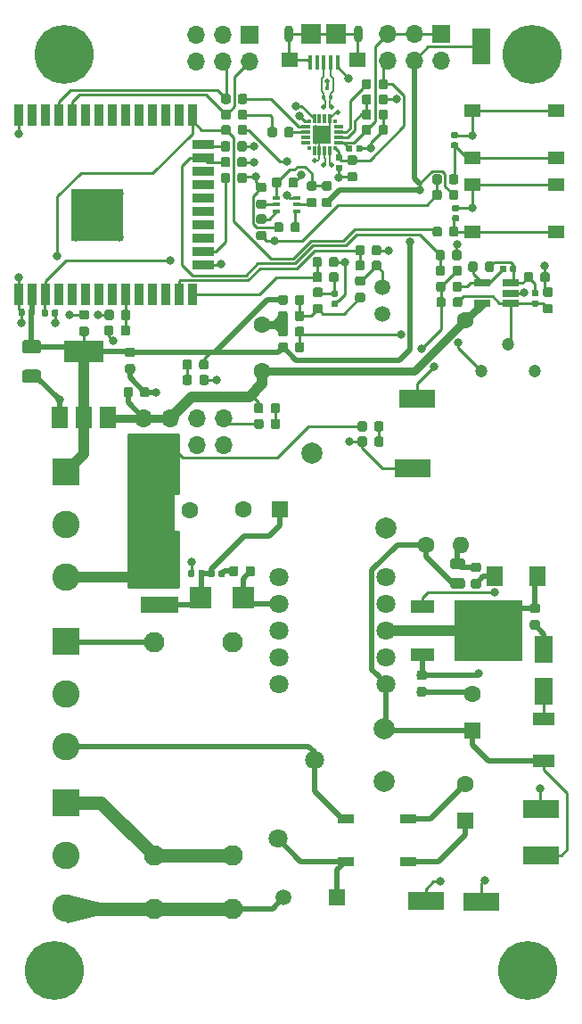
<source format=gbr>
G04 #@! TF.GenerationSoftware,KiCad,Pcbnew,(5.1.0)-1*
G04 #@! TF.CreationDate,2019-11-06T10:51:47-08:00*
G04 #@! TF.ProjectId,SLS_rev1,534c535f-7265-4763-912e-6b696361645f,rev?*
G04 #@! TF.SameCoordinates,Original*
G04 #@! TF.FileFunction,Copper,L1,Top*
G04 #@! TF.FilePolarity,Positive*
%FSLAX46Y46*%
G04 Gerber Fmt 4.6, Leading zero omitted, Abs format (unit mm)*
G04 Created by KiCad (PCBNEW (5.1.0)-1) date 2019-11-06 10:51:47*
%MOMM*%
%LPD*%
G04 APERTURE LIST*
%ADD10C,1.800000*%
%ADD11C,2.000000*%
%ADD12R,2.000000X2.000000*%
%ADD13C,1.500000*%
%ADD14R,1.500000X1.500000*%
%ADD15C,0.100000*%
%ADD16C,0.875000*%
%ADD17R,1.550000X1.300000*%
%ADD18C,1.200000*%
%ADD19R,3.400000X1.800000*%
%ADD20R,0.900000X2.000000*%
%ADD21R,2.000000X0.900000*%
%ADD22R,5.000000X5.000000*%
%ADD23O,1.700000X1.700000*%
%ADD24R,1.700000X1.700000*%
%ADD25C,1.600000*%
%ADD26R,1.600000X1.600000*%
%ADD27R,2.100000X1.270000*%
%ADD28C,5.600000*%
%ADD29C,2.600000*%
%ADD30R,2.600000X2.600000*%
%ADD31R,1.560000X0.650000*%
%ADD32R,0.300000X0.300000*%
%ADD33R,0.900000X0.300000*%
%ADD34R,0.300000X0.900000*%
%ADD35R,1.700000X1.800000*%
%ADD36R,0.340000X0.340000*%
%ADD37R,1.500000X2.000000*%
%ADD38R,3.800000X2.000000*%
%ADD39R,1.800000X3.400000*%
%ADD40C,0.590000*%
%ADD41O,1.600000X1.600000*%
%ADD42R,0.650000X0.400000*%
%ADD43R,2.200000X1.200000*%
%ADD44R,6.400000X5.800000*%
%ADD45R,3.600000X1.500000*%
%ADD46C,1.950000*%
%ADD47R,1.900000X1.900000*%
%ADD48R,1.600000X1.400000*%
%ADD49O,0.900000X1.600000*%
%ADD50R,0.400000X1.350000*%
%ADD51R,1.800000X2.500000*%
%ADD52R,1.520000X1.850000*%
%ADD53R,1.550000X0.850000*%
%ADD54C,1.250000*%
%ADD55C,0.975000*%
%ADD56C,0.800000*%
%ADD57C,0.500000*%
%ADD58C,0.500000*%
%ADD59C,0.250000*%
%ADD60C,0.200000*%
%ADD61C,0.800000*%
%ADD62C,1.000000*%
%ADD63C,1.250000*%
%ADD64C,0.254000*%
G04 APERTURE END LIST*
D10*
X102754000Y-134037000D03*
X99254000Y-141537000D03*
D11*
X109350000Y-131100000D03*
X109350000Y-136100000D03*
D12*
X95924000Y-118612000D03*
X91924000Y-118612000D03*
D13*
X99800000Y-147125000D03*
D14*
X104880000Y-147125000D03*
D15*
G36*
X97931691Y-83848053D02*
G01*
X97952926Y-83851203D01*
X97973750Y-83856419D01*
X97993962Y-83863651D01*
X98013368Y-83872830D01*
X98031781Y-83883866D01*
X98049024Y-83896654D01*
X98064930Y-83911070D01*
X98079346Y-83926976D01*
X98092134Y-83944219D01*
X98103170Y-83962632D01*
X98112349Y-83982038D01*
X98119581Y-84002250D01*
X98124797Y-84023074D01*
X98127947Y-84044309D01*
X98129000Y-84065750D01*
X98129000Y-84503250D01*
X98127947Y-84524691D01*
X98124797Y-84545926D01*
X98119581Y-84566750D01*
X98112349Y-84586962D01*
X98103170Y-84606368D01*
X98092134Y-84624781D01*
X98079346Y-84642024D01*
X98064930Y-84657930D01*
X98049024Y-84672346D01*
X98031781Y-84685134D01*
X98013368Y-84696170D01*
X97993962Y-84705349D01*
X97973750Y-84712581D01*
X97952926Y-84717797D01*
X97931691Y-84720947D01*
X97910250Y-84722000D01*
X97397750Y-84722000D01*
X97376309Y-84720947D01*
X97355074Y-84717797D01*
X97334250Y-84712581D01*
X97314038Y-84705349D01*
X97294632Y-84696170D01*
X97276219Y-84685134D01*
X97258976Y-84672346D01*
X97243070Y-84657930D01*
X97228654Y-84642024D01*
X97215866Y-84624781D01*
X97204830Y-84606368D01*
X97195651Y-84586962D01*
X97188419Y-84566750D01*
X97183203Y-84545926D01*
X97180053Y-84524691D01*
X97179000Y-84503250D01*
X97179000Y-84065750D01*
X97180053Y-84044309D01*
X97183203Y-84023074D01*
X97188419Y-84002250D01*
X97195651Y-83982038D01*
X97204830Y-83962632D01*
X97215866Y-83944219D01*
X97228654Y-83926976D01*
X97243070Y-83911070D01*
X97258976Y-83896654D01*
X97276219Y-83883866D01*
X97294632Y-83872830D01*
X97314038Y-83863651D01*
X97334250Y-83856419D01*
X97355074Y-83851203D01*
X97376309Y-83848053D01*
X97397750Y-83847000D01*
X97910250Y-83847000D01*
X97931691Y-83848053D01*
X97931691Y-83848053D01*
G37*
D16*
X97654000Y-84284500D03*
D15*
G36*
X97931691Y-82273053D02*
G01*
X97952926Y-82276203D01*
X97973750Y-82281419D01*
X97993962Y-82288651D01*
X98013368Y-82297830D01*
X98031781Y-82308866D01*
X98049024Y-82321654D01*
X98064930Y-82336070D01*
X98079346Y-82351976D01*
X98092134Y-82369219D01*
X98103170Y-82387632D01*
X98112349Y-82407038D01*
X98119581Y-82427250D01*
X98124797Y-82448074D01*
X98127947Y-82469309D01*
X98129000Y-82490750D01*
X98129000Y-82928250D01*
X98127947Y-82949691D01*
X98124797Y-82970926D01*
X98119581Y-82991750D01*
X98112349Y-83011962D01*
X98103170Y-83031368D01*
X98092134Y-83049781D01*
X98079346Y-83067024D01*
X98064930Y-83082930D01*
X98049024Y-83097346D01*
X98031781Y-83110134D01*
X98013368Y-83121170D01*
X97993962Y-83130349D01*
X97973750Y-83137581D01*
X97952926Y-83142797D01*
X97931691Y-83145947D01*
X97910250Y-83147000D01*
X97397750Y-83147000D01*
X97376309Y-83145947D01*
X97355074Y-83142797D01*
X97334250Y-83137581D01*
X97314038Y-83130349D01*
X97294632Y-83121170D01*
X97276219Y-83110134D01*
X97258976Y-83097346D01*
X97243070Y-83082930D01*
X97228654Y-83067024D01*
X97215866Y-83049781D01*
X97204830Y-83031368D01*
X97195651Y-83011962D01*
X97188419Y-82991750D01*
X97183203Y-82970926D01*
X97180053Y-82949691D01*
X97179000Y-82928250D01*
X97179000Y-82490750D01*
X97180053Y-82469309D01*
X97183203Y-82448074D01*
X97188419Y-82427250D01*
X97195651Y-82407038D01*
X97204830Y-82387632D01*
X97215866Y-82369219D01*
X97228654Y-82351976D01*
X97243070Y-82336070D01*
X97258976Y-82321654D01*
X97276219Y-82308866D01*
X97294632Y-82297830D01*
X97314038Y-82288651D01*
X97334250Y-82281419D01*
X97355074Y-82276203D01*
X97376309Y-82273053D01*
X97397750Y-82272000D01*
X97910250Y-82272000D01*
X97931691Y-82273053D01*
X97931691Y-82273053D01*
G37*
D16*
X97654000Y-82709500D03*
D17*
X125699000Y-83957000D03*
X125699000Y-79457000D03*
X117739000Y-79457000D03*
X117739000Y-83957000D03*
D18*
X123634000Y-97132000D03*
X121094000Y-94592000D03*
X118554000Y-97132000D03*
D19*
X112424000Y-99757000D03*
D20*
X74609000Y-72832000D03*
X75879000Y-72832000D03*
X77149000Y-72832000D03*
X78419000Y-72832000D03*
X79689000Y-72832000D03*
X80959000Y-72832000D03*
X82229000Y-72832000D03*
X83499000Y-72832000D03*
X84769000Y-72832000D03*
X86039000Y-72832000D03*
X87309000Y-72832000D03*
X88579000Y-72832000D03*
X89849000Y-72832000D03*
X91119000Y-72832000D03*
D21*
X92119000Y-75617000D03*
X92119000Y-76887000D03*
X92119000Y-78157000D03*
X92119000Y-79427000D03*
X92119000Y-80697000D03*
X92119000Y-81967000D03*
X92119000Y-83237000D03*
X92119000Y-84507000D03*
X92119000Y-85777000D03*
X92119000Y-87047000D03*
D20*
X91119000Y-89832000D03*
X89849000Y-89832000D03*
X88579000Y-89832000D03*
X87309000Y-89832000D03*
X86039000Y-89832000D03*
X84769000Y-89832000D03*
X83499000Y-89832000D03*
X82229000Y-89832000D03*
X80959000Y-89832000D03*
X79689000Y-89832000D03*
X78419000Y-89832000D03*
X77149000Y-89832000D03*
X75879000Y-89832000D03*
X74609000Y-89832000D03*
D22*
X82109000Y-82332000D03*
D15*
G36*
X107496691Y-103358053D02*
G01*
X107517926Y-103361203D01*
X107538750Y-103366419D01*
X107558962Y-103373651D01*
X107578368Y-103382830D01*
X107596781Y-103393866D01*
X107614024Y-103406654D01*
X107629930Y-103421070D01*
X107644346Y-103436976D01*
X107657134Y-103454219D01*
X107668170Y-103472632D01*
X107677349Y-103492038D01*
X107684581Y-103512250D01*
X107689797Y-103533074D01*
X107692947Y-103554309D01*
X107694000Y-103575750D01*
X107694000Y-104088250D01*
X107692947Y-104109691D01*
X107689797Y-104130926D01*
X107684581Y-104151750D01*
X107677349Y-104171962D01*
X107668170Y-104191368D01*
X107657134Y-104209781D01*
X107644346Y-104227024D01*
X107629930Y-104242930D01*
X107614024Y-104257346D01*
X107596781Y-104270134D01*
X107578368Y-104281170D01*
X107558962Y-104290349D01*
X107538750Y-104297581D01*
X107517926Y-104302797D01*
X107496691Y-104305947D01*
X107475250Y-104307000D01*
X107037750Y-104307000D01*
X107016309Y-104305947D01*
X106995074Y-104302797D01*
X106974250Y-104297581D01*
X106954038Y-104290349D01*
X106934632Y-104281170D01*
X106916219Y-104270134D01*
X106898976Y-104257346D01*
X106883070Y-104242930D01*
X106868654Y-104227024D01*
X106855866Y-104209781D01*
X106844830Y-104191368D01*
X106835651Y-104171962D01*
X106828419Y-104151750D01*
X106823203Y-104130926D01*
X106820053Y-104109691D01*
X106819000Y-104088250D01*
X106819000Y-103575750D01*
X106820053Y-103554309D01*
X106823203Y-103533074D01*
X106828419Y-103512250D01*
X106835651Y-103492038D01*
X106844830Y-103472632D01*
X106855866Y-103454219D01*
X106868654Y-103436976D01*
X106883070Y-103421070D01*
X106898976Y-103406654D01*
X106916219Y-103393866D01*
X106934632Y-103382830D01*
X106954038Y-103373651D01*
X106974250Y-103366419D01*
X106995074Y-103361203D01*
X107016309Y-103358053D01*
X107037750Y-103357000D01*
X107475250Y-103357000D01*
X107496691Y-103358053D01*
X107496691Y-103358053D01*
G37*
D16*
X107256500Y-103832000D03*
D15*
G36*
X109071691Y-103358053D02*
G01*
X109092926Y-103361203D01*
X109113750Y-103366419D01*
X109133962Y-103373651D01*
X109153368Y-103382830D01*
X109171781Y-103393866D01*
X109189024Y-103406654D01*
X109204930Y-103421070D01*
X109219346Y-103436976D01*
X109232134Y-103454219D01*
X109243170Y-103472632D01*
X109252349Y-103492038D01*
X109259581Y-103512250D01*
X109264797Y-103533074D01*
X109267947Y-103554309D01*
X109269000Y-103575750D01*
X109269000Y-104088250D01*
X109267947Y-104109691D01*
X109264797Y-104130926D01*
X109259581Y-104151750D01*
X109252349Y-104171962D01*
X109243170Y-104191368D01*
X109232134Y-104209781D01*
X109219346Y-104227024D01*
X109204930Y-104242930D01*
X109189024Y-104257346D01*
X109171781Y-104270134D01*
X109153368Y-104281170D01*
X109133962Y-104290349D01*
X109113750Y-104297581D01*
X109092926Y-104302797D01*
X109071691Y-104305947D01*
X109050250Y-104307000D01*
X108612750Y-104307000D01*
X108591309Y-104305947D01*
X108570074Y-104302797D01*
X108549250Y-104297581D01*
X108529038Y-104290349D01*
X108509632Y-104281170D01*
X108491219Y-104270134D01*
X108473976Y-104257346D01*
X108458070Y-104242930D01*
X108443654Y-104227024D01*
X108430866Y-104209781D01*
X108419830Y-104191368D01*
X108410651Y-104171962D01*
X108403419Y-104151750D01*
X108398203Y-104130926D01*
X108395053Y-104109691D01*
X108394000Y-104088250D01*
X108394000Y-103575750D01*
X108395053Y-103554309D01*
X108398203Y-103533074D01*
X108403419Y-103512250D01*
X108410651Y-103492038D01*
X108419830Y-103472632D01*
X108430866Y-103454219D01*
X108443654Y-103436976D01*
X108458070Y-103421070D01*
X108473976Y-103406654D01*
X108491219Y-103393866D01*
X108509632Y-103382830D01*
X108529038Y-103373651D01*
X108549250Y-103366419D01*
X108570074Y-103361203D01*
X108591309Y-103358053D01*
X108612750Y-103357000D01*
X109050250Y-103357000D01*
X109071691Y-103358053D01*
X109071691Y-103358053D01*
G37*
D16*
X108831500Y-103832000D03*
D15*
G36*
X107496691Y-101908053D02*
G01*
X107517926Y-101911203D01*
X107538750Y-101916419D01*
X107558962Y-101923651D01*
X107578368Y-101932830D01*
X107596781Y-101943866D01*
X107614024Y-101956654D01*
X107629930Y-101971070D01*
X107644346Y-101986976D01*
X107657134Y-102004219D01*
X107668170Y-102022632D01*
X107677349Y-102042038D01*
X107684581Y-102062250D01*
X107689797Y-102083074D01*
X107692947Y-102104309D01*
X107694000Y-102125750D01*
X107694000Y-102638250D01*
X107692947Y-102659691D01*
X107689797Y-102680926D01*
X107684581Y-102701750D01*
X107677349Y-102721962D01*
X107668170Y-102741368D01*
X107657134Y-102759781D01*
X107644346Y-102777024D01*
X107629930Y-102792930D01*
X107614024Y-102807346D01*
X107596781Y-102820134D01*
X107578368Y-102831170D01*
X107558962Y-102840349D01*
X107538750Y-102847581D01*
X107517926Y-102852797D01*
X107496691Y-102855947D01*
X107475250Y-102857000D01*
X107037750Y-102857000D01*
X107016309Y-102855947D01*
X106995074Y-102852797D01*
X106974250Y-102847581D01*
X106954038Y-102840349D01*
X106934632Y-102831170D01*
X106916219Y-102820134D01*
X106898976Y-102807346D01*
X106883070Y-102792930D01*
X106868654Y-102777024D01*
X106855866Y-102759781D01*
X106844830Y-102741368D01*
X106835651Y-102721962D01*
X106828419Y-102701750D01*
X106823203Y-102680926D01*
X106820053Y-102659691D01*
X106819000Y-102638250D01*
X106819000Y-102125750D01*
X106820053Y-102104309D01*
X106823203Y-102083074D01*
X106828419Y-102062250D01*
X106835651Y-102042038D01*
X106844830Y-102022632D01*
X106855866Y-102004219D01*
X106868654Y-101986976D01*
X106883070Y-101971070D01*
X106898976Y-101956654D01*
X106916219Y-101943866D01*
X106934632Y-101932830D01*
X106954038Y-101923651D01*
X106974250Y-101916419D01*
X106995074Y-101911203D01*
X107016309Y-101908053D01*
X107037750Y-101907000D01*
X107475250Y-101907000D01*
X107496691Y-101908053D01*
X107496691Y-101908053D01*
G37*
D16*
X107256500Y-102382000D03*
D15*
G36*
X109071691Y-101908053D02*
G01*
X109092926Y-101911203D01*
X109113750Y-101916419D01*
X109133962Y-101923651D01*
X109153368Y-101932830D01*
X109171781Y-101943866D01*
X109189024Y-101956654D01*
X109204930Y-101971070D01*
X109219346Y-101986976D01*
X109232134Y-102004219D01*
X109243170Y-102022632D01*
X109252349Y-102042038D01*
X109259581Y-102062250D01*
X109264797Y-102083074D01*
X109267947Y-102104309D01*
X109269000Y-102125750D01*
X109269000Y-102638250D01*
X109267947Y-102659691D01*
X109264797Y-102680926D01*
X109259581Y-102701750D01*
X109252349Y-102721962D01*
X109243170Y-102741368D01*
X109232134Y-102759781D01*
X109219346Y-102777024D01*
X109204930Y-102792930D01*
X109189024Y-102807346D01*
X109171781Y-102820134D01*
X109153368Y-102831170D01*
X109133962Y-102840349D01*
X109113750Y-102847581D01*
X109092926Y-102852797D01*
X109071691Y-102855947D01*
X109050250Y-102857000D01*
X108612750Y-102857000D01*
X108591309Y-102855947D01*
X108570074Y-102852797D01*
X108549250Y-102847581D01*
X108529038Y-102840349D01*
X108509632Y-102831170D01*
X108491219Y-102820134D01*
X108473976Y-102807346D01*
X108458070Y-102792930D01*
X108443654Y-102777024D01*
X108430866Y-102759781D01*
X108419830Y-102741368D01*
X108410651Y-102721962D01*
X108403419Y-102701750D01*
X108398203Y-102680926D01*
X108395053Y-102659691D01*
X108394000Y-102638250D01*
X108394000Y-102125750D01*
X108395053Y-102104309D01*
X108398203Y-102083074D01*
X108403419Y-102062250D01*
X108410651Y-102042038D01*
X108419830Y-102022632D01*
X108430866Y-102004219D01*
X108443654Y-101986976D01*
X108458070Y-101971070D01*
X108473976Y-101956654D01*
X108491219Y-101943866D01*
X108509632Y-101932830D01*
X108529038Y-101923651D01*
X108549250Y-101916419D01*
X108570074Y-101911203D01*
X108591309Y-101908053D01*
X108612750Y-101907000D01*
X109050250Y-101907000D01*
X109071691Y-101908053D01*
X109071691Y-101908053D01*
G37*
D16*
X108831500Y-102382000D03*
D23*
X94104000Y-101602000D03*
X94104000Y-104142000D03*
X91564000Y-101602000D03*
X91564000Y-104142000D03*
X89024000Y-101602000D03*
X89024000Y-104142000D03*
X86484000Y-101602000D03*
D24*
X86484000Y-104142000D03*
D25*
X95964000Y-110302000D03*
D26*
X99464000Y-110302000D03*
D23*
X91464000Y-67797000D03*
X91464000Y-65257000D03*
X94004000Y-67797000D03*
X94004000Y-65257000D03*
X96544000Y-67797000D03*
D24*
X96544000Y-65257000D03*
D23*
X109684000Y-67637000D03*
X109684000Y-65097000D03*
X112224000Y-67637000D03*
X112224000Y-65097000D03*
X114764000Y-67637000D03*
D24*
X114764000Y-65097000D03*
D27*
X124510000Y-134120000D03*
X124510000Y-130150000D03*
D28*
X78926000Y-67107000D03*
X123000000Y-154000000D03*
X123400000Y-67107000D03*
X78000000Y-154000000D03*
D29*
X79104000Y-116692000D03*
X79104000Y-111692000D03*
D30*
X79104000Y-106692000D03*
D29*
X79125000Y-132800000D03*
X79125000Y-127800000D03*
D30*
X79125000Y-122800000D03*
D29*
X79135000Y-148125000D03*
X79135000Y-143125000D03*
D30*
X79135000Y-138125000D03*
D31*
X118619000Y-90682000D03*
X118619000Y-88782000D03*
X121319000Y-88782000D03*
X121319000Y-89732000D03*
X121319000Y-90682000D03*
D32*
X103944000Y-70282000D03*
X104294000Y-71132000D03*
X103594000Y-71132000D03*
D33*
X101894000Y-75457000D03*
X101894000Y-74957000D03*
X101894000Y-74457000D03*
D34*
X102694000Y-73157000D03*
X103194000Y-73157000D03*
X103694000Y-73157000D03*
D33*
X104994000Y-73957000D03*
X104994000Y-74457000D03*
X104994000Y-74957000D03*
D34*
X104194000Y-73157000D03*
X104194000Y-76257000D03*
X103694000Y-76257000D03*
X103194000Y-76257000D03*
D35*
X103444000Y-74707000D03*
D34*
X102694000Y-76257000D03*
D36*
X104694000Y-73457000D03*
X104694000Y-75957000D03*
X102194000Y-73457000D03*
X102204000Y-75957000D03*
D33*
X104994000Y-75457000D03*
X101894000Y-73957000D03*
D37*
X78494000Y-101582000D03*
X83094000Y-101582000D03*
X80794000Y-101582000D03*
D38*
X80794000Y-95282000D03*
D39*
X118594000Y-66357000D03*
D19*
X113300000Y-147450000D03*
X124225000Y-138700000D03*
X112019000Y-106332000D03*
X124225000Y-143100000D03*
X118600000Y-147475000D03*
D15*
G36*
X104820958Y-90462710D02*
G01*
X104835276Y-90464834D01*
X104849317Y-90468351D01*
X104862946Y-90473228D01*
X104876031Y-90479417D01*
X104888447Y-90486858D01*
X104900073Y-90495481D01*
X104910798Y-90505202D01*
X104920519Y-90515927D01*
X104929142Y-90527553D01*
X104936583Y-90539969D01*
X104942772Y-90553054D01*
X104947649Y-90566683D01*
X104951166Y-90580724D01*
X104953290Y-90595042D01*
X104954000Y-90609500D01*
X104954000Y-90904500D01*
X104953290Y-90918958D01*
X104951166Y-90933276D01*
X104947649Y-90947317D01*
X104942772Y-90960946D01*
X104936583Y-90974031D01*
X104929142Y-90986447D01*
X104920519Y-90998073D01*
X104910798Y-91008798D01*
X104900073Y-91018519D01*
X104888447Y-91027142D01*
X104876031Y-91034583D01*
X104862946Y-91040772D01*
X104849317Y-91045649D01*
X104835276Y-91049166D01*
X104820958Y-91051290D01*
X104806500Y-91052000D01*
X104461500Y-91052000D01*
X104447042Y-91051290D01*
X104432724Y-91049166D01*
X104418683Y-91045649D01*
X104405054Y-91040772D01*
X104391969Y-91034583D01*
X104379553Y-91027142D01*
X104367927Y-91018519D01*
X104357202Y-91008798D01*
X104347481Y-90998073D01*
X104338858Y-90986447D01*
X104331417Y-90974031D01*
X104325228Y-90960946D01*
X104320351Y-90947317D01*
X104316834Y-90933276D01*
X104314710Y-90918958D01*
X104314000Y-90904500D01*
X104314000Y-90609500D01*
X104314710Y-90595042D01*
X104316834Y-90580724D01*
X104320351Y-90566683D01*
X104325228Y-90553054D01*
X104331417Y-90539969D01*
X104338858Y-90527553D01*
X104347481Y-90515927D01*
X104357202Y-90505202D01*
X104367927Y-90495481D01*
X104379553Y-90486858D01*
X104391969Y-90479417D01*
X104405054Y-90473228D01*
X104418683Y-90468351D01*
X104432724Y-90464834D01*
X104447042Y-90462710D01*
X104461500Y-90462000D01*
X104806500Y-90462000D01*
X104820958Y-90462710D01*
X104820958Y-90462710D01*
G37*
D40*
X104634000Y-90757000D03*
D15*
G36*
X104820958Y-89492710D02*
G01*
X104835276Y-89494834D01*
X104849317Y-89498351D01*
X104862946Y-89503228D01*
X104876031Y-89509417D01*
X104888447Y-89516858D01*
X104900073Y-89525481D01*
X104910798Y-89535202D01*
X104920519Y-89545927D01*
X104929142Y-89557553D01*
X104936583Y-89569969D01*
X104942772Y-89583054D01*
X104947649Y-89596683D01*
X104951166Y-89610724D01*
X104953290Y-89625042D01*
X104954000Y-89639500D01*
X104954000Y-89934500D01*
X104953290Y-89948958D01*
X104951166Y-89963276D01*
X104947649Y-89977317D01*
X104942772Y-89990946D01*
X104936583Y-90004031D01*
X104929142Y-90016447D01*
X104920519Y-90028073D01*
X104910798Y-90038798D01*
X104900073Y-90048519D01*
X104888447Y-90057142D01*
X104876031Y-90064583D01*
X104862946Y-90070772D01*
X104849317Y-90075649D01*
X104835276Y-90079166D01*
X104820958Y-90081290D01*
X104806500Y-90082000D01*
X104461500Y-90082000D01*
X104447042Y-90081290D01*
X104432724Y-90079166D01*
X104418683Y-90075649D01*
X104405054Y-90070772D01*
X104391969Y-90064583D01*
X104379553Y-90057142D01*
X104367927Y-90048519D01*
X104357202Y-90038798D01*
X104347481Y-90028073D01*
X104338858Y-90016447D01*
X104331417Y-90004031D01*
X104325228Y-89990946D01*
X104320351Y-89977317D01*
X104316834Y-89963276D01*
X104314710Y-89948958D01*
X104314000Y-89934500D01*
X104314000Y-89639500D01*
X104314710Y-89625042D01*
X104316834Y-89610724D01*
X104320351Y-89596683D01*
X104325228Y-89583054D01*
X104331417Y-89569969D01*
X104338858Y-89557553D01*
X104347481Y-89545927D01*
X104357202Y-89535202D01*
X104367927Y-89525481D01*
X104379553Y-89516858D01*
X104391969Y-89509417D01*
X104405054Y-89503228D01*
X104418683Y-89498351D01*
X104432724Y-89494834D01*
X104447042Y-89492710D01*
X104461500Y-89492000D01*
X104806500Y-89492000D01*
X104820958Y-89492710D01*
X104820958Y-89492710D01*
G37*
D40*
X104634000Y-89787000D03*
D13*
X109124000Y-89202000D03*
X109124000Y-91742000D03*
D10*
X99370000Y-116695000D03*
X99370000Y-119235000D03*
X99370000Y-121775000D03*
X99370000Y-124315000D03*
X99370000Y-126855000D03*
X109530000Y-126855000D03*
X109530000Y-124315000D03*
X109530000Y-121775000D03*
X109530000Y-119235000D03*
X109530000Y-116695000D03*
D17*
X125699000Y-76882000D03*
X125699000Y-72382000D03*
X117739000Y-72382000D03*
X117739000Y-76882000D03*
D15*
G36*
X107906691Y-69423053D02*
G01*
X107927926Y-69426203D01*
X107948750Y-69431419D01*
X107968962Y-69438651D01*
X107988368Y-69447830D01*
X108006781Y-69458866D01*
X108024024Y-69471654D01*
X108039930Y-69486070D01*
X108054346Y-69501976D01*
X108067134Y-69519219D01*
X108078170Y-69537632D01*
X108087349Y-69557038D01*
X108094581Y-69577250D01*
X108099797Y-69598074D01*
X108102947Y-69619309D01*
X108104000Y-69640750D01*
X108104000Y-70153250D01*
X108102947Y-70174691D01*
X108099797Y-70195926D01*
X108094581Y-70216750D01*
X108087349Y-70236962D01*
X108078170Y-70256368D01*
X108067134Y-70274781D01*
X108054346Y-70292024D01*
X108039930Y-70307930D01*
X108024024Y-70322346D01*
X108006781Y-70335134D01*
X107988368Y-70346170D01*
X107968962Y-70355349D01*
X107948750Y-70362581D01*
X107927926Y-70367797D01*
X107906691Y-70370947D01*
X107885250Y-70372000D01*
X107447750Y-70372000D01*
X107426309Y-70370947D01*
X107405074Y-70367797D01*
X107384250Y-70362581D01*
X107364038Y-70355349D01*
X107344632Y-70346170D01*
X107326219Y-70335134D01*
X107308976Y-70322346D01*
X107293070Y-70307930D01*
X107278654Y-70292024D01*
X107265866Y-70274781D01*
X107254830Y-70256368D01*
X107245651Y-70236962D01*
X107238419Y-70216750D01*
X107233203Y-70195926D01*
X107230053Y-70174691D01*
X107229000Y-70153250D01*
X107229000Y-69640750D01*
X107230053Y-69619309D01*
X107233203Y-69598074D01*
X107238419Y-69577250D01*
X107245651Y-69557038D01*
X107254830Y-69537632D01*
X107265866Y-69519219D01*
X107278654Y-69501976D01*
X107293070Y-69486070D01*
X107308976Y-69471654D01*
X107326219Y-69458866D01*
X107344632Y-69447830D01*
X107364038Y-69438651D01*
X107384250Y-69431419D01*
X107405074Y-69426203D01*
X107426309Y-69423053D01*
X107447750Y-69422000D01*
X107885250Y-69422000D01*
X107906691Y-69423053D01*
X107906691Y-69423053D01*
G37*
D16*
X107666500Y-69897000D03*
D15*
G36*
X109481691Y-69423053D02*
G01*
X109502926Y-69426203D01*
X109523750Y-69431419D01*
X109543962Y-69438651D01*
X109563368Y-69447830D01*
X109581781Y-69458866D01*
X109599024Y-69471654D01*
X109614930Y-69486070D01*
X109629346Y-69501976D01*
X109642134Y-69519219D01*
X109653170Y-69537632D01*
X109662349Y-69557038D01*
X109669581Y-69577250D01*
X109674797Y-69598074D01*
X109677947Y-69619309D01*
X109679000Y-69640750D01*
X109679000Y-70153250D01*
X109677947Y-70174691D01*
X109674797Y-70195926D01*
X109669581Y-70216750D01*
X109662349Y-70236962D01*
X109653170Y-70256368D01*
X109642134Y-70274781D01*
X109629346Y-70292024D01*
X109614930Y-70307930D01*
X109599024Y-70322346D01*
X109581781Y-70335134D01*
X109563368Y-70346170D01*
X109543962Y-70355349D01*
X109523750Y-70362581D01*
X109502926Y-70367797D01*
X109481691Y-70370947D01*
X109460250Y-70372000D01*
X109022750Y-70372000D01*
X109001309Y-70370947D01*
X108980074Y-70367797D01*
X108959250Y-70362581D01*
X108939038Y-70355349D01*
X108919632Y-70346170D01*
X108901219Y-70335134D01*
X108883976Y-70322346D01*
X108868070Y-70307930D01*
X108853654Y-70292024D01*
X108840866Y-70274781D01*
X108829830Y-70256368D01*
X108820651Y-70236962D01*
X108813419Y-70216750D01*
X108808203Y-70195926D01*
X108805053Y-70174691D01*
X108804000Y-70153250D01*
X108804000Y-69640750D01*
X108805053Y-69619309D01*
X108808203Y-69598074D01*
X108813419Y-69577250D01*
X108820651Y-69557038D01*
X108829830Y-69537632D01*
X108840866Y-69519219D01*
X108853654Y-69501976D01*
X108868070Y-69486070D01*
X108883976Y-69471654D01*
X108901219Y-69458866D01*
X108919632Y-69447830D01*
X108939038Y-69438651D01*
X108959250Y-69431419D01*
X108980074Y-69426203D01*
X109001309Y-69423053D01*
X109022750Y-69422000D01*
X109460250Y-69422000D01*
X109481691Y-69423053D01*
X109481691Y-69423053D01*
G37*
D16*
X109241500Y-69897000D03*
D15*
G36*
X109481691Y-72323053D02*
G01*
X109502926Y-72326203D01*
X109523750Y-72331419D01*
X109543962Y-72338651D01*
X109563368Y-72347830D01*
X109581781Y-72358866D01*
X109599024Y-72371654D01*
X109614930Y-72386070D01*
X109629346Y-72401976D01*
X109642134Y-72419219D01*
X109653170Y-72437632D01*
X109662349Y-72457038D01*
X109669581Y-72477250D01*
X109674797Y-72498074D01*
X109677947Y-72519309D01*
X109679000Y-72540750D01*
X109679000Y-73053250D01*
X109677947Y-73074691D01*
X109674797Y-73095926D01*
X109669581Y-73116750D01*
X109662349Y-73136962D01*
X109653170Y-73156368D01*
X109642134Y-73174781D01*
X109629346Y-73192024D01*
X109614930Y-73207930D01*
X109599024Y-73222346D01*
X109581781Y-73235134D01*
X109563368Y-73246170D01*
X109543962Y-73255349D01*
X109523750Y-73262581D01*
X109502926Y-73267797D01*
X109481691Y-73270947D01*
X109460250Y-73272000D01*
X109022750Y-73272000D01*
X109001309Y-73270947D01*
X108980074Y-73267797D01*
X108959250Y-73262581D01*
X108939038Y-73255349D01*
X108919632Y-73246170D01*
X108901219Y-73235134D01*
X108883976Y-73222346D01*
X108868070Y-73207930D01*
X108853654Y-73192024D01*
X108840866Y-73174781D01*
X108829830Y-73156368D01*
X108820651Y-73136962D01*
X108813419Y-73116750D01*
X108808203Y-73095926D01*
X108805053Y-73074691D01*
X108804000Y-73053250D01*
X108804000Y-72540750D01*
X108805053Y-72519309D01*
X108808203Y-72498074D01*
X108813419Y-72477250D01*
X108820651Y-72457038D01*
X108829830Y-72437632D01*
X108840866Y-72419219D01*
X108853654Y-72401976D01*
X108868070Y-72386070D01*
X108883976Y-72371654D01*
X108901219Y-72358866D01*
X108919632Y-72347830D01*
X108939038Y-72338651D01*
X108959250Y-72331419D01*
X108980074Y-72326203D01*
X109001309Y-72323053D01*
X109022750Y-72322000D01*
X109460250Y-72322000D01*
X109481691Y-72323053D01*
X109481691Y-72323053D01*
G37*
D16*
X109241500Y-72797000D03*
D15*
G36*
X107906691Y-72323053D02*
G01*
X107927926Y-72326203D01*
X107948750Y-72331419D01*
X107968962Y-72338651D01*
X107988368Y-72347830D01*
X108006781Y-72358866D01*
X108024024Y-72371654D01*
X108039930Y-72386070D01*
X108054346Y-72401976D01*
X108067134Y-72419219D01*
X108078170Y-72437632D01*
X108087349Y-72457038D01*
X108094581Y-72477250D01*
X108099797Y-72498074D01*
X108102947Y-72519309D01*
X108104000Y-72540750D01*
X108104000Y-73053250D01*
X108102947Y-73074691D01*
X108099797Y-73095926D01*
X108094581Y-73116750D01*
X108087349Y-73136962D01*
X108078170Y-73156368D01*
X108067134Y-73174781D01*
X108054346Y-73192024D01*
X108039930Y-73207930D01*
X108024024Y-73222346D01*
X108006781Y-73235134D01*
X107988368Y-73246170D01*
X107968962Y-73255349D01*
X107948750Y-73262581D01*
X107927926Y-73267797D01*
X107906691Y-73270947D01*
X107885250Y-73272000D01*
X107447750Y-73272000D01*
X107426309Y-73270947D01*
X107405074Y-73267797D01*
X107384250Y-73262581D01*
X107364038Y-73255349D01*
X107344632Y-73246170D01*
X107326219Y-73235134D01*
X107308976Y-73222346D01*
X107293070Y-73207930D01*
X107278654Y-73192024D01*
X107265866Y-73174781D01*
X107254830Y-73156368D01*
X107245651Y-73136962D01*
X107238419Y-73116750D01*
X107233203Y-73095926D01*
X107230053Y-73074691D01*
X107229000Y-73053250D01*
X107229000Y-72540750D01*
X107230053Y-72519309D01*
X107233203Y-72498074D01*
X107238419Y-72477250D01*
X107245651Y-72457038D01*
X107254830Y-72437632D01*
X107265866Y-72419219D01*
X107278654Y-72401976D01*
X107293070Y-72386070D01*
X107308976Y-72371654D01*
X107326219Y-72358866D01*
X107344632Y-72347830D01*
X107364038Y-72338651D01*
X107384250Y-72331419D01*
X107405074Y-72326203D01*
X107426309Y-72323053D01*
X107447750Y-72322000D01*
X107885250Y-72322000D01*
X107906691Y-72323053D01*
X107906691Y-72323053D01*
G37*
D16*
X107666500Y-72797000D03*
D15*
G36*
X109481691Y-70873053D02*
G01*
X109502926Y-70876203D01*
X109523750Y-70881419D01*
X109543962Y-70888651D01*
X109563368Y-70897830D01*
X109581781Y-70908866D01*
X109599024Y-70921654D01*
X109614930Y-70936070D01*
X109629346Y-70951976D01*
X109642134Y-70969219D01*
X109653170Y-70987632D01*
X109662349Y-71007038D01*
X109669581Y-71027250D01*
X109674797Y-71048074D01*
X109677947Y-71069309D01*
X109679000Y-71090750D01*
X109679000Y-71603250D01*
X109677947Y-71624691D01*
X109674797Y-71645926D01*
X109669581Y-71666750D01*
X109662349Y-71686962D01*
X109653170Y-71706368D01*
X109642134Y-71724781D01*
X109629346Y-71742024D01*
X109614930Y-71757930D01*
X109599024Y-71772346D01*
X109581781Y-71785134D01*
X109563368Y-71796170D01*
X109543962Y-71805349D01*
X109523750Y-71812581D01*
X109502926Y-71817797D01*
X109481691Y-71820947D01*
X109460250Y-71822000D01*
X109022750Y-71822000D01*
X109001309Y-71820947D01*
X108980074Y-71817797D01*
X108959250Y-71812581D01*
X108939038Y-71805349D01*
X108919632Y-71796170D01*
X108901219Y-71785134D01*
X108883976Y-71772346D01*
X108868070Y-71757930D01*
X108853654Y-71742024D01*
X108840866Y-71724781D01*
X108829830Y-71706368D01*
X108820651Y-71686962D01*
X108813419Y-71666750D01*
X108808203Y-71645926D01*
X108805053Y-71624691D01*
X108804000Y-71603250D01*
X108804000Y-71090750D01*
X108805053Y-71069309D01*
X108808203Y-71048074D01*
X108813419Y-71027250D01*
X108820651Y-71007038D01*
X108829830Y-70987632D01*
X108840866Y-70969219D01*
X108853654Y-70951976D01*
X108868070Y-70936070D01*
X108883976Y-70921654D01*
X108901219Y-70908866D01*
X108919632Y-70897830D01*
X108939038Y-70888651D01*
X108959250Y-70881419D01*
X108980074Y-70876203D01*
X109001309Y-70873053D01*
X109022750Y-70872000D01*
X109460250Y-70872000D01*
X109481691Y-70873053D01*
X109481691Y-70873053D01*
G37*
D16*
X109241500Y-71347000D03*
D15*
G36*
X107906691Y-70873053D02*
G01*
X107927926Y-70876203D01*
X107948750Y-70881419D01*
X107968962Y-70888651D01*
X107988368Y-70897830D01*
X108006781Y-70908866D01*
X108024024Y-70921654D01*
X108039930Y-70936070D01*
X108054346Y-70951976D01*
X108067134Y-70969219D01*
X108078170Y-70987632D01*
X108087349Y-71007038D01*
X108094581Y-71027250D01*
X108099797Y-71048074D01*
X108102947Y-71069309D01*
X108104000Y-71090750D01*
X108104000Y-71603250D01*
X108102947Y-71624691D01*
X108099797Y-71645926D01*
X108094581Y-71666750D01*
X108087349Y-71686962D01*
X108078170Y-71706368D01*
X108067134Y-71724781D01*
X108054346Y-71742024D01*
X108039930Y-71757930D01*
X108024024Y-71772346D01*
X108006781Y-71785134D01*
X107988368Y-71796170D01*
X107968962Y-71805349D01*
X107948750Y-71812581D01*
X107927926Y-71817797D01*
X107906691Y-71820947D01*
X107885250Y-71822000D01*
X107447750Y-71822000D01*
X107426309Y-71820947D01*
X107405074Y-71817797D01*
X107384250Y-71812581D01*
X107364038Y-71805349D01*
X107344632Y-71796170D01*
X107326219Y-71785134D01*
X107308976Y-71772346D01*
X107293070Y-71757930D01*
X107278654Y-71742024D01*
X107265866Y-71724781D01*
X107254830Y-71706368D01*
X107245651Y-71686962D01*
X107238419Y-71666750D01*
X107233203Y-71645926D01*
X107230053Y-71624691D01*
X107229000Y-71603250D01*
X107229000Y-71090750D01*
X107230053Y-71069309D01*
X107233203Y-71048074D01*
X107238419Y-71027250D01*
X107245651Y-71007038D01*
X107254830Y-70987632D01*
X107265866Y-70969219D01*
X107278654Y-70951976D01*
X107293070Y-70936070D01*
X107308976Y-70921654D01*
X107326219Y-70908866D01*
X107344632Y-70897830D01*
X107364038Y-70888651D01*
X107384250Y-70881419D01*
X107405074Y-70876203D01*
X107426309Y-70873053D01*
X107447750Y-70872000D01*
X107885250Y-70872000D01*
X107906691Y-70873053D01*
X107906691Y-70873053D01*
G37*
D16*
X107666500Y-71347000D03*
D15*
G36*
X100931691Y-78773053D02*
G01*
X100952926Y-78776203D01*
X100973750Y-78781419D01*
X100993962Y-78788651D01*
X101013368Y-78797830D01*
X101031781Y-78808866D01*
X101049024Y-78821654D01*
X101064930Y-78836070D01*
X101079346Y-78851976D01*
X101092134Y-78869219D01*
X101103170Y-78887632D01*
X101112349Y-78907038D01*
X101119581Y-78927250D01*
X101124797Y-78948074D01*
X101127947Y-78969309D01*
X101129000Y-78990750D01*
X101129000Y-79503250D01*
X101127947Y-79524691D01*
X101124797Y-79545926D01*
X101119581Y-79566750D01*
X101112349Y-79586962D01*
X101103170Y-79606368D01*
X101092134Y-79624781D01*
X101079346Y-79642024D01*
X101064930Y-79657930D01*
X101049024Y-79672346D01*
X101031781Y-79685134D01*
X101013368Y-79696170D01*
X100993962Y-79705349D01*
X100973750Y-79712581D01*
X100952926Y-79717797D01*
X100931691Y-79720947D01*
X100910250Y-79722000D01*
X100472750Y-79722000D01*
X100451309Y-79720947D01*
X100430074Y-79717797D01*
X100409250Y-79712581D01*
X100389038Y-79705349D01*
X100369632Y-79696170D01*
X100351219Y-79685134D01*
X100333976Y-79672346D01*
X100318070Y-79657930D01*
X100303654Y-79642024D01*
X100290866Y-79624781D01*
X100279830Y-79606368D01*
X100270651Y-79586962D01*
X100263419Y-79566750D01*
X100258203Y-79545926D01*
X100255053Y-79524691D01*
X100254000Y-79503250D01*
X100254000Y-78990750D01*
X100255053Y-78969309D01*
X100258203Y-78948074D01*
X100263419Y-78927250D01*
X100270651Y-78907038D01*
X100279830Y-78887632D01*
X100290866Y-78869219D01*
X100303654Y-78851976D01*
X100318070Y-78836070D01*
X100333976Y-78821654D01*
X100351219Y-78808866D01*
X100369632Y-78797830D01*
X100389038Y-78788651D01*
X100409250Y-78781419D01*
X100430074Y-78776203D01*
X100451309Y-78773053D01*
X100472750Y-78772000D01*
X100910250Y-78772000D01*
X100931691Y-78773053D01*
X100931691Y-78773053D01*
G37*
D16*
X100691500Y-79247000D03*
D15*
G36*
X99356691Y-78773053D02*
G01*
X99377926Y-78776203D01*
X99398750Y-78781419D01*
X99418962Y-78788651D01*
X99438368Y-78797830D01*
X99456781Y-78808866D01*
X99474024Y-78821654D01*
X99489930Y-78836070D01*
X99504346Y-78851976D01*
X99517134Y-78869219D01*
X99528170Y-78887632D01*
X99537349Y-78907038D01*
X99544581Y-78927250D01*
X99549797Y-78948074D01*
X99552947Y-78969309D01*
X99554000Y-78990750D01*
X99554000Y-79503250D01*
X99552947Y-79524691D01*
X99549797Y-79545926D01*
X99544581Y-79566750D01*
X99537349Y-79586962D01*
X99528170Y-79606368D01*
X99517134Y-79624781D01*
X99504346Y-79642024D01*
X99489930Y-79657930D01*
X99474024Y-79672346D01*
X99456781Y-79685134D01*
X99438368Y-79696170D01*
X99418962Y-79705349D01*
X99398750Y-79712581D01*
X99377926Y-79717797D01*
X99356691Y-79720947D01*
X99335250Y-79722000D01*
X98897750Y-79722000D01*
X98876309Y-79720947D01*
X98855074Y-79717797D01*
X98834250Y-79712581D01*
X98814038Y-79705349D01*
X98794632Y-79696170D01*
X98776219Y-79685134D01*
X98758976Y-79672346D01*
X98743070Y-79657930D01*
X98728654Y-79642024D01*
X98715866Y-79624781D01*
X98704830Y-79606368D01*
X98695651Y-79586962D01*
X98688419Y-79566750D01*
X98683203Y-79545926D01*
X98680053Y-79524691D01*
X98679000Y-79503250D01*
X98679000Y-78990750D01*
X98680053Y-78969309D01*
X98683203Y-78948074D01*
X98688419Y-78927250D01*
X98695651Y-78907038D01*
X98704830Y-78887632D01*
X98715866Y-78869219D01*
X98728654Y-78851976D01*
X98743070Y-78836070D01*
X98758976Y-78821654D01*
X98776219Y-78808866D01*
X98794632Y-78797830D01*
X98814038Y-78788651D01*
X98834250Y-78781419D01*
X98855074Y-78776203D01*
X98876309Y-78773053D01*
X98897750Y-78772000D01*
X99335250Y-78772000D01*
X99356691Y-78773053D01*
X99356691Y-78773053D01*
G37*
D16*
X99116500Y-79247000D03*
D15*
G36*
X104181691Y-79123053D02*
G01*
X104202926Y-79126203D01*
X104223750Y-79131419D01*
X104243962Y-79138651D01*
X104263368Y-79147830D01*
X104281781Y-79158866D01*
X104299024Y-79171654D01*
X104314930Y-79186070D01*
X104329346Y-79201976D01*
X104342134Y-79219219D01*
X104353170Y-79237632D01*
X104362349Y-79257038D01*
X104369581Y-79277250D01*
X104374797Y-79298074D01*
X104377947Y-79319309D01*
X104379000Y-79340750D01*
X104379000Y-79778250D01*
X104377947Y-79799691D01*
X104374797Y-79820926D01*
X104369581Y-79841750D01*
X104362349Y-79861962D01*
X104353170Y-79881368D01*
X104342134Y-79899781D01*
X104329346Y-79917024D01*
X104314930Y-79932930D01*
X104299024Y-79947346D01*
X104281781Y-79960134D01*
X104263368Y-79971170D01*
X104243962Y-79980349D01*
X104223750Y-79987581D01*
X104202926Y-79992797D01*
X104181691Y-79995947D01*
X104160250Y-79997000D01*
X103647750Y-79997000D01*
X103626309Y-79995947D01*
X103605074Y-79992797D01*
X103584250Y-79987581D01*
X103564038Y-79980349D01*
X103544632Y-79971170D01*
X103526219Y-79960134D01*
X103508976Y-79947346D01*
X103493070Y-79932930D01*
X103478654Y-79917024D01*
X103465866Y-79899781D01*
X103454830Y-79881368D01*
X103445651Y-79861962D01*
X103438419Y-79841750D01*
X103433203Y-79820926D01*
X103430053Y-79799691D01*
X103429000Y-79778250D01*
X103429000Y-79340750D01*
X103430053Y-79319309D01*
X103433203Y-79298074D01*
X103438419Y-79277250D01*
X103445651Y-79257038D01*
X103454830Y-79237632D01*
X103465866Y-79219219D01*
X103478654Y-79201976D01*
X103493070Y-79186070D01*
X103508976Y-79171654D01*
X103526219Y-79158866D01*
X103544632Y-79147830D01*
X103564038Y-79138651D01*
X103584250Y-79131419D01*
X103605074Y-79126203D01*
X103626309Y-79123053D01*
X103647750Y-79122000D01*
X104160250Y-79122000D01*
X104181691Y-79123053D01*
X104181691Y-79123053D01*
G37*
D16*
X103904000Y-79559500D03*
D15*
G36*
X104181691Y-80698053D02*
G01*
X104202926Y-80701203D01*
X104223750Y-80706419D01*
X104243962Y-80713651D01*
X104263368Y-80722830D01*
X104281781Y-80733866D01*
X104299024Y-80746654D01*
X104314930Y-80761070D01*
X104329346Y-80776976D01*
X104342134Y-80794219D01*
X104353170Y-80812632D01*
X104362349Y-80832038D01*
X104369581Y-80852250D01*
X104374797Y-80873074D01*
X104377947Y-80894309D01*
X104379000Y-80915750D01*
X104379000Y-81353250D01*
X104377947Y-81374691D01*
X104374797Y-81395926D01*
X104369581Y-81416750D01*
X104362349Y-81436962D01*
X104353170Y-81456368D01*
X104342134Y-81474781D01*
X104329346Y-81492024D01*
X104314930Y-81507930D01*
X104299024Y-81522346D01*
X104281781Y-81535134D01*
X104263368Y-81546170D01*
X104243962Y-81555349D01*
X104223750Y-81562581D01*
X104202926Y-81567797D01*
X104181691Y-81570947D01*
X104160250Y-81572000D01*
X103647750Y-81572000D01*
X103626309Y-81570947D01*
X103605074Y-81567797D01*
X103584250Y-81562581D01*
X103564038Y-81555349D01*
X103544632Y-81546170D01*
X103526219Y-81535134D01*
X103508976Y-81522346D01*
X103493070Y-81507930D01*
X103478654Y-81492024D01*
X103465866Y-81474781D01*
X103454830Y-81456368D01*
X103445651Y-81436962D01*
X103438419Y-81416750D01*
X103433203Y-81395926D01*
X103430053Y-81374691D01*
X103429000Y-81353250D01*
X103429000Y-80915750D01*
X103430053Y-80894309D01*
X103433203Y-80873074D01*
X103438419Y-80852250D01*
X103445651Y-80832038D01*
X103454830Y-80812632D01*
X103465866Y-80794219D01*
X103478654Y-80776976D01*
X103493070Y-80761070D01*
X103508976Y-80746654D01*
X103526219Y-80733866D01*
X103544632Y-80722830D01*
X103564038Y-80713651D01*
X103584250Y-80706419D01*
X103605074Y-80701203D01*
X103626309Y-80698053D01*
X103647750Y-80697000D01*
X104160250Y-80697000D01*
X104181691Y-80698053D01*
X104181691Y-80698053D01*
G37*
D16*
X103904000Y-81134500D03*
D15*
G36*
X101131691Y-83023053D02*
G01*
X101152926Y-83026203D01*
X101173750Y-83031419D01*
X101193962Y-83038651D01*
X101213368Y-83047830D01*
X101231781Y-83058866D01*
X101249024Y-83071654D01*
X101264930Y-83086070D01*
X101279346Y-83101976D01*
X101292134Y-83119219D01*
X101303170Y-83137632D01*
X101312349Y-83157038D01*
X101319581Y-83177250D01*
X101324797Y-83198074D01*
X101327947Y-83219309D01*
X101329000Y-83240750D01*
X101329000Y-83753250D01*
X101327947Y-83774691D01*
X101324797Y-83795926D01*
X101319581Y-83816750D01*
X101312349Y-83836962D01*
X101303170Y-83856368D01*
X101292134Y-83874781D01*
X101279346Y-83892024D01*
X101264930Y-83907930D01*
X101249024Y-83922346D01*
X101231781Y-83935134D01*
X101213368Y-83946170D01*
X101193962Y-83955349D01*
X101173750Y-83962581D01*
X101152926Y-83967797D01*
X101131691Y-83970947D01*
X101110250Y-83972000D01*
X100672750Y-83972000D01*
X100651309Y-83970947D01*
X100630074Y-83967797D01*
X100609250Y-83962581D01*
X100589038Y-83955349D01*
X100569632Y-83946170D01*
X100551219Y-83935134D01*
X100533976Y-83922346D01*
X100518070Y-83907930D01*
X100503654Y-83892024D01*
X100490866Y-83874781D01*
X100479830Y-83856368D01*
X100470651Y-83836962D01*
X100463419Y-83816750D01*
X100458203Y-83795926D01*
X100455053Y-83774691D01*
X100454000Y-83753250D01*
X100454000Y-83240750D01*
X100455053Y-83219309D01*
X100458203Y-83198074D01*
X100463419Y-83177250D01*
X100470651Y-83157038D01*
X100479830Y-83137632D01*
X100490866Y-83119219D01*
X100503654Y-83101976D01*
X100518070Y-83086070D01*
X100533976Y-83071654D01*
X100551219Y-83058866D01*
X100569632Y-83047830D01*
X100589038Y-83038651D01*
X100609250Y-83031419D01*
X100630074Y-83026203D01*
X100651309Y-83023053D01*
X100672750Y-83022000D01*
X101110250Y-83022000D01*
X101131691Y-83023053D01*
X101131691Y-83023053D01*
G37*
D16*
X100891500Y-83497000D03*
D15*
G36*
X99556691Y-83023053D02*
G01*
X99577926Y-83026203D01*
X99598750Y-83031419D01*
X99618962Y-83038651D01*
X99638368Y-83047830D01*
X99656781Y-83058866D01*
X99674024Y-83071654D01*
X99689930Y-83086070D01*
X99704346Y-83101976D01*
X99717134Y-83119219D01*
X99728170Y-83137632D01*
X99737349Y-83157038D01*
X99744581Y-83177250D01*
X99749797Y-83198074D01*
X99752947Y-83219309D01*
X99754000Y-83240750D01*
X99754000Y-83753250D01*
X99752947Y-83774691D01*
X99749797Y-83795926D01*
X99744581Y-83816750D01*
X99737349Y-83836962D01*
X99728170Y-83856368D01*
X99717134Y-83874781D01*
X99704346Y-83892024D01*
X99689930Y-83907930D01*
X99674024Y-83922346D01*
X99656781Y-83935134D01*
X99638368Y-83946170D01*
X99618962Y-83955349D01*
X99598750Y-83962581D01*
X99577926Y-83967797D01*
X99556691Y-83970947D01*
X99535250Y-83972000D01*
X99097750Y-83972000D01*
X99076309Y-83970947D01*
X99055074Y-83967797D01*
X99034250Y-83962581D01*
X99014038Y-83955349D01*
X98994632Y-83946170D01*
X98976219Y-83935134D01*
X98958976Y-83922346D01*
X98943070Y-83907930D01*
X98928654Y-83892024D01*
X98915866Y-83874781D01*
X98904830Y-83856368D01*
X98895651Y-83836962D01*
X98888419Y-83816750D01*
X98883203Y-83795926D01*
X98880053Y-83774691D01*
X98879000Y-83753250D01*
X98879000Y-83240750D01*
X98880053Y-83219309D01*
X98883203Y-83198074D01*
X98888419Y-83177250D01*
X98895651Y-83157038D01*
X98904830Y-83137632D01*
X98915866Y-83119219D01*
X98928654Y-83101976D01*
X98943070Y-83086070D01*
X98958976Y-83071654D01*
X98976219Y-83058866D01*
X98994632Y-83047830D01*
X99014038Y-83038651D01*
X99034250Y-83031419D01*
X99055074Y-83026203D01*
X99076309Y-83023053D01*
X99097750Y-83022000D01*
X99535250Y-83022000D01*
X99556691Y-83023053D01*
X99556691Y-83023053D01*
G37*
D16*
X99316500Y-83497000D03*
D15*
G36*
X96121691Y-73783053D02*
G01*
X96142926Y-73786203D01*
X96163750Y-73791419D01*
X96183962Y-73798651D01*
X96203368Y-73807830D01*
X96221781Y-73818866D01*
X96239024Y-73831654D01*
X96254930Y-73846070D01*
X96269346Y-73861976D01*
X96282134Y-73879219D01*
X96293170Y-73897632D01*
X96302349Y-73917038D01*
X96309581Y-73937250D01*
X96314797Y-73958074D01*
X96317947Y-73979309D01*
X96319000Y-74000750D01*
X96319000Y-74513250D01*
X96317947Y-74534691D01*
X96314797Y-74555926D01*
X96309581Y-74576750D01*
X96302349Y-74596962D01*
X96293170Y-74616368D01*
X96282134Y-74634781D01*
X96269346Y-74652024D01*
X96254930Y-74667930D01*
X96239024Y-74682346D01*
X96221781Y-74695134D01*
X96203368Y-74706170D01*
X96183962Y-74715349D01*
X96163750Y-74722581D01*
X96142926Y-74727797D01*
X96121691Y-74730947D01*
X96100250Y-74732000D01*
X95662750Y-74732000D01*
X95641309Y-74730947D01*
X95620074Y-74727797D01*
X95599250Y-74722581D01*
X95579038Y-74715349D01*
X95559632Y-74706170D01*
X95541219Y-74695134D01*
X95523976Y-74682346D01*
X95508070Y-74667930D01*
X95493654Y-74652024D01*
X95480866Y-74634781D01*
X95469830Y-74616368D01*
X95460651Y-74596962D01*
X95453419Y-74576750D01*
X95448203Y-74555926D01*
X95445053Y-74534691D01*
X95444000Y-74513250D01*
X95444000Y-74000750D01*
X95445053Y-73979309D01*
X95448203Y-73958074D01*
X95453419Y-73937250D01*
X95460651Y-73917038D01*
X95469830Y-73897632D01*
X95480866Y-73879219D01*
X95493654Y-73861976D01*
X95508070Y-73846070D01*
X95523976Y-73831654D01*
X95541219Y-73818866D01*
X95559632Y-73807830D01*
X95579038Y-73798651D01*
X95599250Y-73791419D01*
X95620074Y-73786203D01*
X95641309Y-73783053D01*
X95662750Y-73782000D01*
X96100250Y-73782000D01*
X96121691Y-73783053D01*
X96121691Y-73783053D01*
G37*
D16*
X95881500Y-74257000D03*
D15*
G36*
X94546691Y-73783053D02*
G01*
X94567926Y-73786203D01*
X94588750Y-73791419D01*
X94608962Y-73798651D01*
X94628368Y-73807830D01*
X94646781Y-73818866D01*
X94664024Y-73831654D01*
X94679930Y-73846070D01*
X94694346Y-73861976D01*
X94707134Y-73879219D01*
X94718170Y-73897632D01*
X94727349Y-73917038D01*
X94734581Y-73937250D01*
X94739797Y-73958074D01*
X94742947Y-73979309D01*
X94744000Y-74000750D01*
X94744000Y-74513250D01*
X94742947Y-74534691D01*
X94739797Y-74555926D01*
X94734581Y-74576750D01*
X94727349Y-74596962D01*
X94718170Y-74616368D01*
X94707134Y-74634781D01*
X94694346Y-74652024D01*
X94679930Y-74667930D01*
X94664024Y-74682346D01*
X94646781Y-74695134D01*
X94628368Y-74706170D01*
X94608962Y-74715349D01*
X94588750Y-74722581D01*
X94567926Y-74727797D01*
X94546691Y-74730947D01*
X94525250Y-74732000D01*
X94087750Y-74732000D01*
X94066309Y-74730947D01*
X94045074Y-74727797D01*
X94024250Y-74722581D01*
X94004038Y-74715349D01*
X93984632Y-74706170D01*
X93966219Y-74695134D01*
X93948976Y-74682346D01*
X93933070Y-74667930D01*
X93918654Y-74652024D01*
X93905866Y-74634781D01*
X93894830Y-74616368D01*
X93885651Y-74596962D01*
X93878419Y-74576750D01*
X93873203Y-74555926D01*
X93870053Y-74534691D01*
X93869000Y-74513250D01*
X93869000Y-74000750D01*
X93870053Y-73979309D01*
X93873203Y-73958074D01*
X93878419Y-73937250D01*
X93885651Y-73917038D01*
X93894830Y-73897632D01*
X93905866Y-73879219D01*
X93918654Y-73861976D01*
X93933070Y-73846070D01*
X93948976Y-73831654D01*
X93966219Y-73818866D01*
X93984632Y-73807830D01*
X94004038Y-73798651D01*
X94024250Y-73791419D01*
X94045074Y-73786203D01*
X94066309Y-73783053D01*
X94087750Y-73782000D01*
X94525250Y-73782000D01*
X94546691Y-73783053D01*
X94546691Y-73783053D01*
G37*
D16*
X94306500Y-74257000D03*
D15*
G36*
X90866691Y-96063053D02*
G01*
X90887926Y-96066203D01*
X90908750Y-96071419D01*
X90928962Y-96078651D01*
X90948368Y-96087830D01*
X90966781Y-96098866D01*
X90984024Y-96111654D01*
X90999930Y-96126070D01*
X91014346Y-96141976D01*
X91027134Y-96159219D01*
X91038170Y-96177632D01*
X91047349Y-96197038D01*
X91054581Y-96217250D01*
X91059797Y-96238074D01*
X91062947Y-96259309D01*
X91064000Y-96280750D01*
X91064000Y-96793250D01*
X91062947Y-96814691D01*
X91059797Y-96835926D01*
X91054581Y-96856750D01*
X91047349Y-96876962D01*
X91038170Y-96896368D01*
X91027134Y-96914781D01*
X91014346Y-96932024D01*
X90999930Y-96947930D01*
X90984024Y-96962346D01*
X90966781Y-96975134D01*
X90948368Y-96986170D01*
X90928962Y-96995349D01*
X90908750Y-97002581D01*
X90887926Y-97007797D01*
X90866691Y-97010947D01*
X90845250Y-97012000D01*
X90407750Y-97012000D01*
X90386309Y-97010947D01*
X90365074Y-97007797D01*
X90344250Y-97002581D01*
X90324038Y-96995349D01*
X90304632Y-96986170D01*
X90286219Y-96975134D01*
X90268976Y-96962346D01*
X90253070Y-96947930D01*
X90238654Y-96932024D01*
X90225866Y-96914781D01*
X90214830Y-96896368D01*
X90205651Y-96876962D01*
X90198419Y-96856750D01*
X90193203Y-96835926D01*
X90190053Y-96814691D01*
X90189000Y-96793250D01*
X90189000Y-96280750D01*
X90190053Y-96259309D01*
X90193203Y-96238074D01*
X90198419Y-96217250D01*
X90205651Y-96197038D01*
X90214830Y-96177632D01*
X90225866Y-96159219D01*
X90238654Y-96141976D01*
X90253070Y-96126070D01*
X90268976Y-96111654D01*
X90286219Y-96098866D01*
X90304632Y-96087830D01*
X90324038Y-96078651D01*
X90344250Y-96071419D01*
X90365074Y-96066203D01*
X90386309Y-96063053D01*
X90407750Y-96062000D01*
X90845250Y-96062000D01*
X90866691Y-96063053D01*
X90866691Y-96063053D01*
G37*
D16*
X90626500Y-96537000D03*
D15*
G36*
X92441691Y-96063053D02*
G01*
X92462926Y-96066203D01*
X92483750Y-96071419D01*
X92503962Y-96078651D01*
X92523368Y-96087830D01*
X92541781Y-96098866D01*
X92559024Y-96111654D01*
X92574930Y-96126070D01*
X92589346Y-96141976D01*
X92602134Y-96159219D01*
X92613170Y-96177632D01*
X92622349Y-96197038D01*
X92629581Y-96217250D01*
X92634797Y-96238074D01*
X92637947Y-96259309D01*
X92639000Y-96280750D01*
X92639000Y-96793250D01*
X92637947Y-96814691D01*
X92634797Y-96835926D01*
X92629581Y-96856750D01*
X92622349Y-96876962D01*
X92613170Y-96896368D01*
X92602134Y-96914781D01*
X92589346Y-96932024D01*
X92574930Y-96947930D01*
X92559024Y-96962346D01*
X92541781Y-96975134D01*
X92523368Y-96986170D01*
X92503962Y-96995349D01*
X92483750Y-97002581D01*
X92462926Y-97007797D01*
X92441691Y-97010947D01*
X92420250Y-97012000D01*
X91982750Y-97012000D01*
X91961309Y-97010947D01*
X91940074Y-97007797D01*
X91919250Y-97002581D01*
X91899038Y-96995349D01*
X91879632Y-96986170D01*
X91861219Y-96975134D01*
X91843976Y-96962346D01*
X91828070Y-96947930D01*
X91813654Y-96932024D01*
X91800866Y-96914781D01*
X91789830Y-96896368D01*
X91780651Y-96876962D01*
X91773419Y-96856750D01*
X91768203Y-96835926D01*
X91765053Y-96814691D01*
X91764000Y-96793250D01*
X91764000Y-96280750D01*
X91765053Y-96259309D01*
X91768203Y-96238074D01*
X91773419Y-96217250D01*
X91780651Y-96197038D01*
X91789830Y-96177632D01*
X91800866Y-96159219D01*
X91813654Y-96141976D01*
X91828070Y-96126070D01*
X91843976Y-96111654D01*
X91861219Y-96098866D01*
X91879632Y-96087830D01*
X91899038Y-96078651D01*
X91919250Y-96071419D01*
X91940074Y-96066203D01*
X91961309Y-96063053D01*
X91982750Y-96062000D01*
X92420250Y-96062000D01*
X92441691Y-96063053D01*
X92441691Y-96063053D01*
G37*
D16*
X92201500Y-96537000D03*
D15*
G36*
X96861691Y-115658053D02*
G01*
X96882926Y-115661203D01*
X96903750Y-115666419D01*
X96923962Y-115673651D01*
X96943368Y-115682830D01*
X96961781Y-115693866D01*
X96979024Y-115706654D01*
X96994930Y-115721070D01*
X97009346Y-115736976D01*
X97022134Y-115754219D01*
X97033170Y-115772632D01*
X97042349Y-115792038D01*
X97049581Y-115812250D01*
X97054797Y-115833074D01*
X97057947Y-115854309D01*
X97059000Y-115875750D01*
X97059000Y-116388250D01*
X97057947Y-116409691D01*
X97054797Y-116430926D01*
X97049581Y-116451750D01*
X97042349Y-116471962D01*
X97033170Y-116491368D01*
X97022134Y-116509781D01*
X97009346Y-116527024D01*
X96994930Y-116542930D01*
X96979024Y-116557346D01*
X96961781Y-116570134D01*
X96943368Y-116581170D01*
X96923962Y-116590349D01*
X96903750Y-116597581D01*
X96882926Y-116602797D01*
X96861691Y-116605947D01*
X96840250Y-116607000D01*
X96402750Y-116607000D01*
X96381309Y-116605947D01*
X96360074Y-116602797D01*
X96339250Y-116597581D01*
X96319038Y-116590349D01*
X96299632Y-116581170D01*
X96281219Y-116570134D01*
X96263976Y-116557346D01*
X96248070Y-116542930D01*
X96233654Y-116527024D01*
X96220866Y-116509781D01*
X96209830Y-116491368D01*
X96200651Y-116471962D01*
X96193419Y-116451750D01*
X96188203Y-116430926D01*
X96185053Y-116409691D01*
X96184000Y-116388250D01*
X96184000Y-115875750D01*
X96185053Y-115854309D01*
X96188203Y-115833074D01*
X96193419Y-115812250D01*
X96200651Y-115792038D01*
X96209830Y-115772632D01*
X96220866Y-115754219D01*
X96233654Y-115736976D01*
X96248070Y-115721070D01*
X96263976Y-115706654D01*
X96281219Y-115693866D01*
X96299632Y-115682830D01*
X96319038Y-115673651D01*
X96339250Y-115666419D01*
X96360074Y-115661203D01*
X96381309Y-115658053D01*
X96402750Y-115657000D01*
X96840250Y-115657000D01*
X96861691Y-115658053D01*
X96861691Y-115658053D01*
G37*
D16*
X96621500Y-116132000D03*
D15*
G36*
X95286691Y-115658053D02*
G01*
X95307926Y-115661203D01*
X95328750Y-115666419D01*
X95348962Y-115673651D01*
X95368368Y-115682830D01*
X95386781Y-115693866D01*
X95404024Y-115706654D01*
X95419930Y-115721070D01*
X95434346Y-115736976D01*
X95447134Y-115754219D01*
X95458170Y-115772632D01*
X95467349Y-115792038D01*
X95474581Y-115812250D01*
X95479797Y-115833074D01*
X95482947Y-115854309D01*
X95484000Y-115875750D01*
X95484000Y-116388250D01*
X95482947Y-116409691D01*
X95479797Y-116430926D01*
X95474581Y-116451750D01*
X95467349Y-116471962D01*
X95458170Y-116491368D01*
X95447134Y-116509781D01*
X95434346Y-116527024D01*
X95419930Y-116542930D01*
X95404024Y-116557346D01*
X95386781Y-116570134D01*
X95368368Y-116581170D01*
X95348962Y-116590349D01*
X95328750Y-116597581D01*
X95307926Y-116602797D01*
X95286691Y-116605947D01*
X95265250Y-116607000D01*
X94827750Y-116607000D01*
X94806309Y-116605947D01*
X94785074Y-116602797D01*
X94764250Y-116597581D01*
X94744038Y-116590349D01*
X94724632Y-116581170D01*
X94706219Y-116570134D01*
X94688976Y-116557346D01*
X94673070Y-116542930D01*
X94658654Y-116527024D01*
X94645866Y-116509781D01*
X94634830Y-116491368D01*
X94625651Y-116471962D01*
X94618419Y-116451750D01*
X94613203Y-116430926D01*
X94610053Y-116409691D01*
X94609000Y-116388250D01*
X94609000Y-115875750D01*
X94610053Y-115854309D01*
X94613203Y-115833074D01*
X94618419Y-115812250D01*
X94625651Y-115792038D01*
X94634830Y-115772632D01*
X94645866Y-115754219D01*
X94658654Y-115736976D01*
X94673070Y-115721070D01*
X94688976Y-115706654D01*
X94706219Y-115693866D01*
X94724632Y-115682830D01*
X94744038Y-115673651D01*
X94764250Y-115666419D01*
X94785074Y-115661203D01*
X94806309Y-115658053D01*
X94827750Y-115657000D01*
X95265250Y-115657000D01*
X95286691Y-115658053D01*
X95286691Y-115658053D01*
G37*
D16*
X95046500Y-116132000D03*
D15*
G36*
X123927691Y-120788553D02*
G01*
X123948926Y-120791703D01*
X123969750Y-120796919D01*
X123989962Y-120804151D01*
X124009368Y-120813330D01*
X124027781Y-120824366D01*
X124045024Y-120837154D01*
X124060930Y-120851570D01*
X124075346Y-120867476D01*
X124088134Y-120884719D01*
X124099170Y-120903132D01*
X124108349Y-120922538D01*
X124115581Y-120942750D01*
X124120797Y-120963574D01*
X124123947Y-120984809D01*
X124125000Y-121006250D01*
X124125000Y-121443750D01*
X124123947Y-121465191D01*
X124120797Y-121486426D01*
X124115581Y-121507250D01*
X124108349Y-121527462D01*
X124099170Y-121546868D01*
X124088134Y-121565281D01*
X124075346Y-121582524D01*
X124060930Y-121598430D01*
X124045024Y-121612846D01*
X124027781Y-121625634D01*
X124009368Y-121636670D01*
X123989962Y-121645849D01*
X123969750Y-121653081D01*
X123948926Y-121658297D01*
X123927691Y-121661447D01*
X123906250Y-121662500D01*
X123393750Y-121662500D01*
X123372309Y-121661447D01*
X123351074Y-121658297D01*
X123330250Y-121653081D01*
X123310038Y-121645849D01*
X123290632Y-121636670D01*
X123272219Y-121625634D01*
X123254976Y-121612846D01*
X123239070Y-121598430D01*
X123224654Y-121582524D01*
X123211866Y-121565281D01*
X123200830Y-121546868D01*
X123191651Y-121527462D01*
X123184419Y-121507250D01*
X123179203Y-121486426D01*
X123176053Y-121465191D01*
X123175000Y-121443750D01*
X123175000Y-121006250D01*
X123176053Y-120984809D01*
X123179203Y-120963574D01*
X123184419Y-120942750D01*
X123191651Y-120922538D01*
X123200830Y-120903132D01*
X123211866Y-120884719D01*
X123224654Y-120867476D01*
X123239070Y-120851570D01*
X123254976Y-120837154D01*
X123272219Y-120824366D01*
X123290632Y-120813330D01*
X123310038Y-120804151D01*
X123330250Y-120796919D01*
X123351074Y-120791703D01*
X123372309Y-120788553D01*
X123393750Y-120787500D01*
X123906250Y-120787500D01*
X123927691Y-120788553D01*
X123927691Y-120788553D01*
G37*
D16*
X123650000Y-121225000D03*
D15*
G36*
X123927691Y-119213553D02*
G01*
X123948926Y-119216703D01*
X123969750Y-119221919D01*
X123989962Y-119229151D01*
X124009368Y-119238330D01*
X124027781Y-119249366D01*
X124045024Y-119262154D01*
X124060930Y-119276570D01*
X124075346Y-119292476D01*
X124088134Y-119309719D01*
X124099170Y-119328132D01*
X124108349Y-119347538D01*
X124115581Y-119367750D01*
X124120797Y-119388574D01*
X124123947Y-119409809D01*
X124125000Y-119431250D01*
X124125000Y-119868750D01*
X124123947Y-119890191D01*
X124120797Y-119911426D01*
X124115581Y-119932250D01*
X124108349Y-119952462D01*
X124099170Y-119971868D01*
X124088134Y-119990281D01*
X124075346Y-120007524D01*
X124060930Y-120023430D01*
X124045024Y-120037846D01*
X124027781Y-120050634D01*
X124009368Y-120061670D01*
X123989962Y-120070849D01*
X123969750Y-120078081D01*
X123948926Y-120083297D01*
X123927691Y-120086447D01*
X123906250Y-120087500D01*
X123393750Y-120087500D01*
X123372309Y-120086447D01*
X123351074Y-120083297D01*
X123330250Y-120078081D01*
X123310038Y-120070849D01*
X123290632Y-120061670D01*
X123272219Y-120050634D01*
X123254976Y-120037846D01*
X123239070Y-120023430D01*
X123224654Y-120007524D01*
X123211866Y-119990281D01*
X123200830Y-119971868D01*
X123191651Y-119952462D01*
X123184419Y-119932250D01*
X123179203Y-119911426D01*
X123176053Y-119890191D01*
X123175000Y-119868750D01*
X123175000Y-119431250D01*
X123176053Y-119409809D01*
X123179203Y-119388574D01*
X123184419Y-119367750D01*
X123191651Y-119347538D01*
X123200830Y-119328132D01*
X123211866Y-119309719D01*
X123224654Y-119292476D01*
X123239070Y-119276570D01*
X123254976Y-119262154D01*
X123272219Y-119249366D01*
X123290632Y-119238330D01*
X123310038Y-119229151D01*
X123330250Y-119221919D01*
X123351074Y-119216703D01*
X123372309Y-119213553D01*
X123393750Y-119212500D01*
X123906250Y-119212500D01*
X123927691Y-119213553D01*
X123927691Y-119213553D01*
G37*
D16*
X123650000Y-119650000D03*
D15*
G36*
X116521691Y-88658053D02*
G01*
X116542926Y-88661203D01*
X116563750Y-88666419D01*
X116583962Y-88673651D01*
X116603368Y-88682830D01*
X116621781Y-88693866D01*
X116639024Y-88706654D01*
X116654930Y-88721070D01*
X116669346Y-88736976D01*
X116682134Y-88754219D01*
X116693170Y-88772632D01*
X116702349Y-88792038D01*
X116709581Y-88812250D01*
X116714797Y-88833074D01*
X116717947Y-88854309D01*
X116719000Y-88875750D01*
X116719000Y-89388250D01*
X116717947Y-89409691D01*
X116714797Y-89430926D01*
X116709581Y-89451750D01*
X116702349Y-89471962D01*
X116693170Y-89491368D01*
X116682134Y-89509781D01*
X116669346Y-89527024D01*
X116654930Y-89542930D01*
X116639024Y-89557346D01*
X116621781Y-89570134D01*
X116603368Y-89581170D01*
X116583962Y-89590349D01*
X116563750Y-89597581D01*
X116542926Y-89602797D01*
X116521691Y-89605947D01*
X116500250Y-89607000D01*
X116062750Y-89607000D01*
X116041309Y-89605947D01*
X116020074Y-89602797D01*
X115999250Y-89597581D01*
X115979038Y-89590349D01*
X115959632Y-89581170D01*
X115941219Y-89570134D01*
X115923976Y-89557346D01*
X115908070Y-89542930D01*
X115893654Y-89527024D01*
X115880866Y-89509781D01*
X115869830Y-89491368D01*
X115860651Y-89471962D01*
X115853419Y-89451750D01*
X115848203Y-89430926D01*
X115845053Y-89409691D01*
X115844000Y-89388250D01*
X115844000Y-88875750D01*
X115845053Y-88854309D01*
X115848203Y-88833074D01*
X115853419Y-88812250D01*
X115860651Y-88792038D01*
X115869830Y-88772632D01*
X115880866Y-88754219D01*
X115893654Y-88736976D01*
X115908070Y-88721070D01*
X115923976Y-88706654D01*
X115941219Y-88693866D01*
X115959632Y-88682830D01*
X115979038Y-88673651D01*
X115999250Y-88666419D01*
X116020074Y-88661203D01*
X116041309Y-88658053D01*
X116062750Y-88657000D01*
X116500250Y-88657000D01*
X116521691Y-88658053D01*
X116521691Y-88658053D01*
G37*
D16*
X116281500Y-89132000D03*
D15*
G36*
X114946691Y-88658053D02*
G01*
X114967926Y-88661203D01*
X114988750Y-88666419D01*
X115008962Y-88673651D01*
X115028368Y-88682830D01*
X115046781Y-88693866D01*
X115064024Y-88706654D01*
X115079930Y-88721070D01*
X115094346Y-88736976D01*
X115107134Y-88754219D01*
X115118170Y-88772632D01*
X115127349Y-88792038D01*
X115134581Y-88812250D01*
X115139797Y-88833074D01*
X115142947Y-88854309D01*
X115144000Y-88875750D01*
X115144000Y-89388250D01*
X115142947Y-89409691D01*
X115139797Y-89430926D01*
X115134581Y-89451750D01*
X115127349Y-89471962D01*
X115118170Y-89491368D01*
X115107134Y-89509781D01*
X115094346Y-89527024D01*
X115079930Y-89542930D01*
X115064024Y-89557346D01*
X115046781Y-89570134D01*
X115028368Y-89581170D01*
X115008962Y-89590349D01*
X114988750Y-89597581D01*
X114967926Y-89602797D01*
X114946691Y-89605947D01*
X114925250Y-89607000D01*
X114487750Y-89607000D01*
X114466309Y-89605947D01*
X114445074Y-89602797D01*
X114424250Y-89597581D01*
X114404038Y-89590349D01*
X114384632Y-89581170D01*
X114366219Y-89570134D01*
X114348976Y-89557346D01*
X114333070Y-89542930D01*
X114318654Y-89527024D01*
X114305866Y-89509781D01*
X114294830Y-89491368D01*
X114285651Y-89471962D01*
X114278419Y-89451750D01*
X114273203Y-89430926D01*
X114270053Y-89409691D01*
X114269000Y-89388250D01*
X114269000Y-88875750D01*
X114270053Y-88854309D01*
X114273203Y-88833074D01*
X114278419Y-88812250D01*
X114285651Y-88792038D01*
X114294830Y-88772632D01*
X114305866Y-88754219D01*
X114318654Y-88736976D01*
X114333070Y-88721070D01*
X114348976Y-88706654D01*
X114366219Y-88693866D01*
X114384632Y-88682830D01*
X114404038Y-88673651D01*
X114424250Y-88666419D01*
X114445074Y-88661203D01*
X114466309Y-88658053D01*
X114487750Y-88657000D01*
X114925250Y-88657000D01*
X114946691Y-88658053D01*
X114946691Y-88658053D01*
G37*
D16*
X114706500Y-89132000D03*
D15*
G36*
X119584191Y-86758053D02*
G01*
X119605426Y-86761203D01*
X119626250Y-86766419D01*
X119646462Y-86773651D01*
X119665868Y-86782830D01*
X119684281Y-86793866D01*
X119701524Y-86806654D01*
X119717430Y-86821070D01*
X119731846Y-86836976D01*
X119744634Y-86854219D01*
X119755670Y-86872632D01*
X119764849Y-86892038D01*
X119772081Y-86912250D01*
X119777297Y-86933074D01*
X119780447Y-86954309D01*
X119781500Y-86975750D01*
X119781500Y-87488250D01*
X119780447Y-87509691D01*
X119777297Y-87530926D01*
X119772081Y-87551750D01*
X119764849Y-87571962D01*
X119755670Y-87591368D01*
X119744634Y-87609781D01*
X119731846Y-87627024D01*
X119717430Y-87642930D01*
X119701524Y-87657346D01*
X119684281Y-87670134D01*
X119665868Y-87681170D01*
X119646462Y-87690349D01*
X119626250Y-87697581D01*
X119605426Y-87702797D01*
X119584191Y-87705947D01*
X119562750Y-87707000D01*
X119125250Y-87707000D01*
X119103809Y-87705947D01*
X119082574Y-87702797D01*
X119061750Y-87697581D01*
X119041538Y-87690349D01*
X119022132Y-87681170D01*
X119003719Y-87670134D01*
X118986476Y-87657346D01*
X118970570Y-87642930D01*
X118956154Y-87627024D01*
X118943366Y-87609781D01*
X118932330Y-87591368D01*
X118923151Y-87571962D01*
X118915919Y-87551750D01*
X118910703Y-87530926D01*
X118907553Y-87509691D01*
X118906500Y-87488250D01*
X118906500Y-86975750D01*
X118907553Y-86954309D01*
X118910703Y-86933074D01*
X118915919Y-86912250D01*
X118923151Y-86892038D01*
X118932330Y-86872632D01*
X118943366Y-86854219D01*
X118956154Y-86836976D01*
X118970570Y-86821070D01*
X118986476Y-86806654D01*
X119003719Y-86793866D01*
X119022132Y-86782830D01*
X119041538Y-86773651D01*
X119061750Y-86766419D01*
X119082574Y-86761203D01*
X119103809Y-86758053D01*
X119125250Y-86757000D01*
X119562750Y-86757000D01*
X119584191Y-86758053D01*
X119584191Y-86758053D01*
G37*
D16*
X119344000Y-87232000D03*
D15*
G36*
X118009191Y-86758053D02*
G01*
X118030426Y-86761203D01*
X118051250Y-86766419D01*
X118071462Y-86773651D01*
X118090868Y-86782830D01*
X118109281Y-86793866D01*
X118126524Y-86806654D01*
X118142430Y-86821070D01*
X118156846Y-86836976D01*
X118169634Y-86854219D01*
X118180670Y-86872632D01*
X118189849Y-86892038D01*
X118197081Y-86912250D01*
X118202297Y-86933074D01*
X118205447Y-86954309D01*
X118206500Y-86975750D01*
X118206500Y-87488250D01*
X118205447Y-87509691D01*
X118202297Y-87530926D01*
X118197081Y-87551750D01*
X118189849Y-87571962D01*
X118180670Y-87591368D01*
X118169634Y-87609781D01*
X118156846Y-87627024D01*
X118142430Y-87642930D01*
X118126524Y-87657346D01*
X118109281Y-87670134D01*
X118090868Y-87681170D01*
X118071462Y-87690349D01*
X118051250Y-87697581D01*
X118030426Y-87702797D01*
X118009191Y-87705947D01*
X117987750Y-87707000D01*
X117550250Y-87707000D01*
X117528809Y-87705947D01*
X117507574Y-87702797D01*
X117486750Y-87697581D01*
X117466538Y-87690349D01*
X117447132Y-87681170D01*
X117428719Y-87670134D01*
X117411476Y-87657346D01*
X117395570Y-87642930D01*
X117381154Y-87627024D01*
X117368366Y-87609781D01*
X117357330Y-87591368D01*
X117348151Y-87571962D01*
X117340919Y-87551750D01*
X117335703Y-87530926D01*
X117332553Y-87509691D01*
X117331500Y-87488250D01*
X117331500Y-86975750D01*
X117332553Y-86954309D01*
X117335703Y-86933074D01*
X117340919Y-86912250D01*
X117348151Y-86892038D01*
X117357330Y-86872632D01*
X117368366Y-86854219D01*
X117381154Y-86836976D01*
X117395570Y-86821070D01*
X117411476Y-86806654D01*
X117428719Y-86793866D01*
X117447132Y-86782830D01*
X117466538Y-86773651D01*
X117486750Y-86766419D01*
X117507574Y-86761203D01*
X117528809Y-86758053D01*
X117550250Y-86757000D01*
X117987750Y-86757000D01*
X118009191Y-86758053D01*
X118009191Y-86758053D01*
G37*
D16*
X117769000Y-87232000D03*
D15*
G36*
X124846691Y-87758053D02*
G01*
X124867926Y-87761203D01*
X124888750Y-87766419D01*
X124908962Y-87773651D01*
X124928368Y-87782830D01*
X124946781Y-87793866D01*
X124964024Y-87806654D01*
X124979930Y-87821070D01*
X124994346Y-87836976D01*
X125007134Y-87854219D01*
X125018170Y-87872632D01*
X125027349Y-87892038D01*
X125034581Y-87912250D01*
X125039797Y-87933074D01*
X125042947Y-87954309D01*
X125044000Y-87975750D01*
X125044000Y-88488250D01*
X125042947Y-88509691D01*
X125039797Y-88530926D01*
X125034581Y-88551750D01*
X125027349Y-88571962D01*
X125018170Y-88591368D01*
X125007134Y-88609781D01*
X124994346Y-88627024D01*
X124979930Y-88642930D01*
X124964024Y-88657346D01*
X124946781Y-88670134D01*
X124928368Y-88681170D01*
X124908962Y-88690349D01*
X124888750Y-88697581D01*
X124867926Y-88702797D01*
X124846691Y-88705947D01*
X124825250Y-88707000D01*
X124387750Y-88707000D01*
X124366309Y-88705947D01*
X124345074Y-88702797D01*
X124324250Y-88697581D01*
X124304038Y-88690349D01*
X124284632Y-88681170D01*
X124266219Y-88670134D01*
X124248976Y-88657346D01*
X124233070Y-88642930D01*
X124218654Y-88627024D01*
X124205866Y-88609781D01*
X124194830Y-88591368D01*
X124185651Y-88571962D01*
X124178419Y-88551750D01*
X124173203Y-88530926D01*
X124170053Y-88509691D01*
X124169000Y-88488250D01*
X124169000Y-87975750D01*
X124170053Y-87954309D01*
X124173203Y-87933074D01*
X124178419Y-87912250D01*
X124185651Y-87892038D01*
X124194830Y-87872632D01*
X124205866Y-87854219D01*
X124218654Y-87836976D01*
X124233070Y-87821070D01*
X124248976Y-87806654D01*
X124266219Y-87793866D01*
X124284632Y-87782830D01*
X124304038Y-87773651D01*
X124324250Y-87766419D01*
X124345074Y-87761203D01*
X124366309Y-87758053D01*
X124387750Y-87757000D01*
X124825250Y-87757000D01*
X124846691Y-87758053D01*
X124846691Y-87758053D01*
G37*
D16*
X124606500Y-88232000D03*
D15*
G36*
X123271691Y-87758053D02*
G01*
X123292926Y-87761203D01*
X123313750Y-87766419D01*
X123333962Y-87773651D01*
X123353368Y-87782830D01*
X123371781Y-87793866D01*
X123389024Y-87806654D01*
X123404930Y-87821070D01*
X123419346Y-87836976D01*
X123432134Y-87854219D01*
X123443170Y-87872632D01*
X123452349Y-87892038D01*
X123459581Y-87912250D01*
X123464797Y-87933074D01*
X123467947Y-87954309D01*
X123469000Y-87975750D01*
X123469000Y-88488250D01*
X123467947Y-88509691D01*
X123464797Y-88530926D01*
X123459581Y-88551750D01*
X123452349Y-88571962D01*
X123443170Y-88591368D01*
X123432134Y-88609781D01*
X123419346Y-88627024D01*
X123404930Y-88642930D01*
X123389024Y-88657346D01*
X123371781Y-88670134D01*
X123353368Y-88681170D01*
X123333962Y-88690349D01*
X123313750Y-88697581D01*
X123292926Y-88702797D01*
X123271691Y-88705947D01*
X123250250Y-88707000D01*
X122812750Y-88707000D01*
X122791309Y-88705947D01*
X122770074Y-88702797D01*
X122749250Y-88697581D01*
X122729038Y-88690349D01*
X122709632Y-88681170D01*
X122691219Y-88670134D01*
X122673976Y-88657346D01*
X122658070Y-88642930D01*
X122643654Y-88627024D01*
X122630866Y-88609781D01*
X122619830Y-88591368D01*
X122610651Y-88571962D01*
X122603419Y-88551750D01*
X122598203Y-88530926D01*
X122595053Y-88509691D01*
X122594000Y-88488250D01*
X122594000Y-87975750D01*
X122595053Y-87954309D01*
X122598203Y-87933074D01*
X122603419Y-87912250D01*
X122610651Y-87892038D01*
X122619830Y-87872632D01*
X122630866Y-87854219D01*
X122643654Y-87836976D01*
X122658070Y-87821070D01*
X122673976Y-87806654D01*
X122691219Y-87793866D01*
X122709632Y-87782830D01*
X122729038Y-87773651D01*
X122749250Y-87766419D01*
X122770074Y-87761203D01*
X122791309Y-87758053D01*
X122812750Y-87757000D01*
X123250250Y-87757000D01*
X123271691Y-87758053D01*
X123271691Y-87758053D01*
G37*
D16*
X123031500Y-88232000D03*
D15*
G36*
X101541691Y-89908053D02*
G01*
X101562926Y-89911203D01*
X101583750Y-89916419D01*
X101603962Y-89923651D01*
X101623368Y-89932830D01*
X101641781Y-89943866D01*
X101659024Y-89956654D01*
X101674930Y-89971070D01*
X101689346Y-89986976D01*
X101702134Y-90004219D01*
X101713170Y-90022632D01*
X101722349Y-90042038D01*
X101729581Y-90062250D01*
X101734797Y-90083074D01*
X101737947Y-90104309D01*
X101739000Y-90125750D01*
X101739000Y-90638250D01*
X101737947Y-90659691D01*
X101734797Y-90680926D01*
X101729581Y-90701750D01*
X101722349Y-90721962D01*
X101713170Y-90741368D01*
X101702134Y-90759781D01*
X101689346Y-90777024D01*
X101674930Y-90792930D01*
X101659024Y-90807346D01*
X101641781Y-90820134D01*
X101623368Y-90831170D01*
X101603962Y-90840349D01*
X101583750Y-90847581D01*
X101562926Y-90852797D01*
X101541691Y-90855947D01*
X101520250Y-90857000D01*
X101082750Y-90857000D01*
X101061309Y-90855947D01*
X101040074Y-90852797D01*
X101019250Y-90847581D01*
X100999038Y-90840349D01*
X100979632Y-90831170D01*
X100961219Y-90820134D01*
X100943976Y-90807346D01*
X100928070Y-90792930D01*
X100913654Y-90777024D01*
X100900866Y-90759781D01*
X100889830Y-90741368D01*
X100880651Y-90721962D01*
X100873419Y-90701750D01*
X100868203Y-90680926D01*
X100865053Y-90659691D01*
X100864000Y-90638250D01*
X100864000Y-90125750D01*
X100865053Y-90104309D01*
X100868203Y-90083074D01*
X100873419Y-90062250D01*
X100880651Y-90042038D01*
X100889830Y-90022632D01*
X100900866Y-90004219D01*
X100913654Y-89986976D01*
X100928070Y-89971070D01*
X100943976Y-89956654D01*
X100961219Y-89943866D01*
X100979632Y-89932830D01*
X100999038Y-89923651D01*
X101019250Y-89916419D01*
X101040074Y-89911203D01*
X101061309Y-89908053D01*
X101082750Y-89907000D01*
X101520250Y-89907000D01*
X101541691Y-89908053D01*
X101541691Y-89908053D01*
G37*
D16*
X101301500Y-90382000D03*
D15*
G36*
X99966691Y-89908053D02*
G01*
X99987926Y-89911203D01*
X100008750Y-89916419D01*
X100028962Y-89923651D01*
X100048368Y-89932830D01*
X100066781Y-89943866D01*
X100084024Y-89956654D01*
X100099930Y-89971070D01*
X100114346Y-89986976D01*
X100127134Y-90004219D01*
X100138170Y-90022632D01*
X100147349Y-90042038D01*
X100154581Y-90062250D01*
X100159797Y-90083074D01*
X100162947Y-90104309D01*
X100164000Y-90125750D01*
X100164000Y-90638250D01*
X100162947Y-90659691D01*
X100159797Y-90680926D01*
X100154581Y-90701750D01*
X100147349Y-90721962D01*
X100138170Y-90741368D01*
X100127134Y-90759781D01*
X100114346Y-90777024D01*
X100099930Y-90792930D01*
X100084024Y-90807346D01*
X100066781Y-90820134D01*
X100048368Y-90831170D01*
X100028962Y-90840349D01*
X100008750Y-90847581D01*
X99987926Y-90852797D01*
X99966691Y-90855947D01*
X99945250Y-90857000D01*
X99507750Y-90857000D01*
X99486309Y-90855947D01*
X99465074Y-90852797D01*
X99444250Y-90847581D01*
X99424038Y-90840349D01*
X99404632Y-90831170D01*
X99386219Y-90820134D01*
X99368976Y-90807346D01*
X99353070Y-90792930D01*
X99338654Y-90777024D01*
X99325866Y-90759781D01*
X99314830Y-90741368D01*
X99305651Y-90721962D01*
X99298419Y-90701750D01*
X99293203Y-90680926D01*
X99290053Y-90659691D01*
X99289000Y-90638250D01*
X99289000Y-90125750D01*
X99290053Y-90104309D01*
X99293203Y-90083074D01*
X99298419Y-90062250D01*
X99305651Y-90042038D01*
X99314830Y-90022632D01*
X99325866Y-90004219D01*
X99338654Y-89986976D01*
X99353070Y-89971070D01*
X99368976Y-89956654D01*
X99386219Y-89943866D01*
X99404632Y-89932830D01*
X99424038Y-89923651D01*
X99444250Y-89916419D01*
X99465074Y-89911203D01*
X99486309Y-89908053D01*
X99507750Y-89907000D01*
X99945250Y-89907000D01*
X99966691Y-89908053D01*
X99966691Y-89908053D01*
G37*
D16*
X99726500Y-90382000D03*
D15*
G36*
X114971691Y-90133053D02*
G01*
X114992926Y-90136203D01*
X115013750Y-90141419D01*
X115033962Y-90148651D01*
X115053368Y-90157830D01*
X115071781Y-90168866D01*
X115089024Y-90181654D01*
X115104930Y-90196070D01*
X115119346Y-90211976D01*
X115132134Y-90229219D01*
X115143170Y-90247632D01*
X115152349Y-90267038D01*
X115159581Y-90287250D01*
X115164797Y-90308074D01*
X115167947Y-90329309D01*
X115169000Y-90350750D01*
X115169000Y-90863250D01*
X115167947Y-90884691D01*
X115164797Y-90905926D01*
X115159581Y-90926750D01*
X115152349Y-90946962D01*
X115143170Y-90966368D01*
X115132134Y-90984781D01*
X115119346Y-91002024D01*
X115104930Y-91017930D01*
X115089024Y-91032346D01*
X115071781Y-91045134D01*
X115053368Y-91056170D01*
X115033962Y-91065349D01*
X115013750Y-91072581D01*
X114992926Y-91077797D01*
X114971691Y-91080947D01*
X114950250Y-91082000D01*
X114512750Y-91082000D01*
X114491309Y-91080947D01*
X114470074Y-91077797D01*
X114449250Y-91072581D01*
X114429038Y-91065349D01*
X114409632Y-91056170D01*
X114391219Y-91045134D01*
X114373976Y-91032346D01*
X114358070Y-91017930D01*
X114343654Y-91002024D01*
X114330866Y-90984781D01*
X114319830Y-90966368D01*
X114310651Y-90946962D01*
X114303419Y-90926750D01*
X114298203Y-90905926D01*
X114295053Y-90884691D01*
X114294000Y-90863250D01*
X114294000Y-90350750D01*
X114295053Y-90329309D01*
X114298203Y-90308074D01*
X114303419Y-90287250D01*
X114310651Y-90267038D01*
X114319830Y-90247632D01*
X114330866Y-90229219D01*
X114343654Y-90211976D01*
X114358070Y-90196070D01*
X114373976Y-90181654D01*
X114391219Y-90168866D01*
X114409632Y-90157830D01*
X114429038Y-90148651D01*
X114449250Y-90141419D01*
X114470074Y-90136203D01*
X114491309Y-90133053D01*
X114512750Y-90132000D01*
X114950250Y-90132000D01*
X114971691Y-90133053D01*
X114971691Y-90133053D01*
G37*
D16*
X114731500Y-90607000D03*
D15*
G36*
X116546691Y-90133053D02*
G01*
X116567926Y-90136203D01*
X116588750Y-90141419D01*
X116608962Y-90148651D01*
X116628368Y-90157830D01*
X116646781Y-90168866D01*
X116664024Y-90181654D01*
X116679930Y-90196070D01*
X116694346Y-90211976D01*
X116707134Y-90229219D01*
X116718170Y-90247632D01*
X116727349Y-90267038D01*
X116734581Y-90287250D01*
X116739797Y-90308074D01*
X116742947Y-90329309D01*
X116744000Y-90350750D01*
X116744000Y-90863250D01*
X116742947Y-90884691D01*
X116739797Y-90905926D01*
X116734581Y-90926750D01*
X116727349Y-90946962D01*
X116718170Y-90966368D01*
X116707134Y-90984781D01*
X116694346Y-91002024D01*
X116679930Y-91017930D01*
X116664024Y-91032346D01*
X116646781Y-91045134D01*
X116628368Y-91056170D01*
X116608962Y-91065349D01*
X116588750Y-91072581D01*
X116567926Y-91077797D01*
X116546691Y-91080947D01*
X116525250Y-91082000D01*
X116087750Y-91082000D01*
X116066309Y-91080947D01*
X116045074Y-91077797D01*
X116024250Y-91072581D01*
X116004038Y-91065349D01*
X115984632Y-91056170D01*
X115966219Y-91045134D01*
X115948976Y-91032346D01*
X115933070Y-91017930D01*
X115918654Y-91002024D01*
X115905866Y-90984781D01*
X115894830Y-90966368D01*
X115885651Y-90946962D01*
X115878419Y-90926750D01*
X115873203Y-90905926D01*
X115870053Y-90884691D01*
X115869000Y-90863250D01*
X115869000Y-90350750D01*
X115870053Y-90329309D01*
X115873203Y-90308074D01*
X115878419Y-90287250D01*
X115885651Y-90267038D01*
X115894830Y-90247632D01*
X115905866Y-90229219D01*
X115918654Y-90211976D01*
X115933070Y-90196070D01*
X115948976Y-90181654D01*
X115966219Y-90168866D01*
X115984632Y-90157830D01*
X116004038Y-90148651D01*
X116024250Y-90141419D01*
X116045074Y-90136203D01*
X116066309Y-90133053D01*
X116087750Y-90132000D01*
X116525250Y-90132000D01*
X116546691Y-90133053D01*
X116546691Y-90133053D01*
G37*
D16*
X116306500Y-90607000D03*
D15*
G36*
X116496691Y-87133053D02*
G01*
X116517926Y-87136203D01*
X116538750Y-87141419D01*
X116558962Y-87148651D01*
X116578368Y-87157830D01*
X116596781Y-87168866D01*
X116614024Y-87181654D01*
X116629930Y-87196070D01*
X116644346Y-87211976D01*
X116657134Y-87229219D01*
X116668170Y-87247632D01*
X116677349Y-87267038D01*
X116684581Y-87287250D01*
X116689797Y-87308074D01*
X116692947Y-87329309D01*
X116694000Y-87350750D01*
X116694000Y-87863250D01*
X116692947Y-87884691D01*
X116689797Y-87905926D01*
X116684581Y-87926750D01*
X116677349Y-87946962D01*
X116668170Y-87966368D01*
X116657134Y-87984781D01*
X116644346Y-88002024D01*
X116629930Y-88017930D01*
X116614024Y-88032346D01*
X116596781Y-88045134D01*
X116578368Y-88056170D01*
X116558962Y-88065349D01*
X116538750Y-88072581D01*
X116517926Y-88077797D01*
X116496691Y-88080947D01*
X116475250Y-88082000D01*
X116037750Y-88082000D01*
X116016309Y-88080947D01*
X115995074Y-88077797D01*
X115974250Y-88072581D01*
X115954038Y-88065349D01*
X115934632Y-88056170D01*
X115916219Y-88045134D01*
X115898976Y-88032346D01*
X115883070Y-88017930D01*
X115868654Y-88002024D01*
X115855866Y-87984781D01*
X115844830Y-87966368D01*
X115835651Y-87946962D01*
X115828419Y-87926750D01*
X115823203Y-87905926D01*
X115820053Y-87884691D01*
X115819000Y-87863250D01*
X115819000Y-87350750D01*
X115820053Y-87329309D01*
X115823203Y-87308074D01*
X115828419Y-87287250D01*
X115835651Y-87267038D01*
X115844830Y-87247632D01*
X115855866Y-87229219D01*
X115868654Y-87211976D01*
X115883070Y-87196070D01*
X115898976Y-87181654D01*
X115916219Y-87168866D01*
X115934632Y-87157830D01*
X115954038Y-87148651D01*
X115974250Y-87141419D01*
X115995074Y-87136203D01*
X116016309Y-87133053D01*
X116037750Y-87132000D01*
X116475250Y-87132000D01*
X116496691Y-87133053D01*
X116496691Y-87133053D01*
G37*
D16*
X116256500Y-87607000D03*
D15*
G36*
X114921691Y-87133053D02*
G01*
X114942926Y-87136203D01*
X114963750Y-87141419D01*
X114983962Y-87148651D01*
X115003368Y-87157830D01*
X115021781Y-87168866D01*
X115039024Y-87181654D01*
X115054930Y-87196070D01*
X115069346Y-87211976D01*
X115082134Y-87229219D01*
X115093170Y-87247632D01*
X115102349Y-87267038D01*
X115109581Y-87287250D01*
X115114797Y-87308074D01*
X115117947Y-87329309D01*
X115119000Y-87350750D01*
X115119000Y-87863250D01*
X115117947Y-87884691D01*
X115114797Y-87905926D01*
X115109581Y-87926750D01*
X115102349Y-87946962D01*
X115093170Y-87966368D01*
X115082134Y-87984781D01*
X115069346Y-88002024D01*
X115054930Y-88017930D01*
X115039024Y-88032346D01*
X115021781Y-88045134D01*
X115003368Y-88056170D01*
X114983962Y-88065349D01*
X114963750Y-88072581D01*
X114942926Y-88077797D01*
X114921691Y-88080947D01*
X114900250Y-88082000D01*
X114462750Y-88082000D01*
X114441309Y-88080947D01*
X114420074Y-88077797D01*
X114399250Y-88072581D01*
X114379038Y-88065349D01*
X114359632Y-88056170D01*
X114341219Y-88045134D01*
X114323976Y-88032346D01*
X114308070Y-88017930D01*
X114293654Y-88002024D01*
X114280866Y-87984781D01*
X114269830Y-87966368D01*
X114260651Y-87946962D01*
X114253419Y-87926750D01*
X114248203Y-87905926D01*
X114245053Y-87884691D01*
X114244000Y-87863250D01*
X114244000Y-87350750D01*
X114245053Y-87329309D01*
X114248203Y-87308074D01*
X114253419Y-87287250D01*
X114260651Y-87267038D01*
X114269830Y-87247632D01*
X114280866Y-87229219D01*
X114293654Y-87211976D01*
X114308070Y-87196070D01*
X114323976Y-87181654D01*
X114341219Y-87168866D01*
X114359632Y-87157830D01*
X114379038Y-87148651D01*
X114399250Y-87141419D01*
X114420074Y-87136203D01*
X114441309Y-87133053D01*
X114462750Y-87132000D01*
X114900250Y-87132000D01*
X114921691Y-87133053D01*
X114921691Y-87133053D01*
G37*
D16*
X114681500Y-87607000D03*
D15*
G36*
X101541691Y-92928053D02*
G01*
X101562926Y-92931203D01*
X101583750Y-92936419D01*
X101603962Y-92943651D01*
X101623368Y-92952830D01*
X101641781Y-92963866D01*
X101659024Y-92976654D01*
X101674930Y-92991070D01*
X101689346Y-93006976D01*
X101702134Y-93024219D01*
X101713170Y-93042632D01*
X101722349Y-93062038D01*
X101729581Y-93082250D01*
X101734797Y-93103074D01*
X101737947Y-93124309D01*
X101739000Y-93145750D01*
X101739000Y-93658250D01*
X101737947Y-93679691D01*
X101734797Y-93700926D01*
X101729581Y-93721750D01*
X101722349Y-93741962D01*
X101713170Y-93761368D01*
X101702134Y-93779781D01*
X101689346Y-93797024D01*
X101674930Y-93812930D01*
X101659024Y-93827346D01*
X101641781Y-93840134D01*
X101623368Y-93851170D01*
X101603962Y-93860349D01*
X101583750Y-93867581D01*
X101562926Y-93872797D01*
X101541691Y-93875947D01*
X101520250Y-93877000D01*
X101082750Y-93877000D01*
X101061309Y-93875947D01*
X101040074Y-93872797D01*
X101019250Y-93867581D01*
X100999038Y-93860349D01*
X100979632Y-93851170D01*
X100961219Y-93840134D01*
X100943976Y-93827346D01*
X100928070Y-93812930D01*
X100913654Y-93797024D01*
X100900866Y-93779781D01*
X100889830Y-93761368D01*
X100880651Y-93741962D01*
X100873419Y-93721750D01*
X100868203Y-93700926D01*
X100865053Y-93679691D01*
X100864000Y-93658250D01*
X100864000Y-93145750D01*
X100865053Y-93124309D01*
X100868203Y-93103074D01*
X100873419Y-93082250D01*
X100880651Y-93062038D01*
X100889830Y-93042632D01*
X100900866Y-93024219D01*
X100913654Y-93006976D01*
X100928070Y-92991070D01*
X100943976Y-92976654D01*
X100961219Y-92963866D01*
X100979632Y-92952830D01*
X100999038Y-92943651D01*
X101019250Y-92936419D01*
X101040074Y-92931203D01*
X101061309Y-92928053D01*
X101082750Y-92927000D01*
X101520250Y-92927000D01*
X101541691Y-92928053D01*
X101541691Y-92928053D01*
G37*
D16*
X101301500Y-93402000D03*
D15*
G36*
X99966691Y-92928053D02*
G01*
X99987926Y-92931203D01*
X100008750Y-92936419D01*
X100028962Y-92943651D01*
X100048368Y-92952830D01*
X100066781Y-92963866D01*
X100084024Y-92976654D01*
X100099930Y-92991070D01*
X100114346Y-93006976D01*
X100127134Y-93024219D01*
X100138170Y-93042632D01*
X100147349Y-93062038D01*
X100154581Y-93082250D01*
X100159797Y-93103074D01*
X100162947Y-93124309D01*
X100164000Y-93145750D01*
X100164000Y-93658250D01*
X100162947Y-93679691D01*
X100159797Y-93700926D01*
X100154581Y-93721750D01*
X100147349Y-93741962D01*
X100138170Y-93761368D01*
X100127134Y-93779781D01*
X100114346Y-93797024D01*
X100099930Y-93812930D01*
X100084024Y-93827346D01*
X100066781Y-93840134D01*
X100048368Y-93851170D01*
X100028962Y-93860349D01*
X100008750Y-93867581D01*
X99987926Y-93872797D01*
X99966691Y-93875947D01*
X99945250Y-93877000D01*
X99507750Y-93877000D01*
X99486309Y-93875947D01*
X99465074Y-93872797D01*
X99444250Y-93867581D01*
X99424038Y-93860349D01*
X99404632Y-93851170D01*
X99386219Y-93840134D01*
X99368976Y-93827346D01*
X99353070Y-93812930D01*
X99338654Y-93797024D01*
X99325866Y-93779781D01*
X99314830Y-93761368D01*
X99305651Y-93741962D01*
X99298419Y-93721750D01*
X99293203Y-93700926D01*
X99290053Y-93679691D01*
X99289000Y-93658250D01*
X99289000Y-93145750D01*
X99290053Y-93124309D01*
X99293203Y-93103074D01*
X99298419Y-93082250D01*
X99305651Y-93062038D01*
X99314830Y-93042632D01*
X99325866Y-93024219D01*
X99338654Y-93006976D01*
X99353070Y-92991070D01*
X99368976Y-92976654D01*
X99386219Y-92963866D01*
X99404632Y-92952830D01*
X99424038Y-92943651D01*
X99444250Y-92936419D01*
X99465074Y-92931203D01*
X99486309Y-92928053D01*
X99507750Y-92927000D01*
X99945250Y-92927000D01*
X99966691Y-92928053D01*
X99966691Y-92928053D01*
G37*
D16*
X99726500Y-93402000D03*
D15*
G36*
X116176691Y-78458053D02*
G01*
X116197926Y-78461203D01*
X116218750Y-78466419D01*
X116238962Y-78473651D01*
X116258368Y-78482830D01*
X116276781Y-78493866D01*
X116294024Y-78506654D01*
X116309930Y-78521070D01*
X116324346Y-78536976D01*
X116337134Y-78554219D01*
X116348170Y-78572632D01*
X116357349Y-78592038D01*
X116364581Y-78612250D01*
X116369797Y-78633074D01*
X116372947Y-78654309D01*
X116374000Y-78675750D01*
X116374000Y-79188250D01*
X116372947Y-79209691D01*
X116369797Y-79230926D01*
X116364581Y-79251750D01*
X116357349Y-79271962D01*
X116348170Y-79291368D01*
X116337134Y-79309781D01*
X116324346Y-79327024D01*
X116309930Y-79342930D01*
X116294024Y-79357346D01*
X116276781Y-79370134D01*
X116258368Y-79381170D01*
X116238962Y-79390349D01*
X116218750Y-79397581D01*
X116197926Y-79402797D01*
X116176691Y-79405947D01*
X116155250Y-79407000D01*
X115717750Y-79407000D01*
X115696309Y-79405947D01*
X115675074Y-79402797D01*
X115654250Y-79397581D01*
X115634038Y-79390349D01*
X115614632Y-79381170D01*
X115596219Y-79370134D01*
X115578976Y-79357346D01*
X115563070Y-79342930D01*
X115548654Y-79327024D01*
X115535866Y-79309781D01*
X115524830Y-79291368D01*
X115515651Y-79271962D01*
X115508419Y-79251750D01*
X115503203Y-79230926D01*
X115500053Y-79209691D01*
X115499000Y-79188250D01*
X115499000Y-78675750D01*
X115500053Y-78654309D01*
X115503203Y-78633074D01*
X115508419Y-78612250D01*
X115515651Y-78592038D01*
X115524830Y-78572632D01*
X115535866Y-78554219D01*
X115548654Y-78536976D01*
X115563070Y-78521070D01*
X115578976Y-78506654D01*
X115596219Y-78493866D01*
X115614632Y-78482830D01*
X115634038Y-78473651D01*
X115654250Y-78466419D01*
X115675074Y-78461203D01*
X115696309Y-78458053D01*
X115717750Y-78457000D01*
X116155250Y-78457000D01*
X116176691Y-78458053D01*
X116176691Y-78458053D01*
G37*
D16*
X115936500Y-78932000D03*
D15*
G36*
X114601691Y-78458053D02*
G01*
X114622926Y-78461203D01*
X114643750Y-78466419D01*
X114663962Y-78473651D01*
X114683368Y-78482830D01*
X114701781Y-78493866D01*
X114719024Y-78506654D01*
X114734930Y-78521070D01*
X114749346Y-78536976D01*
X114762134Y-78554219D01*
X114773170Y-78572632D01*
X114782349Y-78592038D01*
X114789581Y-78612250D01*
X114794797Y-78633074D01*
X114797947Y-78654309D01*
X114799000Y-78675750D01*
X114799000Y-79188250D01*
X114797947Y-79209691D01*
X114794797Y-79230926D01*
X114789581Y-79251750D01*
X114782349Y-79271962D01*
X114773170Y-79291368D01*
X114762134Y-79309781D01*
X114749346Y-79327024D01*
X114734930Y-79342930D01*
X114719024Y-79357346D01*
X114701781Y-79370134D01*
X114683368Y-79381170D01*
X114663962Y-79390349D01*
X114643750Y-79397581D01*
X114622926Y-79402797D01*
X114601691Y-79405947D01*
X114580250Y-79407000D01*
X114142750Y-79407000D01*
X114121309Y-79405947D01*
X114100074Y-79402797D01*
X114079250Y-79397581D01*
X114059038Y-79390349D01*
X114039632Y-79381170D01*
X114021219Y-79370134D01*
X114003976Y-79357346D01*
X113988070Y-79342930D01*
X113973654Y-79327024D01*
X113960866Y-79309781D01*
X113949830Y-79291368D01*
X113940651Y-79271962D01*
X113933419Y-79251750D01*
X113928203Y-79230926D01*
X113925053Y-79209691D01*
X113924000Y-79188250D01*
X113924000Y-78675750D01*
X113925053Y-78654309D01*
X113928203Y-78633074D01*
X113933419Y-78612250D01*
X113940651Y-78592038D01*
X113949830Y-78572632D01*
X113960866Y-78554219D01*
X113973654Y-78536976D01*
X113988070Y-78521070D01*
X114003976Y-78506654D01*
X114021219Y-78493866D01*
X114039632Y-78482830D01*
X114059038Y-78473651D01*
X114079250Y-78466419D01*
X114100074Y-78461203D01*
X114121309Y-78458053D01*
X114142750Y-78457000D01*
X114580250Y-78457000D01*
X114601691Y-78458053D01*
X114601691Y-78458053D01*
G37*
D16*
X114361500Y-78932000D03*
D15*
G36*
X116196691Y-83433053D02*
G01*
X116217926Y-83436203D01*
X116238750Y-83441419D01*
X116258962Y-83448651D01*
X116278368Y-83457830D01*
X116296781Y-83468866D01*
X116314024Y-83481654D01*
X116329930Y-83496070D01*
X116344346Y-83511976D01*
X116357134Y-83529219D01*
X116368170Y-83547632D01*
X116377349Y-83567038D01*
X116384581Y-83587250D01*
X116389797Y-83608074D01*
X116392947Y-83629309D01*
X116394000Y-83650750D01*
X116394000Y-84163250D01*
X116392947Y-84184691D01*
X116389797Y-84205926D01*
X116384581Y-84226750D01*
X116377349Y-84246962D01*
X116368170Y-84266368D01*
X116357134Y-84284781D01*
X116344346Y-84302024D01*
X116329930Y-84317930D01*
X116314024Y-84332346D01*
X116296781Y-84345134D01*
X116278368Y-84356170D01*
X116258962Y-84365349D01*
X116238750Y-84372581D01*
X116217926Y-84377797D01*
X116196691Y-84380947D01*
X116175250Y-84382000D01*
X115737750Y-84382000D01*
X115716309Y-84380947D01*
X115695074Y-84377797D01*
X115674250Y-84372581D01*
X115654038Y-84365349D01*
X115634632Y-84356170D01*
X115616219Y-84345134D01*
X115598976Y-84332346D01*
X115583070Y-84317930D01*
X115568654Y-84302024D01*
X115555866Y-84284781D01*
X115544830Y-84266368D01*
X115535651Y-84246962D01*
X115528419Y-84226750D01*
X115523203Y-84205926D01*
X115520053Y-84184691D01*
X115519000Y-84163250D01*
X115519000Y-83650750D01*
X115520053Y-83629309D01*
X115523203Y-83608074D01*
X115528419Y-83587250D01*
X115535651Y-83567038D01*
X115544830Y-83547632D01*
X115555866Y-83529219D01*
X115568654Y-83511976D01*
X115583070Y-83496070D01*
X115598976Y-83481654D01*
X115616219Y-83468866D01*
X115634632Y-83457830D01*
X115654038Y-83448651D01*
X115674250Y-83441419D01*
X115695074Y-83436203D01*
X115716309Y-83433053D01*
X115737750Y-83432000D01*
X116175250Y-83432000D01*
X116196691Y-83433053D01*
X116196691Y-83433053D01*
G37*
D16*
X115956500Y-83907000D03*
D15*
G36*
X114621691Y-83433053D02*
G01*
X114642926Y-83436203D01*
X114663750Y-83441419D01*
X114683962Y-83448651D01*
X114703368Y-83457830D01*
X114721781Y-83468866D01*
X114739024Y-83481654D01*
X114754930Y-83496070D01*
X114769346Y-83511976D01*
X114782134Y-83529219D01*
X114793170Y-83547632D01*
X114802349Y-83567038D01*
X114809581Y-83587250D01*
X114814797Y-83608074D01*
X114817947Y-83629309D01*
X114819000Y-83650750D01*
X114819000Y-84163250D01*
X114817947Y-84184691D01*
X114814797Y-84205926D01*
X114809581Y-84226750D01*
X114802349Y-84246962D01*
X114793170Y-84266368D01*
X114782134Y-84284781D01*
X114769346Y-84302024D01*
X114754930Y-84317930D01*
X114739024Y-84332346D01*
X114721781Y-84345134D01*
X114703368Y-84356170D01*
X114683962Y-84365349D01*
X114663750Y-84372581D01*
X114642926Y-84377797D01*
X114621691Y-84380947D01*
X114600250Y-84382000D01*
X114162750Y-84382000D01*
X114141309Y-84380947D01*
X114120074Y-84377797D01*
X114099250Y-84372581D01*
X114079038Y-84365349D01*
X114059632Y-84356170D01*
X114041219Y-84345134D01*
X114023976Y-84332346D01*
X114008070Y-84317930D01*
X113993654Y-84302024D01*
X113980866Y-84284781D01*
X113969830Y-84266368D01*
X113960651Y-84246962D01*
X113953419Y-84226750D01*
X113948203Y-84205926D01*
X113945053Y-84184691D01*
X113944000Y-84163250D01*
X113944000Y-83650750D01*
X113945053Y-83629309D01*
X113948203Y-83608074D01*
X113953419Y-83587250D01*
X113960651Y-83567038D01*
X113969830Y-83547632D01*
X113980866Y-83529219D01*
X113993654Y-83511976D01*
X114008070Y-83496070D01*
X114023976Y-83481654D01*
X114041219Y-83468866D01*
X114059632Y-83457830D01*
X114079038Y-83448651D01*
X114099250Y-83441419D01*
X114120074Y-83436203D01*
X114141309Y-83433053D01*
X114162750Y-83432000D01*
X114600250Y-83432000D01*
X114621691Y-83433053D01*
X114621691Y-83433053D01*
G37*
D16*
X114381500Y-83907000D03*
D15*
G36*
X104791691Y-87758053D02*
G01*
X104812926Y-87761203D01*
X104833750Y-87766419D01*
X104853962Y-87773651D01*
X104873368Y-87782830D01*
X104891781Y-87793866D01*
X104909024Y-87806654D01*
X104924930Y-87821070D01*
X104939346Y-87836976D01*
X104952134Y-87854219D01*
X104963170Y-87872632D01*
X104972349Y-87892038D01*
X104979581Y-87912250D01*
X104984797Y-87933074D01*
X104987947Y-87954309D01*
X104989000Y-87975750D01*
X104989000Y-88488250D01*
X104987947Y-88509691D01*
X104984797Y-88530926D01*
X104979581Y-88551750D01*
X104972349Y-88571962D01*
X104963170Y-88591368D01*
X104952134Y-88609781D01*
X104939346Y-88627024D01*
X104924930Y-88642930D01*
X104909024Y-88657346D01*
X104891781Y-88670134D01*
X104873368Y-88681170D01*
X104853962Y-88690349D01*
X104833750Y-88697581D01*
X104812926Y-88702797D01*
X104791691Y-88705947D01*
X104770250Y-88707000D01*
X104332750Y-88707000D01*
X104311309Y-88705947D01*
X104290074Y-88702797D01*
X104269250Y-88697581D01*
X104249038Y-88690349D01*
X104229632Y-88681170D01*
X104211219Y-88670134D01*
X104193976Y-88657346D01*
X104178070Y-88642930D01*
X104163654Y-88627024D01*
X104150866Y-88609781D01*
X104139830Y-88591368D01*
X104130651Y-88571962D01*
X104123419Y-88551750D01*
X104118203Y-88530926D01*
X104115053Y-88509691D01*
X104114000Y-88488250D01*
X104114000Y-87975750D01*
X104115053Y-87954309D01*
X104118203Y-87933074D01*
X104123419Y-87912250D01*
X104130651Y-87892038D01*
X104139830Y-87872632D01*
X104150866Y-87854219D01*
X104163654Y-87836976D01*
X104178070Y-87821070D01*
X104193976Y-87806654D01*
X104211219Y-87793866D01*
X104229632Y-87782830D01*
X104249038Y-87773651D01*
X104269250Y-87766419D01*
X104290074Y-87761203D01*
X104311309Y-87758053D01*
X104332750Y-87757000D01*
X104770250Y-87757000D01*
X104791691Y-87758053D01*
X104791691Y-87758053D01*
G37*
D16*
X104551500Y-88232000D03*
D15*
G36*
X103216691Y-87758053D02*
G01*
X103237926Y-87761203D01*
X103258750Y-87766419D01*
X103278962Y-87773651D01*
X103298368Y-87782830D01*
X103316781Y-87793866D01*
X103334024Y-87806654D01*
X103349930Y-87821070D01*
X103364346Y-87836976D01*
X103377134Y-87854219D01*
X103388170Y-87872632D01*
X103397349Y-87892038D01*
X103404581Y-87912250D01*
X103409797Y-87933074D01*
X103412947Y-87954309D01*
X103414000Y-87975750D01*
X103414000Y-88488250D01*
X103412947Y-88509691D01*
X103409797Y-88530926D01*
X103404581Y-88551750D01*
X103397349Y-88571962D01*
X103388170Y-88591368D01*
X103377134Y-88609781D01*
X103364346Y-88627024D01*
X103349930Y-88642930D01*
X103334024Y-88657346D01*
X103316781Y-88670134D01*
X103298368Y-88681170D01*
X103278962Y-88690349D01*
X103258750Y-88697581D01*
X103237926Y-88702797D01*
X103216691Y-88705947D01*
X103195250Y-88707000D01*
X102757750Y-88707000D01*
X102736309Y-88705947D01*
X102715074Y-88702797D01*
X102694250Y-88697581D01*
X102674038Y-88690349D01*
X102654632Y-88681170D01*
X102636219Y-88670134D01*
X102618976Y-88657346D01*
X102603070Y-88642930D01*
X102588654Y-88627024D01*
X102575866Y-88609781D01*
X102564830Y-88591368D01*
X102555651Y-88571962D01*
X102548419Y-88551750D01*
X102543203Y-88530926D01*
X102540053Y-88509691D01*
X102539000Y-88488250D01*
X102539000Y-87975750D01*
X102540053Y-87954309D01*
X102543203Y-87933074D01*
X102548419Y-87912250D01*
X102555651Y-87892038D01*
X102564830Y-87872632D01*
X102575866Y-87854219D01*
X102588654Y-87836976D01*
X102603070Y-87821070D01*
X102618976Y-87806654D01*
X102636219Y-87793866D01*
X102654632Y-87782830D01*
X102674038Y-87773651D01*
X102694250Y-87766419D01*
X102715074Y-87761203D01*
X102736309Y-87758053D01*
X102757750Y-87757000D01*
X103195250Y-87757000D01*
X103216691Y-87758053D01*
X103216691Y-87758053D01*
G37*
D16*
X102976500Y-88232000D03*
D15*
G36*
X96071691Y-75333053D02*
G01*
X96092926Y-75336203D01*
X96113750Y-75341419D01*
X96133962Y-75348651D01*
X96153368Y-75357830D01*
X96171781Y-75368866D01*
X96189024Y-75381654D01*
X96204930Y-75396070D01*
X96219346Y-75411976D01*
X96232134Y-75429219D01*
X96243170Y-75447632D01*
X96252349Y-75467038D01*
X96259581Y-75487250D01*
X96264797Y-75508074D01*
X96267947Y-75529309D01*
X96269000Y-75550750D01*
X96269000Y-76063250D01*
X96267947Y-76084691D01*
X96264797Y-76105926D01*
X96259581Y-76126750D01*
X96252349Y-76146962D01*
X96243170Y-76166368D01*
X96232134Y-76184781D01*
X96219346Y-76202024D01*
X96204930Y-76217930D01*
X96189024Y-76232346D01*
X96171781Y-76245134D01*
X96153368Y-76256170D01*
X96133962Y-76265349D01*
X96113750Y-76272581D01*
X96092926Y-76277797D01*
X96071691Y-76280947D01*
X96050250Y-76282000D01*
X95612750Y-76282000D01*
X95591309Y-76280947D01*
X95570074Y-76277797D01*
X95549250Y-76272581D01*
X95529038Y-76265349D01*
X95509632Y-76256170D01*
X95491219Y-76245134D01*
X95473976Y-76232346D01*
X95458070Y-76217930D01*
X95443654Y-76202024D01*
X95430866Y-76184781D01*
X95419830Y-76166368D01*
X95410651Y-76146962D01*
X95403419Y-76126750D01*
X95398203Y-76105926D01*
X95395053Y-76084691D01*
X95394000Y-76063250D01*
X95394000Y-75550750D01*
X95395053Y-75529309D01*
X95398203Y-75508074D01*
X95403419Y-75487250D01*
X95410651Y-75467038D01*
X95419830Y-75447632D01*
X95430866Y-75429219D01*
X95443654Y-75411976D01*
X95458070Y-75396070D01*
X95473976Y-75381654D01*
X95491219Y-75368866D01*
X95509632Y-75357830D01*
X95529038Y-75348651D01*
X95549250Y-75341419D01*
X95570074Y-75336203D01*
X95591309Y-75333053D01*
X95612750Y-75332000D01*
X96050250Y-75332000D01*
X96071691Y-75333053D01*
X96071691Y-75333053D01*
G37*
D16*
X95831500Y-75807000D03*
D15*
G36*
X94496691Y-75333053D02*
G01*
X94517926Y-75336203D01*
X94538750Y-75341419D01*
X94558962Y-75348651D01*
X94578368Y-75357830D01*
X94596781Y-75368866D01*
X94614024Y-75381654D01*
X94629930Y-75396070D01*
X94644346Y-75411976D01*
X94657134Y-75429219D01*
X94668170Y-75447632D01*
X94677349Y-75467038D01*
X94684581Y-75487250D01*
X94689797Y-75508074D01*
X94692947Y-75529309D01*
X94694000Y-75550750D01*
X94694000Y-76063250D01*
X94692947Y-76084691D01*
X94689797Y-76105926D01*
X94684581Y-76126750D01*
X94677349Y-76146962D01*
X94668170Y-76166368D01*
X94657134Y-76184781D01*
X94644346Y-76202024D01*
X94629930Y-76217930D01*
X94614024Y-76232346D01*
X94596781Y-76245134D01*
X94578368Y-76256170D01*
X94558962Y-76265349D01*
X94538750Y-76272581D01*
X94517926Y-76277797D01*
X94496691Y-76280947D01*
X94475250Y-76282000D01*
X94037750Y-76282000D01*
X94016309Y-76280947D01*
X93995074Y-76277797D01*
X93974250Y-76272581D01*
X93954038Y-76265349D01*
X93934632Y-76256170D01*
X93916219Y-76245134D01*
X93898976Y-76232346D01*
X93883070Y-76217930D01*
X93868654Y-76202024D01*
X93855866Y-76184781D01*
X93844830Y-76166368D01*
X93835651Y-76146962D01*
X93828419Y-76126750D01*
X93823203Y-76105926D01*
X93820053Y-76084691D01*
X93819000Y-76063250D01*
X93819000Y-75550750D01*
X93820053Y-75529309D01*
X93823203Y-75508074D01*
X93828419Y-75487250D01*
X93835651Y-75467038D01*
X93844830Y-75447632D01*
X93855866Y-75429219D01*
X93868654Y-75411976D01*
X93883070Y-75396070D01*
X93898976Y-75381654D01*
X93916219Y-75368866D01*
X93934632Y-75357830D01*
X93954038Y-75348651D01*
X93974250Y-75341419D01*
X93995074Y-75336203D01*
X94016309Y-75333053D01*
X94037750Y-75332000D01*
X94475250Y-75332000D01*
X94496691Y-75333053D01*
X94496691Y-75333053D01*
G37*
D16*
X94256500Y-75807000D03*
D15*
G36*
X81101691Y-91353053D02*
G01*
X81122926Y-91356203D01*
X81143750Y-91361419D01*
X81163962Y-91368651D01*
X81183368Y-91377830D01*
X81201781Y-91388866D01*
X81219024Y-91401654D01*
X81234930Y-91416070D01*
X81249346Y-91431976D01*
X81262134Y-91449219D01*
X81273170Y-91467632D01*
X81282349Y-91487038D01*
X81289581Y-91507250D01*
X81294797Y-91528074D01*
X81297947Y-91549309D01*
X81299000Y-91570750D01*
X81299000Y-92008250D01*
X81297947Y-92029691D01*
X81294797Y-92050926D01*
X81289581Y-92071750D01*
X81282349Y-92091962D01*
X81273170Y-92111368D01*
X81262134Y-92129781D01*
X81249346Y-92147024D01*
X81234930Y-92162930D01*
X81219024Y-92177346D01*
X81201781Y-92190134D01*
X81183368Y-92201170D01*
X81163962Y-92210349D01*
X81143750Y-92217581D01*
X81122926Y-92222797D01*
X81101691Y-92225947D01*
X81080250Y-92227000D01*
X80567750Y-92227000D01*
X80546309Y-92225947D01*
X80525074Y-92222797D01*
X80504250Y-92217581D01*
X80484038Y-92210349D01*
X80464632Y-92201170D01*
X80446219Y-92190134D01*
X80428976Y-92177346D01*
X80413070Y-92162930D01*
X80398654Y-92147024D01*
X80385866Y-92129781D01*
X80374830Y-92111368D01*
X80365651Y-92091962D01*
X80358419Y-92071750D01*
X80353203Y-92050926D01*
X80350053Y-92029691D01*
X80349000Y-92008250D01*
X80349000Y-91570750D01*
X80350053Y-91549309D01*
X80353203Y-91528074D01*
X80358419Y-91507250D01*
X80365651Y-91487038D01*
X80374830Y-91467632D01*
X80385866Y-91449219D01*
X80398654Y-91431976D01*
X80413070Y-91416070D01*
X80428976Y-91401654D01*
X80446219Y-91388866D01*
X80464632Y-91377830D01*
X80484038Y-91368651D01*
X80504250Y-91361419D01*
X80525074Y-91356203D01*
X80546309Y-91353053D01*
X80567750Y-91352000D01*
X81080250Y-91352000D01*
X81101691Y-91353053D01*
X81101691Y-91353053D01*
G37*
D16*
X80824000Y-91789500D03*
D15*
G36*
X81101691Y-92928053D02*
G01*
X81122926Y-92931203D01*
X81143750Y-92936419D01*
X81163962Y-92943651D01*
X81183368Y-92952830D01*
X81201781Y-92963866D01*
X81219024Y-92976654D01*
X81234930Y-92991070D01*
X81249346Y-93006976D01*
X81262134Y-93024219D01*
X81273170Y-93042632D01*
X81282349Y-93062038D01*
X81289581Y-93082250D01*
X81294797Y-93103074D01*
X81297947Y-93124309D01*
X81299000Y-93145750D01*
X81299000Y-93583250D01*
X81297947Y-93604691D01*
X81294797Y-93625926D01*
X81289581Y-93646750D01*
X81282349Y-93666962D01*
X81273170Y-93686368D01*
X81262134Y-93704781D01*
X81249346Y-93722024D01*
X81234930Y-93737930D01*
X81219024Y-93752346D01*
X81201781Y-93765134D01*
X81183368Y-93776170D01*
X81163962Y-93785349D01*
X81143750Y-93792581D01*
X81122926Y-93797797D01*
X81101691Y-93800947D01*
X81080250Y-93802000D01*
X80567750Y-93802000D01*
X80546309Y-93800947D01*
X80525074Y-93797797D01*
X80504250Y-93792581D01*
X80484038Y-93785349D01*
X80464632Y-93776170D01*
X80446219Y-93765134D01*
X80428976Y-93752346D01*
X80413070Y-93737930D01*
X80398654Y-93722024D01*
X80385866Y-93704781D01*
X80374830Y-93686368D01*
X80365651Y-93666962D01*
X80358419Y-93646750D01*
X80353203Y-93625926D01*
X80350053Y-93604691D01*
X80349000Y-93583250D01*
X80349000Y-93145750D01*
X80350053Y-93124309D01*
X80353203Y-93103074D01*
X80358419Y-93082250D01*
X80365651Y-93062038D01*
X80374830Y-93042632D01*
X80385866Y-93024219D01*
X80398654Y-93006976D01*
X80413070Y-92991070D01*
X80428976Y-92976654D01*
X80446219Y-92963866D01*
X80464632Y-92952830D01*
X80484038Y-92943651D01*
X80504250Y-92936419D01*
X80525074Y-92931203D01*
X80546309Y-92928053D01*
X80567750Y-92927000D01*
X81080250Y-92927000D01*
X81101691Y-92928053D01*
X81101691Y-92928053D01*
G37*
D16*
X80824000Y-93364500D03*
D15*
G36*
X96071691Y-76833053D02*
G01*
X96092926Y-76836203D01*
X96113750Y-76841419D01*
X96133962Y-76848651D01*
X96153368Y-76857830D01*
X96171781Y-76868866D01*
X96189024Y-76881654D01*
X96204930Y-76896070D01*
X96219346Y-76911976D01*
X96232134Y-76929219D01*
X96243170Y-76947632D01*
X96252349Y-76967038D01*
X96259581Y-76987250D01*
X96264797Y-77008074D01*
X96267947Y-77029309D01*
X96269000Y-77050750D01*
X96269000Y-77563250D01*
X96267947Y-77584691D01*
X96264797Y-77605926D01*
X96259581Y-77626750D01*
X96252349Y-77646962D01*
X96243170Y-77666368D01*
X96232134Y-77684781D01*
X96219346Y-77702024D01*
X96204930Y-77717930D01*
X96189024Y-77732346D01*
X96171781Y-77745134D01*
X96153368Y-77756170D01*
X96133962Y-77765349D01*
X96113750Y-77772581D01*
X96092926Y-77777797D01*
X96071691Y-77780947D01*
X96050250Y-77782000D01*
X95612750Y-77782000D01*
X95591309Y-77780947D01*
X95570074Y-77777797D01*
X95549250Y-77772581D01*
X95529038Y-77765349D01*
X95509632Y-77756170D01*
X95491219Y-77745134D01*
X95473976Y-77732346D01*
X95458070Y-77717930D01*
X95443654Y-77702024D01*
X95430866Y-77684781D01*
X95419830Y-77666368D01*
X95410651Y-77646962D01*
X95403419Y-77626750D01*
X95398203Y-77605926D01*
X95395053Y-77584691D01*
X95394000Y-77563250D01*
X95394000Y-77050750D01*
X95395053Y-77029309D01*
X95398203Y-77008074D01*
X95403419Y-76987250D01*
X95410651Y-76967038D01*
X95419830Y-76947632D01*
X95430866Y-76929219D01*
X95443654Y-76911976D01*
X95458070Y-76896070D01*
X95473976Y-76881654D01*
X95491219Y-76868866D01*
X95509632Y-76857830D01*
X95529038Y-76848651D01*
X95549250Y-76841419D01*
X95570074Y-76836203D01*
X95591309Y-76833053D01*
X95612750Y-76832000D01*
X96050250Y-76832000D01*
X96071691Y-76833053D01*
X96071691Y-76833053D01*
G37*
D16*
X95831500Y-77307000D03*
D15*
G36*
X94496691Y-76833053D02*
G01*
X94517926Y-76836203D01*
X94538750Y-76841419D01*
X94558962Y-76848651D01*
X94578368Y-76857830D01*
X94596781Y-76868866D01*
X94614024Y-76881654D01*
X94629930Y-76896070D01*
X94644346Y-76911976D01*
X94657134Y-76929219D01*
X94668170Y-76947632D01*
X94677349Y-76967038D01*
X94684581Y-76987250D01*
X94689797Y-77008074D01*
X94692947Y-77029309D01*
X94694000Y-77050750D01*
X94694000Y-77563250D01*
X94692947Y-77584691D01*
X94689797Y-77605926D01*
X94684581Y-77626750D01*
X94677349Y-77646962D01*
X94668170Y-77666368D01*
X94657134Y-77684781D01*
X94644346Y-77702024D01*
X94629930Y-77717930D01*
X94614024Y-77732346D01*
X94596781Y-77745134D01*
X94578368Y-77756170D01*
X94558962Y-77765349D01*
X94538750Y-77772581D01*
X94517926Y-77777797D01*
X94496691Y-77780947D01*
X94475250Y-77782000D01*
X94037750Y-77782000D01*
X94016309Y-77780947D01*
X93995074Y-77777797D01*
X93974250Y-77772581D01*
X93954038Y-77765349D01*
X93934632Y-77756170D01*
X93916219Y-77745134D01*
X93898976Y-77732346D01*
X93883070Y-77717930D01*
X93868654Y-77702024D01*
X93855866Y-77684781D01*
X93844830Y-77666368D01*
X93835651Y-77646962D01*
X93828419Y-77626750D01*
X93823203Y-77605926D01*
X93820053Y-77584691D01*
X93819000Y-77563250D01*
X93819000Y-77050750D01*
X93820053Y-77029309D01*
X93823203Y-77008074D01*
X93828419Y-76987250D01*
X93835651Y-76967038D01*
X93844830Y-76947632D01*
X93855866Y-76929219D01*
X93868654Y-76911976D01*
X93883070Y-76896070D01*
X93898976Y-76881654D01*
X93916219Y-76868866D01*
X93934632Y-76857830D01*
X93954038Y-76848651D01*
X93974250Y-76841419D01*
X93995074Y-76836203D01*
X94016309Y-76833053D01*
X94037750Y-76832000D01*
X94475250Y-76832000D01*
X94496691Y-76833053D01*
X94496691Y-76833053D01*
G37*
D16*
X94256500Y-77307000D03*
D15*
G36*
X96071691Y-78333053D02*
G01*
X96092926Y-78336203D01*
X96113750Y-78341419D01*
X96133962Y-78348651D01*
X96153368Y-78357830D01*
X96171781Y-78368866D01*
X96189024Y-78381654D01*
X96204930Y-78396070D01*
X96219346Y-78411976D01*
X96232134Y-78429219D01*
X96243170Y-78447632D01*
X96252349Y-78467038D01*
X96259581Y-78487250D01*
X96264797Y-78508074D01*
X96267947Y-78529309D01*
X96269000Y-78550750D01*
X96269000Y-79063250D01*
X96267947Y-79084691D01*
X96264797Y-79105926D01*
X96259581Y-79126750D01*
X96252349Y-79146962D01*
X96243170Y-79166368D01*
X96232134Y-79184781D01*
X96219346Y-79202024D01*
X96204930Y-79217930D01*
X96189024Y-79232346D01*
X96171781Y-79245134D01*
X96153368Y-79256170D01*
X96133962Y-79265349D01*
X96113750Y-79272581D01*
X96092926Y-79277797D01*
X96071691Y-79280947D01*
X96050250Y-79282000D01*
X95612750Y-79282000D01*
X95591309Y-79280947D01*
X95570074Y-79277797D01*
X95549250Y-79272581D01*
X95529038Y-79265349D01*
X95509632Y-79256170D01*
X95491219Y-79245134D01*
X95473976Y-79232346D01*
X95458070Y-79217930D01*
X95443654Y-79202024D01*
X95430866Y-79184781D01*
X95419830Y-79166368D01*
X95410651Y-79146962D01*
X95403419Y-79126750D01*
X95398203Y-79105926D01*
X95395053Y-79084691D01*
X95394000Y-79063250D01*
X95394000Y-78550750D01*
X95395053Y-78529309D01*
X95398203Y-78508074D01*
X95403419Y-78487250D01*
X95410651Y-78467038D01*
X95419830Y-78447632D01*
X95430866Y-78429219D01*
X95443654Y-78411976D01*
X95458070Y-78396070D01*
X95473976Y-78381654D01*
X95491219Y-78368866D01*
X95509632Y-78357830D01*
X95529038Y-78348651D01*
X95549250Y-78341419D01*
X95570074Y-78336203D01*
X95591309Y-78333053D01*
X95612750Y-78332000D01*
X96050250Y-78332000D01*
X96071691Y-78333053D01*
X96071691Y-78333053D01*
G37*
D16*
X95831500Y-78807000D03*
D15*
G36*
X94496691Y-78333053D02*
G01*
X94517926Y-78336203D01*
X94538750Y-78341419D01*
X94558962Y-78348651D01*
X94578368Y-78357830D01*
X94596781Y-78368866D01*
X94614024Y-78381654D01*
X94629930Y-78396070D01*
X94644346Y-78411976D01*
X94657134Y-78429219D01*
X94668170Y-78447632D01*
X94677349Y-78467038D01*
X94684581Y-78487250D01*
X94689797Y-78508074D01*
X94692947Y-78529309D01*
X94694000Y-78550750D01*
X94694000Y-79063250D01*
X94692947Y-79084691D01*
X94689797Y-79105926D01*
X94684581Y-79126750D01*
X94677349Y-79146962D01*
X94668170Y-79166368D01*
X94657134Y-79184781D01*
X94644346Y-79202024D01*
X94629930Y-79217930D01*
X94614024Y-79232346D01*
X94596781Y-79245134D01*
X94578368Y-79256170D01*
X94558962Y-79265349D01*
X94538750Y-79272581D01*
X94517926Y-79277797D01*
X94496691Y-79280947D01*
X94475250Y-79282000D01*
X94037750Y-79282000D01*
X94016309Y-79280947D01*
X93995074Y-79277797D01*
X93974250Y-79272581D01*
X93954038Y-79265349D01*
X93934632Y-79256170D01*
X93916219Y-79245134D01*
X93898976Y-79232346D01*
X93883070Y-79217930D01*
X93868654Y-79202024D01*
X93855866Y-79184781D01*
X93844830Y-79166368D01*
X93835651Y-79146962D01*
X93828419Y-79126750D01*
X93823203Y-79105926D01*
X93820053Y-79084691D01*
X93819000Y-79063250D01*
X93819000Y-78550750D01*
X93820053Y-78529309D01*
X93823203Y-78508074D01*
X93828419Y-78487250D01*
X93835651Y-78467038D01*
X93844830Y-78447632D01*
X93855866Y-78429219D01*
X93868654Y-78411976D01*
X93883070Y-78396070D01*
X93898976Y-78381654D01*
X93916219Y-78368866D01*
X93934632Y-78357830D01*
X93954038Y-78348651D01*
X93974250Y-78341419D01*
X93995074Y-78336203D01*
X94016309Y-78333053D01*
X94037750Y-78332000D01*
X94475250Y-78332000D01*
X94496691Y-78333053D01*
X94496691Y-78333053D01*
G37*
D16*
X94256500Y-78807000D03*
D15*
G36*
X96121691Y-72333053D02*
G01*
X96142926Y-72336203D01*
X96163750Y-72341419D01*
X96183962Y-72348651D01*
X96203368Y-72357830D01*
X96221781Y-72368866D01*
X96239024Y-72381654D01*
X96254930Y-72396070D01*
X96269346Y-72411976D01*
X96282134Y-72429219D01*
X96293170Y-72447632D01*
X96302349Y-72467038D01*
X96309581Y-72487250D01*
X96314797Y-72508074D01*
X96317947Y-72529309D01*
X96319000Y-72550750D01*
X96319000Y-73063250D01*
X96317947Y-73084691D01*
X96314797Y-73105926D01*
X96309581Y-73126750D01*
X96302349Y-73146962D01*
X96293170Y-73166368D01*
X96282134Y-73184781D01*
X96269346Y-73202024D01*
X96254930Y-73217930D01*
X96239024Y-73232346D01*
X96221781Y-73245134D01*
X96203368Y-73256170D01*
X96183962Y-73265349D01*
X96163750Y-73272581D01*
X96142926Y-73277797D01*
X96121691Y-73280947D01*
X96100250Y-73282000D01*
X95662750Y-73282000D01*
X95641309Y-73280947D01*
X95620074Y-73277797D01*
X95599250Y-73272581D01*
X95579038Y-73265349D01*
X95559632Y-73256170D01*
X95541219Y-73245134D01*
X95523976Y-73232346D01*
X95508070Y-73217930D01*
X95493654Y-73202024D01*
X95480866Y-73184781D01*
X95469830Y-73166368D01*
X95460651Y-73146962D01*
X95453419Y-73126750D01*
X95448203Y-73105926D01*
X95445053Y-73084691D01*
X95444000Y-73063250D01*
X95444000Y-72550750D01*
X95445053Y-72529309D01*
X95448203Y-72508074D01*
X95453419Y-72487250D01*
X95460651Y-72467038D01*
X95469830Y-72447632D01*
X95480866Y-72429219D01*
X95493654Y-72411976D01*
X95508070Y-72396070D01*
X95523976Y-72381654D01*
X95541219Y-72368866D01*
X95559632Y-72357830D01*
X95579038Y-72348651D01*
X95599250Y-72341419D01*
X95620074Y-72336203D01*
X95641309Y-72333053D01*
X95662750Y-72332000D01*
X96100250Y-72332000D01*
X96121691Y-72333053D01*
X96121691Y-72333053D01*
G37*
D16*
X95881500Y-72807000D03*
D15*
G36*
X94546691Y-72333053D02*
G01*
X94567926Y-72336203D01*
X94588750Y-72341419D01*
X94608962Y-72348651D01*
X94628368Y-72357830D01*
X94646781Y-72368866D01*
X94664024Y-72381654D01*
X94679930Y-72396070D01*
X94694346Y-72411976D01*
X94707134Y-72429219D01*
X94718170Y-72447632D01*
X94727349Y-72467038D01*
X94734581Y-72487250D01*
X94739797Y-72508074D01*
X94742947Y-72529309D01*
X94744000Y-72550750D01*
X94744000Y-73063250D01*
X94742947Y-73084691D01*
X94739797Y-73105926D01*
X94734581Y-73126750D01*
X94727349Y-73146962D01*
X94718170Y-73166368D01*
X94707134Y-73184781D01*
X94694346Y-73202024D01*
X94679930Y-73217930D01*
X94664024Y-73232346D01*
X94646781Y-73245134D01*
X94628368Y-73256170D01*
X94608962Y-73265349D01*
X94588750Y-73272581D01*
X94567926Y-73277797D01*
X94546691Y-73280947D01*
X94525250Y-73282000D01*
X94087750Y-73282000D01*
X94066309Y-73280947D01*
X94045074Y-73277797D01*
X94024250Y-73272581D01*
X94004038Y-73265349D01*
X93984632Y-73256170D01*
X93966219Y-73245134D01*
X93948976Y-73232346D01*
X93933070Y-73217930D01*
X93918654Y-73202024D01*
X93905866Y-73184781D01*
X93894830Y-73166368D01*
X93885651Y-73146962D01*
X93878419Y-73126750D01*
X93873203Y-73105926D01*
X93870053Y-73084691D01*
X93869000Y-73063250D01*
X93869000Y-72550750D01*
X93870053Y-72529309D01*
X93873203Y-72508074D01*
X93878419Y-72487250D01*
X93885651Y-72467038D01*
X93894830Y-72447632D01*
X93905866Y-72429219D01*
X93918654Y-72411976D01*
X93933070Y-72396070D01*
X93948976Y-72381654D01*
X93966219Y-72368866D01*
X93984632Y-72357830D01*
X94004038Y-72348651D01*
X94024250Y-72341419D01*
X94045074Y-72336203D01*
X94066309Y-72333053D01*
X94087750Y-72332000D01*
X94525250Y-72332000D01*
X94546691Y-72333053D01*
X94546691Y-72333053D01*
G37*
D16*
X94306500Y-72807000D03*
D15*
G36*
X96121691Y-70833053D02*
G01*
X96142926Y-70836203D01*
X96163750Y-70841419D01*
X96183962Y-70848651D01*
X96203368Y-70857830D01*
X96221781Y-70868866D01*
X96239024Y-70881654D01*
X96254930Y-70896070D01*
X96269346Y-70911976D01*
X96282134Y-70929219D01*
X96293170Y-70947632D01*
X96302349Y-70967038D01*
X96309581Y-70987250D01*
X96314797Y-71008074D01*
X96317947Y-71029309D01*
X96319000Y-71050750D01*
X96319000Y-71563250D01*
X96317947Y-71584691D01*
X96314797Y-71605926D01*
X96309581Y-71626750D01*
X96302349Y-71646962D01*
X96293170Y-71666368D01*
X96282134Y-71684781D01*
X96269346Y-71702024D01*
X96254930Y-71717930D01*
X96239024Y-71732346D01*
X96221781Y-71745134D01*
X96203368Y-71756170D01*
X96183962Y-71765349D01*
X96163750Y-71772581D01*
X96142926Y-71777797D01*
X96121691Y-71780947D01*
X96100250Y-71782000D01*
X95662750Y-71782000D01*
X95641309Y-71780947D01*
X95620074Y-71777797D01*
X95599250Y-71772581D01*
X95579038Y-71765349D01*
X95559632Y-71756170D01*
X95541219Y-71745134D01*
X95523976Y-71732346D01*
X95508070Y-71717930D01*
X95493654Y-71702024D01*
X95480866Y-71684781D01*
X95469830Y-71666368D01*
X95460651Y-71646962D01*
X95453419Y-71626750D01*
X95448203Y-71605926D01*
X95445053Y-71584691D01*
X95444000Y-71563250D01*
X95444000Y-71050750D01*
X95445053Y-71029309D01*
X95448203Y-71008074D01*
X95453419Y-70987250D01*
X95460651Y-70967038D01*
X95469830Y-70947632D01*
X95480866Y-70929219D01*
X95493654Y-70911976D01*
X95508070Y-70896070D01*
X95523976Y-70881654D01*
X95541219Y-70868866D01*
X95559632Y-70857830D01*
X95579038Y-70848651D01*
X95599250Y-70841419D01*
X95620074Y-70836203D01*
X95641309Y-70833053D01*
X95662750Y-70832000D01*
X96100250Y-70832000D01*
X96121691Y-70833053D01*
X96121691Y-70833053D01*
G37*
D16*
X95881500Y-71307000D03*
D15*
G36*
X94546691Y-70833053D02*
G01*
X94567926Y-70836203D01*
X94588750Y-70841419D01*
X94608962Y-70848651D01*
X94628368Y-70857830D01*
X94646781Y-70868866D01*
X94664024Y-70881654D01*
X94679930Y-70896070D01*
X94694346Y-70911976D01*
X94707134Y-70929219D01*
X94718170Y-70947632D01*
X94727349Y-70967038D01*
X94734581Y-70987250D01*
X94739797Y-71008074D01*
X94742947Y-71029309D01*
X94744000Y-71050750D01*
X94744000Y-71563250D01*
X94742947Y-71584691D01*
X94739797Y-71605926D01*
X94734581Y-71626750D01*
X94727349Y-71646962D01*
X94718170Y-71666368D01*
X94707134Y-71684781D01*
X94694346Y-71702024D01*
X94679930Y-71717930D01*
X94664024Y-71732346D01*
X94646781Y-71745134D01*
X94628368Y-71756170D01*
X94608962Y-71765349D01*
X94588750Y-71772581D01*
X94567926Y-71777797D01*
X94546691Y-71780947D01*
X94525250Y-71782000D01*
X94087750Y-71782000D01*
X94066309Y-71780947D01*
X94045074Y-71777797D01*
X94024250Y-71772581D01*
X94004038Y-71765349D01*
X93984632Y-71756170D01*
X93966219Y-71745134D01*
X93948976Y-71732346D01*
X93933070Y-71717930D01*
X93918654Y-71702024D01*
X93905866Y-71684781D01*
X93894830Y-71666368D01*
X93885651Y-71646962D01*
X93878419Y-71626750D01*
X93873203Y-71605926D01*
X93870053Y-71584691D01*
X93869000Y-71563250D01*
X93869000Y-71050750D01*
X93870053Y-71029309D01*
X93873203Y-71008074D01*
X93878419Y-70987250D01*
X93885651Y-70967038D01*
X93894830Y-70947632D01*
X93905866Y-70929219D01*
X93918654Y-70911976D01*
X93933070Y-70896070D01*
X93948976Y-70881654D01*
X93966219Y-70868866D01*
X93984632Y-70857830D01*
X94004038Y-70848651D01*
X94024250Y-70841419D01*
X94045074Y-70836203D01*
X94066309Y-70833053D01*
X94087750Y-70832000D01*
X94525250Y-70832000D01*
X94546691Y-70833053D01*
X94546691Y-70833053D01*
G37*
D16*
X94306500Y-71307000D03*
D15*
G36*
X100521691Y-73983053D02*
G01*
X100542926Y-73986203D01*
X100563750Y-73991419D01*
X100583962Y-73998651D01*
X100603368Y-74007830D01*
X100621781Y-74018866D01*
X100639024Y-74031654D01*
X100654930Y-74046070D01*
X100669346Y-74061976D01*
X100682134Y-74079219D01*
X100693170Y-74097632D01*
X100702349Y-74117038D01*
X100709581Y-74137250D01*
X100714797Y-74158074D01*
X100717947Y-74179309D01*
X100719000Y-74200750D01*
X100719000Y-74713250D01*
X100717947Y-74734691D01*
X100714797Y-74755926D01*
X100709581Y-74776750D01*
X100702349Y-74796962D01*
X100693170Y-74816368D01*
X100682134Y-74834781D01*
X100669346Y-74852024D01*
X100654930Y-74867930D01*
X100639024Y-74882346D01*
X100621781Y-74895134D01*
X100603368Y-74906170D01*
X100583962Y-74915349D01*
X100563750Y-74922581D01*
X100542926Y-74927797D01*
X100521691Y-74930947D01*
X100500250Y-74932000D01*
X100062750Y-74932000D01*
X100041309Y-74930947D01*
X100020074Y-74927797D01*
X99999250Y-74922581D01*
X99979038Y-74915349D01*
X99959632Y-74906170D01*
X99941219Y-74895134D01*
X99923976Y-74882346D01*
X99908070Y-74867930D01*
X99893654Y-74852024D01*
X99880866Y-74834781D01*
X99869830Y-74816368D01*
X99860651Y-74796962D01*
X99853419Y-74776750D01*
X99848203Y-74755926D01*
X99845053Y-74734691D01*
X99844000Y-74713250D01*
X99844000Y-74200750D01*
X99845053Y-74179309D01*
X99848203Y-74158074D01*
X99853419Y-74137250D01*
X99860651Y-74117038D01*
X99869830Y-74097632D01*
X99880866Y-74079219D01*
X99893654Y-74061976D01*
X99908070Y-74046070D01*
X99923976Y-74031654D01*
X99941219Y-74018866D01*
X99959632Y-74007830D01*
X99979038Y-73998651D01*
X99999250Y-73991419D01*
X100020074Y-73986203D01*
X100041309Y-73983053D01*
X100062750Y-73982000D01*
X100500250Y-73982000D01*
X100521691Y-73983053D01*
X100521691Y-73983053D01*
G37*
D16*
X100281500Y-74457000D03*
D15*
G36*
X98946691Y-73983053D02*
G01*
X98967926Y-73986203D01*
X98988750Y-73991419D01*
X99008962Y-73998651D01*
X99028368Y-74007830D01*
X99046781Y-74018866D01*
X99064024Y-74031654D01*
X99079930Y-74046070D01*
X99094346Y-74061976D01*
X99107134Y-74079219D01*
X99118170Y-74097632D01*
X99127349Y-74117038D01*
X99134581Y-74137250D01*
X99139797Y-74158074D01*
X99142947Y-74179309D01*
X99144000Y-74200750D01*
X99144000Y-74713250D01*
X99142947Y-74734691D01*
X99139797Y-74755926D01*
X99134581Y-74776750D01*
X99127349Y-74796962D01*
X99118170Y-74816368D01*
X99107134Y-74834781D01*
X99094346Y-74852024D01*
X99079930Y-74867930D01*
X99064024Y-74882346D01*
X99046781Y-74895134D01*
X99028368Y-74906170D01*
X99008962Y-74915349D01*
X98988750Y-74922581D01*
X98967926Y-74927797D01*
X98946691Y-74930947D01*
X98925250Y-74932000D01*
X98487750Y-74932000D01*
X98466309Y-74930947D01*
X98445074Y-74927797D01*
X98424250Y-74922581D01*
X98404038Y-74915349D01*
X98384632Y-74906170D01*
X98366219Y-74895134D01*
X98348976Y-74882346D01*
X98333070Y-74867930D01*
X98318654Y-74852024D01*
X98305866Y-74834781D01*
X98294830Y-74816368D01*
X98285651Y-74796962D01*
X98278419Y-74776750D01*
X98273203Y-74755926D01*
X98270053Y-74734691D01*
X98269000Y-74713250D01*
X98269000Y-74200750D01*
X98270053Y-74179309D01*
X98273203Y-74158074D01*
X98278419Y-74137250D01*
X98285651Y-74117038D01*
X98294830Y-74097632D01*
X98305866Y-74079219D01*
X98318654Y-74061976D01*
X98333070Y-74046070D01*
X98348976Y-74031654D01*
X98366219Y-74018866D01*
X98384632Y-74007830D01*
X98404038Y-73998651D01*
X98424250Y-73991419D01*
X98445074Y-73986203D01*
X98466309Y-73983053D01*
X98487750Y-73982000D01*
X98925250Y-73982000D01*
X98946691Y-73983053D01*
X98946691Y-73983053D01*
G37*
D16*
X98706500Y-74457000D03*
D15*
G36*
X102731691Y-79123053D02*
G01*
X102752926Y-79126203D01*
X102773750Y-79131419D01*
X102793962Y-79138651D01*
X102813368Y-79147830D01*
X102831781Y-79158866D01*
X102849024Y-79171654D01*
X102864930Y-79186070D01*
X102879346Y-79201976D01*
X102892134Y-79219219D01*
X102903170Y-79237632D01*
X102912349Y-79257038D01*
X102919581Y-79277250D01*
X102924797Y-79298074D01*
X102927947Y-79319309D01*
X102929000Y-79340750D01*
X102929000Y-79778250D01*
X102927947Y-79799691D01*
X102924797Y-79820926D01*
X102919581Y-79841750D01*
X102912349Y-79861962D01*
X102903170Y-79881368D01*
X102892134Y-79899781D01*
X102879346Y-79917024D01*
X102864930Y-79932930D01*
X102849024Y-79947346D01*
X102831781Y-79960134D01*
X102813368Y-79971170D01*
X102793962Y-79980349D01*
X102773750Y-79987581D01*
X102752926Y-79992797D01*
X102731691Y-79995947D01*
X102710250Y-79997000D01*
X102197750Y-79997000D01*
X102176309Y-79995947D01*
X102155074Y-79992797D01*
X102134250Y-79987581D01*
X102114038Y-79980349D01*
X102094632Y-79971170D01*
X102076219Y-79960134D01*
X102058976Y-79947346D01*
X102043070Y-79932930D01*
X102028654Y-79917024D01*
X102015866Y-79899781D01*
X102004830Y-79881368D01*
X101995651Y-79861962D01*
X101988419Y-79841750D01*
X101983203Y-79820926D01*
X101980053Y-79799691D01*
X101979000Y-79778250D01*
X101979000Y-79340750D01*
X101980053Y-79319309D01*
X101983203Y-79298074D01*
X101988419Y-79277250D01*
X101995651Y-79257038D01*
X102004830Y-79237632D01*
X102015866Y-79219219D01*
X102028654Y-79201976D01*
X102043070Y-79186070D01*
X102058976Y-79171654D01*
X102076219Y-79158866D01*
X102094632Y-79147830D01*
X102114038Y-79138651D01*
X102134250Y-79131419D01*
X102155074Y-79126203D01*
X102176309Y-79123053D01*
X102197750Y-79122000D01*
X102710250Y-79122000D01*
X102731691Y-79123053D01*
X102731691Y-79123053D01*
G37*
D16*
X102454000Y-79559500D03*
D15*
G36*
X102731691Y-80698053D02*
G01*
X102752926Y-80701203D01*
X102773750Y-80706419D01*
X102793962Y-80713651D01*
X102813368Y-80722830D01*
X102831781Y-80733866D01*
X102849024Y-80746654D01*
X102864930Y-80761070D01*
X102879346Y-80776976D01*
X102892134Y-80794219D01*
X102903170Y-80812632D01*
X102912349Y-80832038D01*
X102919581Y-80852250D01*
X102924797Y-80873074D01*
X102927947Y-80894309D01*
X102929000Y-80915750D01*
X102929000Y-81353250D01*
X102927947Y-81374691D01*
X102924797Y-81395926D01*
X102919581Y-81416750D01*
X102912349Y-81436962D01*
X102903170Y-81456368D01*
X102892134Y-81474781D01*
X102879346Y-81492024D01*
X102864930Y-81507930D01*
X102849024Y-81522346D01*
X102831781Y-81535134D01*
X102813368Y-81546170D01*
X102793962Y-81555349D01*
X102773750Y-81562581D01*
X102752926Y-81567797D01*
X102731691Y-81570947D01*
X102710250Y-81572000D01*
X102197750Y-81572000D01*
X102176309Y-81570947D01*
X102155074Y-81567797D01*
X102134250Y-81562581D01*
X102114038Y-81555349D01*
X102094632Y-81546170D01*
X102076219Y-81535134D01*
X102058976Y-81522346D01*
X102043070Y-81507930D01*
X102028654Y-81492024D01*
X102015866Y-81474781D01*
X102004830Y-81456368D01*
X101995651Y-81436962D01*
X101988419Y-81416750D01*
X101983203Y-81395926D01*
X101980053Y-81374691D01*
X101979000Y-81353250D01*
X101979000Y-80915750D01*
X101980053Y-80894309D01*
X101983203Y-80873074D01*
X101988419Y-80852250D01*
X101995651Y-80832038D01*
X102004830Y-80812632D01*
X102015866Y-80794219D01*
X102028654Y-80776976D01*
X102043070Y-80761070D01*
X102058976Y-80746654D01*
X102076219Y-80733866D01*
X102094632Y-80722830D01*
X102114038Y-80713651D01*
X102134250Y-80706419D01*
X102155074Y-80701203D01*
X102176309Y-80698053D01*
X102197750Y-80697000D01*
X102710250Y-80697000D01*
X102731691Y-80698053D01*
X102731691Y-80698053D01*
G37*
D16*
X102454000Y-81134500D03*
D15*
G36*
X97931691Y-80848053D02*
G01*
X97952926Y-80851203D01*
X97973750Y-80856419D01*
X97993962Y-80863651D01*
X98013368Y-80872830D01*
X98031781Y-80883866D01*
X98049024Y-80896654D01*
X98064930Y-80911070D01*
X98079346Y-80926976D01*
X98092134Y-80944219D01*
X98103170Y-80962632D01*
X98112349Y-80982038D01*
X98119581Y-81002250D01*
X98124797Y-81023074D01*
X98127947Y-81044309D01*
X98129000Y-81065750D01*
X98129000Y-81503250D01*
X98127947Y-81524691D01*
X98124797Y-81545926D01*
X98119581Y-81566750D01*
X98112349Y-81586962D01*
X98103170Y-81606368D01*
X98092134Y-81624781D01*
X98079346Y-81642024D01*
X98064930Y-81657930D01*
X98049024Y-81672346D01*
X98031781Y-81685134D01*
X98013368Y-81696170D01*
X97993962Y-81705349D01*
X97973750Y-81712581D01*
X97952926Y-81717797D01*
X97931691Y-81720947D01*
X97910250Y-81722000D01*
X97397750Y-81722000D01*
X97376309Y-81720947D01*
X97355074Y-81717797D01*
X97334250Y-81712581D01*
X97314038Y-81705349D01*
X97294632Y-81696170D01*
X97276219Y-81685134D01*
X97258976Y-81672346D01*
X97243070Y-81657930D01*
X97228654Y-81642024D01*
X97215866Y-81624781D01*
X97204830Y-81606368D01*
X97195651Y-81586962D01*
X97188419Y-81566750D01*
X97183203Y-81545926D01*
X97180053Y-81524691D01*
X97179000Y-81503250D01*
X97179000Y-81065750D01*
X97180053Y-81044309D01*
X97183203Y-81023074D01*
X97188419Y-81002250D01*
X97195651Y-80982038D01*
X97204830Y-80962632D01*
X97215866Y-80944219D01*
X97228654Y-80926976D01*
X97243070Y-80911070D01*
X97258976Y-80896654D01*
X97276219Y-80883866D01*
X97294632Y-80872830D01*
X97314038Y-80863651D01*
X97334250Y-80856419D01*
X97355074Y-80851203D01*
X97376309Y-80848053D01*
X97397750Y-80847000D01*
X97910250Y-80847000D01*
X97931691Y-80848053D01*
X97931691Y-80848053D01*
G37*
D16*
X97654000Y-81284500D03*
D15*
G36*
X97931691Y-79273053D02*
G01*
X97952926Y-79276203D01*
X97973750Y-79281419D01*
X97993962Y-79288651D01*
X98013368Y-79297830D01*
X98031781Y-79308866D01*
X98049024Y-79321654D01*
X98064930Y-79336070D01*
X98079346Y-79351976D01*
X98092134Y-79369219D01*
X98103170Y-79387632D01*
X98112349Y-79407038D01*
X98119581Y-79427250D01*
X98124797Y-79448074D01*
X98127947Y-79469309D01*
X98129000Y-79490750D01*
X98129000Y-79928250D01*
X98127947Y-79949691D01*
X98124797Y-79970926D01*
X98119581Y-79991750D01*
X98112349Y-80011962D01*
X98103170Y-80031368D01*
X98092134Y-80049781D01*
X98079346Y-80067024D01*
X98064930Y-80082930D01*
X98049024Y-80097346D01*
X98031781Y-80110134D01*
X98013368Y-80121170D01*
X97993962Y-80130349D01*
X97973750Y-80137581D01*
X97952926Y-80142797D01*
X97931691Y-80145947D01*
X97910250Y-80147000D01*
X97397750Y-80147000D01*
X97376309Y-80145947D01*
X97355074Y-80142797D01*
X97334250Y-80137581D01*
X97314038Y-80130349D01*
X97294632Y-80121170D01*
X97276219Y-80110134D01*
X97258976Y-80097346D01*
X97243070Y-80082930D01*
X97228654Y-80067024D01*
X97215866Y-80049781D01*
X97204830Y-80031368D01*
X97195651Y-80011962D01*
X97188419Y-79991750D01*
X97183203Y-79970926D01*
X97180053Y-79949691D01*
X97179000Y-79928250D01*
X97179000Y-79490750D01*
X97180053Y-79469309D01*
X97183203Y-79448074D01*
X97188419Y-79427250D01*
X97195651Y-79407038D01*
X97204830Y-79387632D01*
X97215866Y-79369219D01*
X97228654Y-79351976D01*
X97243070Y-79336070D01*
X97258976Y-79321654D01*
X97276219Y-79308866D01*
X97294632Y-79297830D01*
X97314038Y-79288651D01*
X97334250Y-79281419D01*
X97355074Y-79276203D01*
X97376309Y-79273053D01*
X97397750Y-79272000D01*
X97910250Y-79272000D01*
X97931691Y-79273053D01*
X97931691Y-79273053D01*
G37*
D16*
X97654000Y-79709500D03*
D15*
G36*
X101541691Y-94408053D02*
G01*
X101562926Y-94411203D01*
X101583750Y-94416419D01*
X101603962Y-94423651D01*
X101623368Y-94432830D01*
X101641781Y-94443866D01*
X101659024Y-94456654D01*
X101674930Y-94471070D01*
X101689346Y-94486976D01*
X101702134Y-94504219D01*
X101713170Y-94522632D01*
X101722349Y-94542038D01*
X101729581Y-94562250D01*
X101734797Y-94583074D01*
X101737947Y-94604309D01*
X101739000Y-94625750D01*
X101739000Y-95138250D01*
X101737947Y-95159691D01*
X101734797Y-95180926D01*
X101729581Y-95201750D01*
X101722349Y-95221962D01*
X101713170Y-95241368D01*
X101702134Y-95259781D01*
X101689346Y-95277024D01*
X101674930Y-95292930D01*
X101659024Y-95307346D01*
X101641781Y-95320134D01*
X101623368Y-95331170D01*
X101603962Y-95340349D01*
X101583750Y-95347581D01*
X101562926Y-95352797D01*
X101541691Y-95355947D01*
X101520250Y-95357000D01*
X101082750Y-95357000D01*
X101061309Y-95355947D01*
X101040074Y-95352797D01*
X101019250Y-95347581D01*
X100999038Y-95340349D01*
X100979632Y-95331170D01*
X100961219Y-95320134D01*
X100943976Y-95307346D01*
X100928070Y-95292930D01*
X100913654Y-95277024D01*
X100900866Y-95259781D01*
X100889830Y-95241368D01*
X100880651Y-95221962D01*
X100873419Y-95201750D01*
X100868203Y-95180926D01*
X100865053Y-95159691D01*
X100864000Y-95138250D01*
X100864000Y-94625750D01*
X100865053Y-94604309D01*
X100868203Y-94583074D01*
X100873419Y-94562250D01*
X100880651Y-94542038D01*
X100889830Y-94522632D01*
X100900866Y-94504219D01*
X100913654Y-94486976D01*
X100928070Y-94471070D01*
X100943976Y-94456654D01*
X100961219Y-94443866D01*
X100979632Y-94432830D01*
X100999038Y-94423651D01*
X101019250Y-94416419D01*
X101040074Y-94411203D01*
X101061309Y-94408053D01*
X101082750Y-94407000D01*
X101520250Y-94407000D01*
X101541691Y-94408053D01*
X101541691Y-94408053D01*
G37*
D16*
X101301500Y-94882000D03*
D15*
G36*
X99966691Y-94408053D02*
G01*
X99987926Y-94411203D01*
X100008750Y-94416419D01*
X100028962Y-94423651D01*
X100048368Y-94432830D01*
X100066781Y-94443866D01*
X100084024Y-94456654D01*
X100099930Y-94471070D01*
X100114346Y-94486976D01*
X100127134Y-94504219D01*
X100138170Y-94522632D01*
X100147349Y-94542038D01*
X100154581Y-94562250D01*
X100159797Y-94583074D01*
X100162947Y-94604309D01*
X100164000Y-94625750D01*
X100164000Y-95138250D01*
X100162947Y-95159691D01*
X100159797Y-95180926D01*
X100154581Y-95201750D01*
X100147349Y-95221962D01*
X100138170Y-95241368D01*
X100127134Y-95259781D01*
X100114346Y-95277024D01*
X100099930Y-95292930D01*
X100084024Y-95307346D01*
X100066781Y-95320134D01*
X100048368Y-95331170D01*
X100028962Y-95340349D01*
X100008750Y-95347581D01*
X99987926Y-95352797D01*
X99966691Y-95355947D01*
X99945250Y-95357000D01*
X99507750Y-95357000D01*
X99486309Y-95355947D01*
X99465074Y-95352797D01*
X99444250Y-95347581D01*
X99424038Y-95340349D01*
X99404632Y-95331170D01*
X99386219Y-95320134D01*
X99368976Y-95307346D01*
X99353070Y-95292930D01*
X99338654Y-95277024D01*
X99325866Y-95259781D01*
X99314830Y-95241368D01*
X99305651Y-95221962D01*
X99298419Y-95201750D01*
X99293203Y-95180926D01*
X99290053Y-95159691D01*
X99289000Y-95138250D01*
X99289000Y-94625750D01*
X99290053Y-94604309D01*
X99293203Y-94583074D01*
X99298419Y-94562250D01*
X99305651Y-94542038D01*
X99314830Y-94522632D01*
X99325866Y-94504219D01*
X99338654Y-94486976D01*
X99353070Y-94471070D01*
X99368976Y-94456654D01*
X99386219Y-94443866D01*
X99404632Y-94432830D01*
X99424038Y-94423651D01*
X99444250Y-94416419D01*
X99465074Y-94411203D01*
X99486309Y-94408053D01*
X99507750Y-94407000D01*
X99945250Y-94407000D01*
X99966691Y-94408053D01*
X99966691Y-94408053D01*
G37*
D16*
X99726500Y-94882000D03*
D15*
G36*
X114601691Y-79933053D02*
G01*
X114622926Y-79936203D01*
X114643750Y-79941419D01*
X114663962Y-79948651D01*
X114683368Y-79957830D01*
X114701781Y-79968866D01*
X114719024Y-79981654D01*
X114734930Y-79996070D01*
X114749346Y-80011976D01*
X114762134Y-80029219D01*
X114773170Y-80047632D01*
X114782349Y-80067038D01*
X114789581Y-80087250D01*
X114794797Y-80108074D01*
X114797947Y-80129309D01*
X114799000Y-80150750D01*
X114799000Y-80663250D01*
X114797947Y-80684691D01*
X114794797Y-80705926D01*
X114789581Y-80726750D01*
X114782349Y-80746962D01*
X114773170Y-80766368D01*
X114762134Y-80784781D01*
X114749346Y-80802024D01*
X114734930Y-80817930D01*
X114719024Y-80832346D01*
X114701781Y-80845134D01*
X114683368Y-80856170D01*
X114663962Y-80865349D01*
X114643750Y-80872581D01*
X114622926Y-80877797D01*
X114601691Y-80880947D01*
X114580250Y-80882000D01*
X114142750Y-80882000D01*
X114121309Y-80880947D01*
X114100074Y-80877797D01*
X114079250Y-80872581D01*
X114059038Y-80865349D01*
X114039632Y-80856170D01*
X114021219Y-80845134D01*
X114003976Y-80832346D01*
X113988070Y-80817930D01*
X113973654Y-80802024D01*
X113960866Y-80784781D01*
X113949830Y-80766368D01*
X113940651Y-80746962D01*
X113933419Y-80726750D01*
X113928203Y-80705926D01*
X113925053Y-80684691D01*
X113924000Y-80663250D01*
X113924000Y-80150750D01*
X113925053Y-80129309D01*
X113928203Y-80108074D01*
X113933419Y-80087250D01*
X113940651Y-80067038D01*
X113949830Y-80047632D01*
X113960866Y-80029219D01*
X113973654Y-80011976D01*
X113988070Y-79996070D01*
X114003976Y-79981654D01*
X114021219Y-79968866D01*
X114039632Y-79957830D01*
X114059038Y-79948651D01*
X114079250Y-79941419D01*
X114100074Y-79936203D01*
X114121309Y-79933053D01*
X114142750Y-79932000D01*
X114580250Y-79932000D01*
X114601691Y-79933053D01*
X114601691Y-79933053D01*
G37*
D16*
X114361500Y-80407000D03*
D15*
G36*
X116176691Y-79933053D02*
G01*
X116197926Y-79936203D01*
X116218750Y-79941419D01*
X116238962Y-79948651D01*
X116258368Y-79957830D01*
X116276781Y-79968866D01*
X116294024Y-79981654D01*
X116309930Y-79996070D01*
X116324346Y-80011976D01*
X116337134Y-80029219D01*
X116348170Y-80047632D01*
X116357349Y-80067038D01*
X116364581Y-80087250D01*
X116369797Y-80108074D01*
X116372947Y-80129309D01*
X116374000Y-80150750D01*
X116374000Y-80663250D01*
X116372947Y-80684691D01*
X116369797Y-80705926D01*
X116364581Y-80726750D01*
X116357349Y-80746962D01*
X116348170Y-80766368D01*
X116337134Y-80784781D01*
X116324346Y-80802024D01*
X116309930Y-80817930D01*
X116294024Y-80832346D01*
X116276781Y-80845134D01*
X116258368Y-80856170D01*
X116238962Y-80865349D01*
X116218750Y-80872581D01*
X116197926Y-80877797D01*
X116176691Y-80880947D01*
X116155250Y-80882000D01*
X115717750Y-80882000D01*
X115696309Y-80880947D01*
X115675074Y-80877797D01*
X115654250Y-80872581D01*
X115634038Y-80865349D01*
X115614632Y-80856170D01*
X115596219Y-80845134D01*
X115578976Y-80832346D01*
X115563070Y-80817930D01*
X115548654Y-80802024D01*
X115535866Y-80784781D01*
X115524830Y-80766368D01*
X115515651Y-80746962D01*
X115508419Y-80726750D01*
X115503203Y-80705926D01*
X115500053Y-80684691D01*
X115499000Y-80663250D01*
X115499000Y-80150750D01*
X115500053Y-80129309D01*
X115503203Y-80108074D01*
X115508419Y-80087250D01*
X115515651Y-80067038D01*
X115524830Y-80047632D01*
X115535866Y-80029219D01*
X115548654Y-80011976D01*
X115563070Y-79996070D01*
X115578976Y-79981654D01*
X115596219Y-79968866D01*
X115614632Y-79957830D01*
X115634038Y-79948651D01*
X115654250Y-79941419D01*
X115675074Y-79936203D01*
X115696309Y-79933053D01*
X115717750Y-79932000D01*
X116155250Y-79932000D01*
X116176691Y-79933053D01*
X116176691Y-79933053D01*
G37*
D16*
X115936500Y-80407000D03*
D15*
G36*
X103311691Y-89218053D02*
G01*
X103332926Y-89221203D01*
X103353750Y-89226419D01*
X103373962Y-89233651D01*
X103393368Y-89242830D01*
X103411781Y-89253866D01*
X103429024Y-89266654D01*
X103444930Y-89281070D01*
X103459346Y-89296976D01*
X103472134Y-89314219D01*
X103483170Y-89332632D01*
X103492349Y-89352038D01*
X103499581Y-89372250D01*
X103504797Y-89393074D01*
X103507947Y-89414309D01*
X103509000Y-89435750D01*
X103509000Y-89873250D01*
X103507947Y-89894691D01*
X103504797Y-89915926D01*
X103499581Y-89936750D01*
X103492349Y-89956962D01*
X103483170Y-89976368D01*
X103472134Y-89994781D01*
X103459346Y-90012024D01*
X103444930Y-90027930D01*
X103429024Y-90042346D01*
X103411781Y-90055134D01*
X103393368Y-90066170D01*
X103373962Y-90075349D01*
X103353750Y-90082581D01*
X103332926Y-90087797D01*
X103311691Y-90090947D01*
X103290250Y-90092000D01*
X102777750Y-90092000D01*
X102756309Y-90090947D01*
X102735074Y-90087797D01*
X102714250Y-90082581D01*
X102694038Y-90075349D01*
X102674632Y-90066170D01*
X102656219Y-90055134D01*
X102638976Y-90042346D01*
X102623070Y-90027930D01*
X102608654Y-90012024D01*
X102595866Y-89994781D01*
X102584830Y-89976368D01*
X102575651Y-89956962D01*
X102568419Y-89936750D01*
X102563203Y-89915926D01*
X102560053Y-89894691D01*
X102559000Y-89873250D01*
X102559000Y-89435750D01*
X102560053Y-89414309D01*
X102563203Y-89393074D01*
X102568419Y-89372250D01*
X102575651Y-89352038D01*
X102584830Y-89332632D01*
X102595866Y-89314219D01*
X102608654Y-89296976D01*
X102623070Y-89281070D01*
X102638976Y-89266654D01*
X102656219Y-89253866D01*
X102674632Y-89242830D01*
X102694038Y-89233651D01*
X102714250Y-89226419D01*
X102735074Y-89221203D01*
X102756309Y-89218053D01*
X102777750Y-89217000D01*
X103290250Y-89217000D01*
X103311691Y-89218053D01*
X103311691Y-89218053D01*
G37*
D16*
X103034000Y-89654500D03*
D15*
G36*
X103311691Y-90793053D02*
G01*
X103332926Y-90796203D01*
X103353750Y-90801419D01*
X103373962Y-90808651D01*
X103393368Y-90817830D01*
X103411781Y-90828866D01*
X103429024Y-90841654D01*
X103444930Y-90856070D01*
X103459346Y-90871976D01*
X103472134Y-90889219D01*
X103483170Y-90907632D01*
X103492349Y-90927038D01*
X103499581Y-90947250D01*
X103504797Y-90968074D01*
X103507947Y-90989309D01*
X103509000Y-91010750D01*
X103509000Y-91448250D01*
X103507947Y-91469691D01*
X103504797Y-91490926D01*
X103499581Y-91511750D01*
X103492349Y-91531962D01*
X103483170Y-91551368D01*
X103472134Y-91569781D01*
X103459346Y-91587024D01*
X103444930Y-91602930D01*
X103429024Y-91617346D01*
X103411781Y-91630134D01*
X103393368Y-91641170D01*
X103373962Y-91650349D01*
X103353750Y-91657581D01*
X103332926Y-91662797D01*
X103311691Y-91665947D01*
X103290250Y-91667000D01*
X102777750Y-91667000D01*
X102756309Y-91665947D01*
X102735074Y-91662797D01*
X102714250Y-91657581D01*
X102694038Y-91650349D01*
X102674632Y-91641170D01*
X102656219Y-91630134D01*
X102638976Y-91617346D01*
X102623070Y-91602930D01*
X102608654Y-91587024D01*
X102595866Y-91569781D01*
X102584830Y-91551368D01*
X102575651Y-91531962D01*
X102568419Y-91511750D01*
X102563203Y-91490926D01*
X102560053Y-91469691D01*
X102559000Y-91448250D01*
X102559000Y-91010750D01*
X102560053Y-90989309D01*
X102563203Y-90968074D01*
X102568419Y-90947250D01*
X102575651Y-90927038D01*
X102584830Y-90907632D01*
X102595866Y-90889219D01*
X102608654Y-90871976D01*
X102623070Y-90856070D01*
X102638976Y-90841654D01*
X102656219Y-90828866D01*
X102674632Y-90817830D01*
X102694038Y-90808651D01*
X102714250Y-90801419D01*
X102735074Y-90796203D01*
X102756309Y-90793053D01*
X102777750Y-90792000D01*
X103290250Y-90792000D01*
X103311691Y-90793053D01*
X103311691Y-90793053D01*
G37*
D16*
X103034000Y-91229500D03*
D15*
G36*
X108841691Y-86648053D02*
G01*
X108862926Y-86651203D01*
X108883750Y-86656419D01*
X108903962Y-86663651D01*
X108923368Y-86672830D01*
X108941781Y-86683866D01*
X108959024Y-86696654D01*
X108974930Y-86711070D01*
X108989346Y-86726976D01*
X109002134Y-86744219D01*
X109013170Y-86762632D01*
X109022349Y-86782038D01*
X109029581Y-86802250D01*
X109034797Y-86823074D01*
X109037947Y-86844309D01*
X109039000Y-86865750D01*
X109039000Y-87378250D01*
X109037947Y-87399691D01*
X109034797Y-87420926D01*
X109029581Y-87441750D01*
X109022349Y-87461962D01*
X109013170Y-87481368D01*
X109002134Y-87499781D01*
X108989346Y-87517024D01*
X108974930Y-87532930D01*
X108959024Y-87547346D01*
X108941781Y-87560134D01*
X108923368Y-87571170D01*
X108903962Y-87580349D01*
X108883750Y-87587581D01*
X108862926Y-87592797D01*
X108841691Y-87595947D01*
X108820250Y-87597000D01*
X108382750Y-87597000D01*
X108361309Y-87595947D01*
X108340074Y-87592797D01*
X108319250Y-87587581D01*
X108299038Y-87580349D01*
X108279632Y-87571170D01*
X108261219Y-87560134D01*
X108243976Y-87547346D01*
X108228070Y-87532930D01*
X108213654Y-87517024D01*
X108200866Y-87499781D01*
X108189830Y-87481368D01*
X108180651Y-87461962D01*
X108173419Y-87441750D01*
X108168203Y-87420926D01*
X108165053Y-87399691D01*
X108164000Y-87378250D01*
X108164000Y-86865750D01*
X108165053Y-86844309D01*
X108168203Y-86823074D01*
X108173419Y-86802250D01*
X108180651Y-86782038D01*
X108189830Y-86762632D01*
X108200866Y-86744219D01*
X108213654Y-86726976D01*
X108228070Y-86711070D01*
X108243976Y-86696654D01*
X108261219Y-86683866D01*
X108279632Y-86672830D01*
X108299038Y-86663651D01*
X108319250Y-86656419D01*
X108340074Y-86651203D01*
X108361309Y-86648053D01*
X108382750Y-86647000D01*
X108820250Y-86647000D01*
X108841691Y-86648053D01*
X108841691Y-86648053D01*
G37*
D16*
X108601500Y-87122000D03*
D15*
G36*
X107266691Y-86648053D02*
G01*
X107287926Y-86651203D01*
X107308750Y-86656419D01*
X107328962Y-86663651D01*
X107348368Y-86672830D01*
X107366781Y-86683866D01*
X107384024Y-86696654D01*
X107399930Y-86711070D01*
X107414346Y-86726976D01*
X107427134Y-86744219D01*
X107438170Y-86762632D01*
X107447349Y-86782038D01*
X107454581Y-86802250D01*
X107459797Y-86823074D01*
X107462947Y-86844309D01*
X107464000Y-86865750D01*
X107464000Y-87378250D01*
X107462947Y-87399691D01*
X107459797Y-87420926D01*
X107454581Y-87441750D01*
X107447349Y-87461962D01*
X107438170Y-87481368D01*
X107427134Y-87499781D01*
X107414346Y-87517024D01*
X107399930Y-87532930D01*
X107384024Y-87547346D01*
X107366781Y-87560134D01*
X107348368Y-87571170D01*
X107328962Y-87580349D01*
X107308750Y-87587581D01*
X107287926Y-87592797D01*
X107266691Y-87595947D01*
X107245250Y-87597000D01*
X106807750Y-87597000D01*
X106786309Y-87595947D01*
X106765074Y-87592797D01*
X106744250Y-87587581D01*
X106724038Y-87580349D01*
X106704632Y-87571170D01*
X106686219Y-87560134D01*
X106668976Y-87547346D01*
X106653070Y-87532930D01*
X106638654Y-87517024D01*
X106625866Y-87499781D01*
X106614830Y-87481368D01*
X106605651Y-87461962D01*
X106598419Y-87441750D01*
X106593203Y-87420926D01*
X106590053Y-87399691D01*
X106589000Y-87378250D01*
X106589000Y-86865750D01*
X106590053Y-86844309D01*
X106593203Y-86823074D01*
X106598419Y-86802250D01*
X106605651Y-86782038D01*
X106614830Y-86762632D01*
X106625866Y-86744219D01*
X106638654Y-86726976D01*
X106653070Y-86711070D01*
X106668976Y-86696654D01*
X106686219Y-86683866D01*
X106704632Y-86672830D01*
X106724038Y-86663651D01*
X106744250Y-86656419D01*
X106765074Y-86651203D01*
X106786309Y-86648053D01*
X106807750Y-86647000D01*
X107245250Y-86647000D01*
X107266691Y-86648053D01*
X107266691Y-86648053D01*
G37*
D16*
X107026500Y-87122000D03*
D15*
G36*
X101531691Y-91428053D02*
G01*
X101552926Y-91431203D01*
X101573750Y-91436419D01*
X101593962Y-91443651D01*
X101613368Y-91452830D01*
X101631781Y-91463866D01*
X101649024Y-91476654D01*
X101664930Y-91491070D01*
X101679346Y-91506976D01*
X101692134Y-91524219D01*
X101703170Y-91542632D01*
X101712349Y-91562038D01*
X101719581Y-91582250D01*
X101724797Y-91603074D01*
X101727947Y-91624309D01*
X101729000Y-91645750D01*
X101729000Y-92158250D01*
X101727947Y-92179691D01*
X101724797Y-92200926D01*
X101719581Y-92221750D01*
X101712349Y-92241962D01*
X101703170Y-92261368D01*
X101692134Y-92279781D01*
X101679346Y-92297024D01*
X101664930Y-92312930D01*
X101649024Y-92327346D01*
X101631781Y-92340134D01*
X101613368Y-92351170D01*
X101593962Y-92360349D01*
X101573750Y-92367581D01*
X101552926Y-92372797D01*
X101531691Y-92375947D01*
X101510250Y-92377000D01*
X101072750Y-92377000D01*
X101051309Y-92375947D01*
X101030074Y-92372797D01*
X101009250Y-92367581D01*
X100989038Y-92360349D01*
X100969632Y-92351170D01*
X100951219Y-92340134D01*
X100933976Y-92327346D01*
X100918070Y-92312930D01*
X100903654Y-92297024D01*
X100890866Y-92279781D01*
X100879830Y-92261368D01*
X100870651Y-92241962D01*
X100863419Y-92221750D01*
X100858203Y-92200926D01*
X100855053Y-92179691D01*
X100854000Y-92158250D01*
X100854000Y-91645750D01*
X100855053Y-91624309D01*
X100858203Y-91603074D01*
X100863419Y-91582250D01*
X100870651Y-91562038D01*
X100879830Y-91542632D01*
X100890866Y-91524219D01*
X100903654Y-91506976D01*
X100918070Y-91491070D01*
X100933976Y-91476654D01*
X100951219Y-91463866D01*
X100969632Y-91452830D01*
X100989038Y-91443651D01*
X101009250Y-91436419D01*
X101030074Y-91431203D01*
X101051309Y-91428053D01*
X101072750Y-91427000D01*
X101510250Y-91427000D01*
X101531691Y-91428053D01*
X101531691Y-91428053D01*
G37*
D16*
X101291500Y-91902000D03*
D15*
G36*
X99956691Y-91428053D02*
G01*
X99977926Y-91431203D01*
X99998750Y-91436419D01*
X100018962Y-91443651D01*
X100038368Y-91452830D01*
X100056781Y-91463866D01*
X100074024Y-91476654D01*
X100089930Y-91491070D01*
X100104346Y-91506976D01*
X100117134Y-91524219D01*
X100128170Y-91542632D01*
X100137349Y-91562038D01*
X100144581Y-91582250D01*
X100149797Y-91603074D01*
X100152947Y-91624309D01*
X100154000Y-91645750D01*
X100154000Y-92158250D01*
X100152947Y-92179691D01*
X100149797Y-92200926D01*
X100144581Y-92221750D01*
X100137349Y-92241962D01*
X100128170Y-92261368D01*
X100117134Y-92279781D01*
X100104346Y-92297024D01*
X100089930Y-92312930D01*
X100074024Y-92327346D01*
X100056781Y-92340134D01*
X100038368Y-92351170D01*
X100018962Y-92360349D01*
X99998750Y-92367581D01*
X99977926Y-92372797D01*
X99956691Y-92375947D01*
X99935250Y-92377000D01*
X99497750Y-92377000D01*
X99476309Y-92375947D01*
X99455074Y-92372797D01*
X99434250Y-92367581D01*
X99414038Y-92360349D01*
X99394632Y-92351170D01*
X99376219Y-92340134D01*
X99358976Y-92327346D01*
X99343070Y-92312930D01*
X99328654Y-92297024D01*
X99315866Y-92279781D01*
X99304830Y-92261368D01*
X99295651Y-92241962D01*
X99288419Y-92221750D01*
X99283203Y-92200926D01*
X99280053Y-92179691D01*
X99279000Y-92158250D01*
X99279000Y-91645750D01*
X99280053Y-91624309D01*
X99283203Y-91603074D01*
X99288419Y-91582250D01*
X99295651Y-91562038D01*
X99304830Y-91542632D01*
X99315866Y-91524219D01*
X99328654Y-91506976D01*
X99343070Y-91491070D01*
X99358976Y-91476654D01*
X99376219Y-91463866D01*
X99394632Y-91452830D01*
X99414038Y-91443651D01*
X99434250Y-91436419D01*
X99455074Y-91431203D01*
X99476309Y-91428053D01*
X99497750Y-91427000D01*
X99935250Y-91427000D01*
X99956691Y-91428053D01*
X99956691Y-91428053D01*
G37*
D16*
X99716500Y-91902000D03*
D15*
G36*
X107331691Y-88138053D02*
G01*
X107352926Y-88141203D01*
X107373750Y-88146419D01*
X107393962Y-88153651D01*
X107413368Y-88162830D01*
X107431781Y-88173866D01*
X107449024Y-88186654D01*
X107464930Y-88201070D01*
X107479346Y-88216976D01*
X107492134Y-88234219D01*
X107503170Y-88252632D01*
X107512349Y-88272038D01*
X107519581Y-88292250D01*
X107524797Y-88313074D01*
X107527947Y-88334309D01*
X107529000Y-88355750D01*
X107529000Y-88793250D01*
X107527947Y-88814691D01*
X107524797Y-88835926D01*
X107519581Y-88856750D01*
X107512349Y-88876962D01*
X107503170Y-88896368D01*
X107492134Y-88914781D01*
X107479346Y-88932024D01*
X107464930Y-88947930D01*
X107449024Y-88962346D01*
X107431781Y-88975134D01*
X107413368Y-88986170D01*
X107393962Y-88995349D01*
X107373750Y-89002581D01*
X107352926Y-89007797D01*
X107331691Y-89010947D01*
X107310250Y-89012000D01*
X106797750Y-89012000D01*
X106776309Y-89010947D01*
X106755074Y-89007797D01*
X106734250Y-89002581D01*
X106714038Y-88995349D01*
X106694632Y-88986170D01*
X106676219Y-88975134D01*
X106658976Y-88962346D01*
X106643070Y-88947930D01*
X106628654Y-88932024D01*
X106615866Y-88914781D01*
X106604830Y-88896368D01*
X106595651Y-88876962D01*
X106588419Y-88856750D01*
X106583203Y-88835926D01*
X106580053Y-88814691D01*
X106579000Y-88793250D01*
X106579000Y-88355750D01*
X106580053Y-88334309D01*
X106583203Y-88313074D01*
X106588419Y-88292250D01*
X106595651Y-88272038D01*
X106604830Y-88252632D01*
X106615866Y-88234219D01*
X106628654Y-88216976D01*
X106643070Y-88201070D01*
X106658976Y-88186654D01*
X106676219Y-88173866D01*
X106694632Y-88162830D01*
X106714038Y-88153651D01*
X106734250Y-88146419D01*
X106755074Y-88141203D01*
X106776309Y-88138053D01*
X106797750Y-88137000D01*
X107310250Y-88137000D01*
X107331691Y-88138053D01*
X107331691Y-88138053D01*
G37*
D16*
X107054000Y-88574500D03*
D15*
G36*
X107331691Y-89713053D02*
G01*
X107352926Y-89716203D01*
X107373750Y-89721419D01*
X107393962Y-89728651D01*
X107413368Y-89737830D01*
X107431781Y-89748866D01*
X107449024Y-89761654D01*
X107464930Y-89776070D01*
X107479346Y-89791976D01*
X107492134Y-89809219D01*
X107503170Y-89827632D01*
X107512349Y-89847038D01*
X107519581Y-89867250D01*
X107524797Y-89888074D01*
X107527947Y-89909309D01*
X107529000Y-89930750D01*
X107529000Y-90368250D01*
X107527947Y-90389691D01*
X107524797Y-90410926D01*
X107519581Y-90431750D01*
X107512349Y-90451962D01*
X107503170Y-90471368D01*
X107492134Y-90489781D01*
X107479346Y-90507024D01*
X107464930Y-90522930D01*
X107449024Y-90537346D01*
X107431781Y-90550134D01*
X107413368Y-90561170D01*
X107393962Y-90570349D01*
X107373750Y-90577581D01*
X107352926Y-90582797D01*
X107331691Y-90585947D01*
X107310250Y-90587000D01*
X106797750Y-90587000D01*
X106776309Y-90585947D01*
X106755074Y-90582797D01*
X106734250Y-90577581D01*
X106714038Y-90570349D01*
X106694632Y-90561170D01*
X106676219Y-90550134D01*
X106658976Y-90537346D01*
X106643070Y-90522930D01*
X106628654Y-90507024D01*
X106615866Y-90489781D01*
X106604830Y-90471368D01*
X106595651Y-90451962D01*
X106588419Y-90431750D01*
X106583203Y-90410926D01*
X106580053Y-90389691D01*
X106579000Y-90368250D01*
X106579000Y-89930750D01*
X106580053Y-89909309D01*
X106583203Y-89888074D01*
X106588419Y-89867250D01*
X106595651Y-89847038D01*
X106604830Y-89827632D01*
X106615866Y-89809219D01*
X106628654Y-89791976D01*
X106643070Y-89776070D01*
X106658976Y-89761654D01*
X106676219Y-89748866D01*
X106694632Y-89737830D01*
X106714038Y-89728651D01*
X106734250Y-89721419D01*
X106755074Y-89716203D01*
X106776309Y-89713053D01*
X106797750Y-89712000D01*
X107310250Y-89712000D01*
X107331691Y-89713053D01*
X107331691Y-89713053D01*
G37*
D16*
X107054000Y-90149500D03*
D15*
G36*
X83416691Y-92803053D02*
G01*
X83437926Y-92806203D01*
X83458750Y-92811419D01*
X83478962Y-92818651D01*
X83498368Y-92827830D01*
X83516781Y-92838866D01*
X83534024Y-92851654D01*
X83549930Y-92866070D01*
X83564346Y-92881976D01*
X83577134Y-92899219D01*
X83588170Y-92917632D01*
X83597349Y-92937038D01*
X83604581Y-92957250D01*
X83609797Y-92978074D01*
X83612947Y-92999309D01*
X83614000Y-93020750D01*
X83614000Y-93533250D01*
X83612947Y-93554691D01*
X83609797Y-93575926D01*
X83604581Y-93596750D01*
X83597349Y-93616962D01*
X83588170Y-93636368D01*
X83577134Y-93654781D01*
X83564346Y-93672024D01*
X83549930Y-93687930D01*
X83534024Y-93702346D01*
X83516781Y-93715134D01*
X83498368Y-93726170D01*
X83478962Y-93735349D01*
X83458750Y-93742581D01*
X83437926Y-93747797D01*
X83416691Y-93750947D01*
X83395250Y-93752000D01*
X82957750Y-93752000D01*
X82936309Y-93750947D01*
X82915074Y-93747797D01*
X82894250Y-93742581D01*
X82874038Y-93735349D01*
X82854632Y-93726170D01*
X82836219Y-93715134D01*
X82818976Y-93702346D01*
X82803070Y-93687930D01*
X82788654Y-93672024D01*
X82775866Y-93654781D01*
X82764830Y-93636368D01*
X82755651Y-93616962D01*
X82748419Y-93596750D01*
X82743203Y-93575926D01*
X82740053Y-93554691D01*
X82739000Y-93533250D01*
X82739000Y-93020750D01*
X82740053Y-92999309D01*
X82743203Y-92978074D01*
X82748419Y-92957250D01*
X82755651Y-92937038D01*
X82764830Y-92917632D01*
X82775866Y-92899219D01*
X82788654Y-92881976D01*
X82803070Y-92866070D01*
X82818976Y-92851654D01*
X82836219Y-92838866D01*
X82854632Y-92827830D01*
X82874038Y-92818651D01*
X82894250Y-92811419D01*
X82915074Y-92806203D01*
X82936309Y-92803053D01*
X82957750Y-92802000D01*
X83395250Y-92802000D01*
X83416691Y-92803053D01*
X83416691Y-92803053D01*
G37*
D16*
X83176500Y-93277000D03*
D15*
G36*
X84991691Y-92803053D02*
G01*
X85012926Y-92806203D01*
X85033750Y-92811419D01*
X85053962Y-92818651D01*
X85073368Y-92827830D01*
X85091781Y-92838866D01*
X85109024Y-92851654D01*
X85124930Y-92866070D01*
X85139346Y-92881976D01*
X85152134Y-92899219D01*
X85163170Y-92917632D01*
X85172349Y-92937038D01*
X85179581Y-92957250D01*
X85184797Y-92978074D01*
X85187947Y-92999309D01*
X85189000Y-93020750D01*
X85189000Y-93533250D01*
X85187947Y-93554691D01*
X85184797Y-93575926D01*
X85179581Y-93596750D01*
X85172349Y-93616962D01*
X85163170Y-93636368D01*
X85152134Y-93654781D01*
X85139346Y-93672024D01*
X85124930Y-93687930D01*
X85109024Y-93702346D01*
X85091781Y-93715134D01*
X85073368Y-93726170D01*
X85053962Y-93735349D01*
X85033750Y-93742581D01*
X85012926Y-93747797D01*
X84991691Y-93750947D01*
X84970250Y-93752000D01*
X84532750Y-93752000D01*
X84511309Y-93750947D01*
X84490074Y-93747797D01*
X84469250Y-93742581D01*
X84449038Y-93735349D01*
X84429632Y-93726170D01*
X84411219Y-93715134D01*
X84393976Y-93702346D01*
X84378070Y-93687930D01*
X84363654Y-93672024D01*
X84350866Y-93654781D01*
X84339830Y-93636368D01*
X84330651Y-93616962D01*
X84323419Y-93596750D01*
X84318203Y-93575926D01*
X84315053Y-93554691D01*
X84314000Y-93533250D01*
X84314000Y-93020750D01*
X84315053Y-92999309D01*
X84318203Y-92978074D01*
X84323419Y-92957250D01*
X84330651Y-92937038D01*
X84339830Y-92917632D01*
X84350866Y-92899219D01*
X84363654Y-92881976D01*
X84378070Y-92866070D01*
X84393976Y-92851654D01*
X84411219Y-92838866D01*
X84429632Y-92827830D01*
X84449038Y-92818651D01*
X84469250Y-92811419D01*
X84490074Y-92806203D01*
X84511309Y-92803053D01*
X84532750Y-92802000D01*
X84970250Y-92802000D01*
X84991691Y-92803053D01*
X84991691Y-92803053D01*
G37*
D16*
X84751500Y-93277000D03*
D15*
G36*
X125171691Y-89208053D02*
G01*
X125192926Y-89211203D01*
X125213750Y-89216419D01*
X125233962Y-89223651D01*
X125253368Y-89232830D01*
X125271781Y-89243866D01*
X125289024Y-89256654D01*
X125304930Y-89271070D01*
X125319346Y-89286976D01*
X125332134Y-89304219D01*
X125343170Y-89322632D01*
X125352349Y-89342038D01*
X125359581Y-89362250D01*
X125364797Y-89383074D01*
X125367947Y-89404309D01*
X125369000Y-89425750D01*
X125369000Y-89863250D01*
X125367947Y-89884691D01*
X125364797Y-89905926D01*
X125359581Y-89926750D01*
X125352349Y-89946962D01*
X125343170Y-89966368D01*
X125332134Y-89984781D01*
X125319346Y-90002024D01*
X125304930Y-90017930D01*
X125289024Y-90032346D01*
X125271781Y-90045134D01*
X125253368Y-90056170D01*
X125233962Y-90065349D01*
X125213750Y-90072581D01*
X125192926Y-90077797D01*
X125171691Y-90080947D01*
X125150250Y-90082000D01*
X124637750Y-90082000D01*
X124616309Y-90080947D01*
X124595074Y-90077797D01*
X124574250Y-90072581D01*
X124554038Y-90065349D01*
X124534632Y-90056170D01*
X124516219Y-90045134D01*
X124498976Y-90032346D01*
X124483070Y-90017930D01*
X124468654Y-90002024D01*
X124455866Y-89984781D01*
X124444830Y-89966368D01*
X124435651Y-89946962D01*
X124428419Y-89926750D01*
X124423203Y-89905926D01*
X124420053Y-89884691D01*
X124419000Y-89863250D01*
X124419000Y-89425750D01*
X124420053Y-89404309D01*
X124423203Y-89383074D01*
X124428419Y-89362250D01*
X124435651Y-89342038D01*
X124444830Y-89322632D01*
X124455866Y-89304219D01*
X124468654Y-89286976D01*
X124483070Y-89271070D01*
X124498976Y-89256654D01*
X124516219Y-89243866D01*
X124534632Y-89232830D01*
X124554038Y-89223651D01*
X124574250Y-89216419D01*
X124595074Y-89211203D01*
X124616309Y-89208053D01*
X124637750Y-89207000D01*
X125150250Y-89207000D01*
X125171691Y-89208053D01*
X125171691Y-89208053D01*
G37*
D16*
X124894000Y-89644500D03*
D15*
G36*
X125171691Y-90783053D02*
G01*
X125192926Y-90786203D01*
X125213750Y-90791419D01*
X125233962Y-90798651D01*
X125253368Y-90807830D01*
X125271781Y-90818866D01*
X125289024Y-90831654D01*
X125304930Y-90846070D01*
X125319346Y-90861976D01*
X125332134Y-90879219D01*
X125343170Y-90897632D01*
X125352349Y-90917038D01*
X125359581Y-90937250D01*
X125364797Y-90958074D01*
X125367947Y-90979309D01*
X125369000Y-91000750D01*
X125369000Y-91438250D01*
X125367947Y-91459691D01*
X125364797Y-91480926D01*
X125359581Y-91501750D01*
X125352349Y-91521962D01*
X125343170Y-91541368D01*
X125332134Y-91559781D01*
X125319346Y-91577024D01*
X125304930Y-91592930D01*
X125289024Y-91607346D01*
X125271781Y-91620134D01*
X125253368Y-91631170D01*
X125233962Y-91640349D01*
X125213750Y-91647581D01*
X125192926Y-91652797D01*
X125171691Y-91655947D01*
X125150250Y-91657000D01*
X124637750Y-91657000D01*
X124616309Y-91655947D01*
X124595074Y-91652797D01*
X124574250Y-91647581D01*
X124554038Y-91640349D01*
X124534632Y-91631170D01*
X124516219Y-91620134D01*
X124498976Y-91607346D01*
X124483070Y-91592930D01*
X124468654Y-91577024D01*
X124455866Y-91559781D01*
X124444830Y-91541368D01*
X124435651Y-91521962D01*
X124428419Y-91501750D01*
X124423203Y-91480926D01*
X124420053Y-91459691D01*
X124419000Y-91438250D01*
X124419000Y-91000750D01*
X124420053Y-90979309D01*
X124423203Y-90958074D01*
X124428419Y-90937250D01*
X124435651Y-90917038D01*
X124444830Y-90897632D01*
X124455866Y-90879219D01*
X124468654Y-90861976D01*
X124483070Y-90846070D01*
X124498976Y-90831654D01*
X124516219Y-90818866D01*
X124534632Y-90807830D01*
X124554038Y-90798651D01*
X124574250Y-90791419D01*
X124595074Y-90786203D01*
X124616309Y-90783053D01*
X124637750Y-90782000D01*
X125150250Y-90782000D01*
X125171691Y-90783053D01*
X125171691Y-90783053D01*
G37*
D16*
X124894000Y-91219500D03*
D15*
G36*
X99221691Y-100183053D02*
G01*
X99242926Y-100186203D01*
X99263750Y-100191419D01*
X99283962Y-100198651D01*
X99303368Y-100207830D01*
X99321781Y-100218866D01*
X99339024Y-100231654D01*
X99354930Y-100246070D01*
X99369346Y-100261976D01*
X99382134Y-100279219D01*
X99393170Y-100297632D01*
X99402349Y-100317038D01*
X99409581Y-100337250D01*
X99414797Y-100358074D01*
X99417947Y-100379309D01*
X99419000Y-100400750D01*
X99419000Y-100913250D01*
X99417947Y-100934691D01*
X99414797Y-100955926D01*
X99409581Y-100976750D01*
X99402349Y-100996962D01*
X99393170Y-101016368D01*
X99382134Y-101034781D01*
X99369346Y-101052024D01*
X99354930Y-101067930D01*
X99339024Y-101082346D01*
X99321781Y-101095134D01*
X99303368Y-101106170D01*
X99283962Y-101115349D01*
X99263750Y-101122581D01*
X99242926Y-101127797D01*
X99221691Y-101130947D01*
X99200250Y-101132000D01*
X98762750Y-101132000D01*
X98741309Y-101130947D01*
X98720074Y-101127797D01*
X98699250Y-101122581D01*
X98679038Y-101115349D01*
X98659632Y-101106170D01*
X98641219Y-101095134D01*
X98623976Y-101082346D01*
X98608070Y-101067930D01*
X98593654Y-101052024D01*
X98580866Y-101034781D01*
X98569830Y-101016368D01*
X98560651Y-100996962D01*
X98553419Y-100976750D01*
X98548203Y-100955926D01*
X98545053Y-100934691D01*
X98544000Y-100913250D01*
X98544000Y-100400750D01*
X98545053Y-100379309D01*
X98548203Y-100358074D01*
X98553419Y-100337250D01*
X98560651Y-100317038D01*
X98569830Y-100297632D01*
X98580866Y-100279219D01*
X98593654Y-100261976D01*
X98608070Y-100246070D01*
X98623976Y-100231654D01*
X98641219Y-100218866D01*
X98659632Y-100207830D01*
X98679038Y-100198651D01*
X98699250Y-100191419D01*
X98720074Y-100186203D01*
X98741309Y-100183053D01*
X98762750Y-100182000D01*
X99200250Y-100182000D01*
X99221691Y-100183053D01*
X99221691Y-100183053D01*
G37*
D16*
X98981500Y-100657000D03*
D15*
G36*
X97646691Y-100183053D02*
G01*
X97667926Y-100186203D01*
X97688750Y-100191419D01*
X97708962Y-100198651D01*
X97728368Y-100207830D01*
X97746781Y-100218866D01*
X97764024Y-100231654D01*
X97779930Y-100246070D01*
X97794346Y-100261976D01*
X97807134Y-100279219D01*
X97818170Y-100297632D01*
X97827349Y-100317038D01*
X97834581Y-100337250D01*
X97839797Y-100358074D01*
X97842947Y-100379309D01*
X97844000Y-100400750D01*
X97844000Y-100913250D01*
X97842947Y-100934691D01*
X97839797Y-100955926D01*
X97834581Y-100976750D01*
X97827349Y-100996962D01*
X97818170Y-101016368D01*
X97807134Y-101034781D01*
X97794346Y-101052024D01*
X97779930Y-101067930D01*
X97764024Y-101082346D01*
X97746781Y-101095134D01*
X97728368Y-101106170D01*
X97708962Y-101115349D01*
X97688750Y-101122581D01*
X97667926Y-101127797D01*
X97646691Y-101130947D01*
X97625250Y-101132000D01*
X97187750Y-101132000D01*
X97166309Y-101130947D01*
X97145074Y-101127797D01*
X97124250Y-101122581D01*
X97104038Y-101115349D01*
X97084632Y-101106170D01*
X97066219Y-101095134D01*
X97048976Y-101082346D01*
X97033070Y-101067930D01*
X97018654Y-101052024D01*
X97005866Y-101034781D01*
X96994830Y-101016368D01*
X96985651Y-100996962D01*
X96978419Y-100976750D01*
X96973203Y-100955926D01*
X96970053Y-100934691D01*
X96969000Y-100913250D01*
X96969000Y-100400750D01*
X96970053Y-100379309D01*
X96973203Y-100358074D01*
X96978419Y-100337250D01*
X96985651Y-100317038D01*
X96994830Y-100297632D01*
X97005866Y-100279219D01*
X97018654Y-100261976D01*
X97033070Y-100246070D01*
X97048976Y-100231654D01*
X97066219Y-100218866D01*
X97084632Y-100207830D01*
X97104038Y-100198651D01*
X97124250Y-100191419D01*
X97145074Y-100186203D01*
X97166309Y-100183053D01*
X97187750Y-100182000D01*
X97625250Y-100182000D01*
X97646691Y-100183053D01*
X97646691Y-100183053D01*
G37*
D16*
X97406500Y-100657000D03*
D15*
G36*
X113177691Y-125566053D02*
G01*
X113198926Y-125569203D01*
X113219750Y-125574419D01*
X113239962Y-125581651D01*
X113259368Y-125590830D01*
X113277781Y-125601866D01*
X113295024Y-125614654D01*
X113310930Y-125629070D01*
X113325346Y-125644976D01*
X113338134Y-125662219D01*
X113349170Y-125680632D01*
X113358349Y-125700038D01*
X113365581Y-125720250D01*
X113370797Y-125741074D01*
X113373947Y-125762309D01*
X113375000Y-125783750D01*
X113375000Y-126221250D01*
X113373947Y-126242691D01*
X113370797Y-126263926D01*
X113365581Y-126284750D01*
X113358349Y-126304962D01*
X113349170Y-126324368D01*
X113338134Y-126342781D01*
X113325346Y-126360024D01*
X113310930Y-126375930D01*
X113295024Y-126390346D01*
X113277781Y-126403134D01*
X113259368Y-126414170D01*
X113239962Y-126423349D01*
X113219750Y-126430581D01*
X113198926Y-126435797D01*
X113177691Y-126438947D01*
X113156250Y-126440000D01*
X112643750Y-126440000D01*
X112622309Y-126438947D01*
X112601074Y-126435797D01*
X112580250Y-126430581D01*
X112560038Y-126423349D01*
X112540632Y-126414170D01*
X112522219Y-126403134D01*
X112504976Y-126390346D01*
X112489070Y-126375930D01*
X112474654Y-126360024D01*
X112461866Y-126342781D01*
X112450830Y-126324368D01*
X112441651Y-126304962D01*
X112434419Y-126284750D01*
X112429203Y-126263926D01*
X112426053Y-126242691D01*
X112425000Y-126221250D01*
X112425000Y-125783750D01*
X112426053Y-125762309D01*
X112429203Y-125741074D01*
X112434419Y-125720250D01*
X112441651Y-125700038D01*
X112450830Y-125680632D01*
X112461866Y-125662219D01*
X112474654Y-125644976D01*
X112489070Y-125629070D01*
X112504976Y-125614654D01*
X112522219Y-125601866D01*
X112540632Y-125590830D01*
X112560038Y-125581651D01*
X112580250Y-125574419D01*
X112601074Y-125569203D01*
X112622309Y-125566053D01*
X112643750Y-125565000D01*
X113156250Y-125565000D01*
X113177691Y-125566053D01*
X113177691Y-125566053D01*
G37*
D16*
X112900000Y-126002500D03*
D15*
G36*
X113177691Y-127141053D02*
G01*
X113198926Y-127144203D01*
X113219750Y-127149419D01*
X113239962Y-127156651D01*
X113259368Y-127165830D01*
X113277781Y-127176866D01*
X113295024Y-127189654D01*
X113310930Y-127204070D01*
X113325346Y-127219976D01*
X113338134Y-127237219D01*
X113349170Y-127255632D01*
X113358349Y-127275038D01*
X113365581Y-127295250D01*
X113370797Y-127316074D01*
X113373947Y-127337309D01*
X113375000Y-127358750D01*
X113375000Y-127796250D01*
X113373947Y-127817691D01*
X113370797Y-127838926D01*
X113365581Y-127859750D01*
X113358349Y-127879962D01*
X113349170Y-127899368D01*
X113338134Y-127917781D01*
X113325346Y-127935024D01*
X113310930Y-127950930D01*
X113295024Y-127965346D01*
X113277781Y-127978134D01*
X113259368Y-127989170D01*
X113239962Y-127998349D01*
X113219750Y-128005581D01*
X113198926Y-128010797D01*
X113177691Y-128013947D01*
X113156250Y-128015000D01*
X112643750Y-128015000D01*
X112622309Y-128013947D01*
X112601074Y-128010797D01*
X112580250Y-128005581D01*
X112560038Y-127998349D01*
X112540632Y-127989170D01*
X112522219Y-127978134D01*
X112504976Y-127965346D01*
X112489070Y-127950930D01*
X112474654Y-127935024D01*
X112461866Y-127917781D01*
X112450830Y-127899368D01*
X112441651Y-127879962D01*
X112434419Y-127859750D01*
X112429203Y-127838926D01*
X112426053Y-127817691D01*
X112425000Y-127796250D01*
X112425000Y-127358750D01*
X112426053Y-127337309D01*
X112429203Y-127316074D01*
X112434419Y-127295250D01*
X112441651Y-127275038D01*
X112450830Y-127255632D01*
X112461866Y-127237219D01*
X112474654Y-127219976D01*
X112489070Y-127204070D01*
X112504976Y-127189654D01*
X112522219Y-127176866D01*
X112540632Y-127165830D01*
X112560038Y-127156651D01*
X112580250Y-127149419D01*
X112601074Y-127144203D01*
X112622309Y-127141053D01*
X112643750Y-127140000D01*
X113156250Y-127140000D01*
X113177691Y-127141053D01*
X113177691Y-127141053D01*
G37*
D16*
X112900000Y-127577500D03*
D41*
X116650000Y-113650000D03*
D25*
X113350000Y-113650000D03*
D15*
G36*
X118327691Y-115326053D02*
G01*
X118348926Y-115329203D01*
X118369750Y-115334419D01*
X118389962Y-115341651D01*
X118409368Y-115350830D01*
X118427781Y-115361866D01*
X118445024Y-115374654D01*
X118460930Y-115389070D01*
X118475346Y-115404976D01*
X118488134Y-115422219D01*
X118499170Y-115440632D01*
X118508349Y-115460038D01*
X118515581Y-115480250D01*
X118520797Y-115501074D01*
X118523947Y-115522309D01*
X118525000Y-115543750D01*
X118525000Y-115981250D01*
X118523947Y-116002691D01*
X118520797Y-116023926D01*
X118515581Y-116044750D01*
X118508349Y-116064962D01*
X118499170Y-116084368D01*
X118488134Y-116102781D01*
X118475346Y-116120024D01*
X118460930Y-116135930D01*
X118445024Y-116150346D01*
X118427781Y-116163134D01*
X118409368Y-116174170D01*
X118389962Y-116183349D01*
X118369750Y-116190581D01*
X118348926Y-116195797D01*
X118327691Y-116198947D01*
X118306250Y-116200000D01*
X117793750Y-116200000D01*
X117772309Y-116198947D01*
X117751074Y-116195797D01*
X117730250Y-116190581D01*
X117710038Y-116183349D01*
X117690632Y-116174170D01*
X117672219Y-116163134D01*
X117654976Y-116150346D01*
X117639070Y-116135930D01*
X117624654Y-116120024D01*
X117611866Y-116102781D01*
X117600830Y-116084368D01*
X117591651Y-116064962D01*
X117584419Y-116044750D01*
X117579203Y-116023926D01*
X117576053Y-116002691D01*
X117575000Y-115981250D01*
X117575000Y-115543750D01*
X117576053Y-115522309D01*
X117579203Y-115501074D01*
X117584419Y-115480250D01*
X117591651Y-115460038D01*
X117600830Y-115440632D01*
X117611866Y-115422219D01*
X117624654Y-115404976D01*
X117639070Y-115389070D01*
X117654976Y-115374654D01*
X117672219Y-115361866D01*
X117690632Y-115350830D01*
X117710038Y-115341651D01*
X117730250Y-115334419D01*
X117751074Y-115329203D01*
X117772309Y-115326053D01*
X117793750Y-115325000D01*
X118306250Y-115325000D01*
X118327691Y-115326053D01*
X118327691Y-115326053D01*
G37*
D16*
X118050000Y-115762500D03*
D15*
G36*
X118327691Y-116901053D02*
G01*
X118348926Y-116904203D01*
X118369750Y-116909419D01*
X118389962Y-116916651D01*
X118409368Y-116925830D01*
X118427781Y-116936866D01*
X118445024Y-116949654D01*
X118460930Y-116964070D01*
X118475346Y-116979976D01*
X118488134Y-116997219D01*
X118499170Y-117015632D01*
X118508349Y-117035038D01*
X118515581Y-117055250D01*
X118520797Y-117076074D01*
X118523947Y-117097309D01*
X118525000Y-117118750D01*
X118525000Y-117556250D01*
X118523947Y-117577691D01*
X118520797Y-117598926D01*
X118515581Y-117619750D01*
X118508349Y-117639962D01*
X118499170Y-117659368D01*
X118488134Y-117677781D01*
X118475346Y-117695024D01*
X118460930Y-117710930D01*
X118445024Y-117725346D01*
X118427781Y-117738134D01*
X118409368Y-117749170D01*
X118389962Y-117758349D01*
X118369750Y-117765581D01*
X118348926Y-117770797D01*
X118327691Y-117773947D01*
X118306250Y-117775000D01*
X117793750Y-117775000D01*
X117772309Y-117773947D01*
X117751074Y-117770797D01*
X117730250Y-117765581D01*
X117710038Y-117758349D01*
X117690632Y-117749170D01*
X117672219Y-117738134D01*
X117654976Y-117725346D01*
X117639070Y-117710930D01*
X117624654Y-117695024D01*
X117611866Y-117677781D01*
X117600830Y-117659368D01*
X117591651Y-117639962D01*
X117584419Y-117619750D01*
X117579203Y-117598926D01*
X117576053Y-117577691D01*
X117575000Y-117556250D01*
X117575000Y-117118750D01*
X117576053Y-117097309D01*
X117579203Y-117076074D01*
X117584419Y-117055250D01*
X117591651Y-117035038D01*
X117600830Y-117015632D01*
X117611866Y-116997219D01*
X117624654Y-116979976D01*
X117639070Y-116964070D01*
X117654976Y-116949654D01*
X117672219Y-116936866D01*
X117690632Y-116925830D01*
X117710038Y-116916651D01*
X117730250Y-116909419D01*
X117751074Y-116904203D01*
X117772309Y-116901053D01*
X117793750Y-116900000D01*
X118306250Y-116900000D01*
X118327691Y-116901053D01*
X118327691Y-116901053D01*
G37*
D16*
X118050000Y-117337500D03*
D42*
X101004000Y-80697000D03*
X101004000Y-81997000D03*
X99104000Y-81347000D03*
X101004000Y-81347000D03*
X99104000Y-81997000D03*
X99104000Y-80697000D03*
D43*
X112975000Y-119470000D03*
X112975000Y-124030000D03*
D44*
X119275000Y-121750000D03*
D45*
X87974000Y-116287000D03*
X87974000Y-119337000D03*
D46*
X94975000Y-122850000D03*
X94975000Y-143150000D03*
X94975000Y-148190000D03*
X87475000Y-148190000D03*
X87475000Y-143150000D03*
X87475000Y-122850000D03*
D47*
X102394000Y-65157000D03*
X104794000Y-65157000D03*
D48*
X100394000Y-67607000D03*
X106794000Y-67607000D03*
D49*
X106894000Y-65157000D03*
X100294000Y-65157000D03*
D50*
X104894000Y-67832000D03*
X104244000Y-67832000D03*
X102294000Y-67832000D03*
X102944000Y-67832000D03*
X103594000Y-67832000D03*
D15*
G36*
X92451691Y-97503053D02*
G01*
X92472926Y-97506203D01*
X92493750Y-97511419D01*
X92513962Y-97518651D01*
X92533368Y-97527830D01*
X92551781Y-97538866D01*
X92569024Y-97551654D01*
X92584930Y-97566070D01*
X92599346Y-97581976D01*
X92612134Y-97599219D01*
X92623170Y-97617632D01*
X92632349Y-97637038D01*
X92639581Y-97657250D01*
X92644797Y-97678074D01*
X92647947Y-97699309D01*
X92649000Y-97720750D01*
X92649000Y-98233250D01*
X92647947Y-98254691D01*
X92644797Y-98275926D01*
X92639581Y-98296750D01*
X92632349Y-98316962D01*
X92623170Y-98336368D01*
X92612134Y-98354781D01*
X92599346Y-98372024D01*
X92584930Y-98387930D01*
X92569024Y-98402346D01*
X92551781Y-98415134D01*
X92533368Y-98426170D01*
X92513962Y-98435349D01*
X92493750Y-98442581D01*
X92472926Y-98447797D01*
X92451691Y-98450947D01*
X92430250Y-98452000D01*
X91992750Y-98452000D01*
X91971309Y-98450947D01*
X91950074Y-98447797D01*
X91929250Y-98442581D01*
X91909038Y-98435349D01*
X91889632Y-98426170D01*
X91871219Y-98415134D01*
X91853976Y-98402346D01*
X91838070Y-98387930D01*
X91823654Y-98372024D01*
X91810866Y-98354781D01*
X91799830Y-98336368D01*
X91790651Y-98316962D01*
X91783419Y-98296750D01*
X91778203Y-98275926D01*
X91775053Y-98254691D01*
X91774000Y-98233250D01*
X91774000Y-97720750D01*
X91775053Y-97699309D01*
X91778203Y-97678074D01*
X91783419Y-97657250D01*
X91790651Y-97637038D01*
X91799830Y-97617632D01*
X91810866Y-97599219D01*
X91823654Y-97581976D01*
X91838070Y-97566070D01*
X91853976Y-97551654D01*
X91871219Y-97538866D01*
X91889632Y-97527830D01*
X91909038Y-97518651D01*
X91929250Y-97511419D01*
X91950074Y-97506203D01*
X91971309Y-97503053D01*
X91992750Y-97502000D01*
X92430250Y-97502000D01*
X92451691Y-97503053D01*
X92451691Y-97503053D01*
G37*
D16*
X92211500Y-97977000D03*
D15*
G36*
X90876691Y-97503053D02*
G01*
X90897926Y-97506203D01*
X90918750Y-97511419D01*
X90938962Y-97518651D01*
X90958368Y-97527830D01*
X90976781Y-97538866D01*
X90994024Y-97551654D01*
X91009930Y-97566070D01*
X91024346Y-97581976D01*
X91037134Y-97599219D01*
X91048170Y-97617632D01*
X91057349Y-97637038D01*
X91064581Y-97657250D01*
X91069797Y-97678074D01*
X91072947Y-97699309D01*
X91074000Y-97720750D01*
X91074000Y-98233250D01*
X91072947Y-98254691D01*
X91069797Y-98275926D01*
X91064581Y-98296750D01*
X91057349Y-98316962D01*
X91048170Y-98336368D01*
X91037134Y-98354781D01*
X91024346Y-98372024D01*
X91009930Y-98387930D01*
X90994024Y-98402346D01*
X90976781Y-98415134D01*
X90958368Y-98426170D01*
X90938962Y-98435349D01*
X90918750Y-98442581D01*
X90897926Y-98447797D01*
X90876691Y-98450947D01*
X90855250Y-98452000D01*
X90417750Y-98452000D01*
X90396309Y-98450947D01*
X90375074Y-98447797D01*
X90354250Y-98442581D01*
X90334038Y-98435349D01*
X90314632Y-98426170D01*
X90296219Y-98415134D01*
X90278976Y-98402346D01*
X90263070Y-98387930D01*
X90248654Y-98372024D01*
X90235866Y-98354781D01*
X90224830Y-98336368D01*
X90215651Y-98316962D01*
X90208419Y-98296750D01*
X90203203Y-98275926D01*
X90200053Y-98254691D01*
X90199000Y-98233250D01*
X90199000Y-97720750D01*
X90200053Y-97699309D01*
X90203203Y-97678074D01*
X90208419Y-97657250D01*
X90215651Y-97637038D01*
X90224830Y-97617632D01*
X90235866Y-97599219D01*
X90248654Y-97581976D01*
X90263070Y-97566070D01*
X90278976Y-97551654D01*
X90296219Y-97538866D01*
X90314632Y-97527830D01*
X90334038Y-97518651D01*
X90354250Y-97511419D01*
X90375074Y-97506203D01*
X90396309Y-97503053D01*
X90417750Y-97502000D01*
X90855250Y-97502000D01*
X90876691Y-97503053D01*
X90876691Y-97503053D01*
G37*
D16*
X90636500Y-97977000D03*
D15*
G36*
X97666691Y-101673053D02*
G01*
X97687926Y-101676203D01*
X97708750Y-101681419D01*
X97728962Y-101688651D01*
X97748368Y-101697830D01*
X97766781Y-101708866D01*
X97784024Y-101721654D01*
X97799930Y-101736070D01*
X97814346Y-101751976D01*
X97827134Y-101769219D01*
X97838170Y-101787632D01*
X97847349Y-101807038D01*
X97854581Y-101827250D01*
X97859797Y-101848074D01*
X97862947Y-101869309D01*
X97864000Y-101890750D01*
X97864000Y-102403250D01*
X97862947Y-102424691D01*
X97859797Y-102445926D01*
X97854581Y-102466750D01*
X97847349Y-102486962D01*
X97838170Y-102506368D01*
X97827134Y-102524781D01*
X97814346Y-102542024D01*
X97799930Y-102557930D01*
X97784024Y-102572346D01*
X97766781Y-102585134D01*
X97748368Y-102596170D01*
X97728962Y-102605349D01*
X97708750Y-102612581D01*
X97687926Y-102617797D01*
X97666691Y-102620947D01*
X97645250Y-102622000D01*
X97207750Y-102622000D01*
X97186309Y-102620947D01*
X97165074Y-102617797D01*
X97144250Y-102612581D01*
X97124038Y-102605349D01*
X97104632Y-102596170D01*
X97086219Y-102585134D01*
X97068976Y-102572346D01*
X97053070Y-102557930D01*
X97038654Y-102542024D01*
X97025866Y-102524781D01*
X97014830Y-102506368D01*
X97005651Y-102486962D01*
X96998419Y-102466750D01*
X96993203Y-102445926D01*
X96990053Y-102424691D01*
X96989000Y-102403250D01*
X96989000Y-101890750D01*
X96990053Y-101869309D01*
X96993203Y-101848074D01*
X96998419Y-101827250D01*
X97005651Y-101807038D01*
X97014830Y-101787632D01*
X97025866Y-101769219D01*
X97038654Y-101751976D01*
X97053070Y-101736070D01*
X97068976Y-101721654D01*
X97086219Y-101708866D01*
X97104632Y-101697830D01*
X97124038Y-101688651D01*
X97144250Y-101681419D01*
X97165074Y-101676203D01*
X97186309Y-101673053D01*
X97207750Y-101672000D01*
X97645250Y-101672000D01*
X97666691Y-101673053D01*
X97666691Y-101673053D01*
G37*
D16*
X97426500Y-102147000D03*
D15*
G36*
X99241691Y-101673053D02*
G01*
X99262926Y-101676203D01*
X99283750Y-101681419D01*
X99303962Y-101688651D01*
X99323368Y-101697830D01*
X99341781Y-101708866D01*
X99359024Y-101721654D01*
X99374930Y-101736070D01*
X99389346Y-101751976D01*
X99402134Y-101769219D01*
X99413170Y-101787632D01*
X99422349Y-101807038D01*
X99429581Y-101827250D01*
X99434797Y-101848074D01*
X99437947Y-101869309D01*
X99439000Y-101890750D01*
X99439000Y-102403250D01*
X99437947Y-102424691D01*
X99434797Y-102445926D01*
X99429581Y-102466750D01*
X99422349Y-102486962D01*
X99413170Y-102506368D01*
X99402134Y-102524781D01*
X99389346Y-102542024D01*
X99374930Y-102557930D01*
X99359024Y-102572346D01*
X99341781Y-102585134D01*
X99323368Y-102596170D01*
X99303962Y-102605349D01*
X99283750Y-102612581D01*
X99262926Y-102617797D01*
X99241691Y-102620947D01*
X99220250Y-102622000D01*
X98782750Y-102622000D01*
X98761309Y-102620947D01*
X98740074Y-102617797D01*
X98719250Y-102612581D01*
X98699038Y-102605349D01*
X98679632Y-102596170D01*
X98661219Y-102585134D01*
X98643976Y-102572346D01*
X98628070Y-102557930D01*
X98613654Y-102542024D01*
X98600866Y-102524781D01*
X98589830Y-102506368D01*
X98580651Y-102486962D01*
X98573419Y-102466750D01*
X98568203Y-102445926D01*
X98565053Y-102424691D01*
X98564000Y-102403250D01*
X98564000Y-101890750D01*
X98565053Y-101869309D01*
X98568203Y-101848074D01*
X98573419Y-101827250D01*
X98580651Y-101807038D01*
X98589830Y-101787632D01*
X98600866Y-101769219D01*
X98613654Y-101751976D01*
X98628070Y-101736070D01*
X98643976Y-101721654D01*
X98661219Y-101708866D01*
X98679632Y-101697830D01*
X98699038Y-101688651D01*
X98719250Y-101681419D01*
X98740074Y-101676203D01*
X98761309Y-101673053D01*
X98782750Y-101672000D01*
X99220250Y-101672000D01*
X99241691Y-101673053D01*
X99241691Y-101673053D01*
G37*
D16*
X99001500Y-102147000D03*
D51*
X124525000Y-123550000D03*
X124525000Y-127550000D03*
D52*
X123930000Y-116650000D03*
X119870000Y-116650000D03*
D53*
X111600000Y-143675000D03*
X105700000Y-143675000D03*
X111600000Y-139675000D03*
X105700000Y-139675000D03*
D11*
X102452932Y-104950932D03*
X109524000Y-112022000D03*
D25*
X90884000Y-110332000D03*
D26*
X87384000Y-110332000D03*
D15*
G36*
X123855958Y-89452710D02*
G01*
X123870276Y-89454834D01*
X123884317Y-89458351D01*
X123897946Y-89463228D01*
X123911031Y-89469417D01*
X123923447Y-89476858D01*
X123935073Y-89485481D01*
X123945798Y-89495202D01*
X123955519Y-89505927D01*
X123964142Y-89517553D01*
X123971583Y-89529969D01*
X123977772Y-89543054D01*
X123982649Y-89556683D01*
X123986166Y-89570724D01*
X123988290Y-89585042D01*
X123989000Y-89599500D01*
X123989000Y-89894500D01*
X123988290Y-89908958D01*
X123986166Y-89923276D01*
X123982649Y-89937317D01*
X123977772Y-89950946D01*
X123971583Y-89964031D01*
X123964142Y-89976447D01*
X123955519Y-89988073D01*
X123945798Y-89998798D01*
X123935073Y-90008519D01*
X123923447Y-90017142D01*
X123911031Y-90024583D01*
X123897946Y-90030772D01*
X123884317Y-90035649D01*
X123870276Y-90039166D01*
X123855958Y-90041290D01*
X123841500Y-90042000D01*
X123496500Y-90042000D01*
X123482042Y-90041290D01*
X123467724Y-90039166D01*
X123453683Y-90035649D01*
X123440054Y-90030772D01*
X123426969Y-90024583D01*
X123414553Y-90017142D01*
X123402927Y-90008519D01*
X123392202Y-89998798D01*
X123382481Y-89988073D01*
X123373858Y-89976447D01*
X123366417Y-89964031D01*
X123360228Y-89950946D01*
X123355351Y-89937317D01*
X123351834Y-89923276D01*
X123349710Y-89908958D01*
X123349000Y-89894500D01*
X123349000Y-89599500D01*
X123349710Y-89585042D01*
X123351834Y-89570724D01*
X123355351Y-89556683D01*
X123360228Y-89543054D01*
X123366417Y-89529969D01*
X123373858Y-89517553D01*
X123382481Y-89505927D01*
X123392202Y-89495202D01*
X123402927Y-89485481D01*
X123414553Y-89476858D01*
X123426969Y-89469417D01*
X123440054Y-89463228D01*
X123453683Y-89458351D01*
X123467724Y-89454834D01*
X123482042Y-89452710D01*
X123496500Y-89452000D01*
X123841500Y-89452000D01*
X123855958Y-89452710D01*
X123855958Y-89452710D01*
G37*
D40*
X123669000Y-89747000D03*
D15*
G36*
X123855958Y-90422710D02*
G01*
X123870276Y-90424834D01*
X123884317Y-90428351D01*
X123897946Y-90433228D01*
X123911031Y-90439417D01*
X123923447Y-90446858D01*
X123935073Y-90455481D01*
X123945798Y-90465202D01*
X123955519Y-90475927D01*
X123964142Y-90487553D01*
X123971583Y-90499969D01*
X123977772Y-90513054D01*
X123982649Y-90526683D01*
X123986166Y-90540724D01*
X123988290Y-90555042D01*
X123989000Y-90569500D01*
X123989000Y-90864500D01*
X123988290Y-90878958D01*
X123986166Y-90893276D01*
X123982649Y-90907317D01*
X123977772Y-90920946D01*
X123971583Y-90934031D01*
X123964142Y-90946447D01*
X123955519Y-90958073D01*
X123945798Y-90968798D01*
X123935073Y-90978519D01*
X123923447Y-90987142D01*
X123911031Y-90994583D01*
X123897946Y-91000772D01*
X123884317Y-91005649D01*
X123870276Y-91009166D01*
X123855958Y-91011290D01*
X123841500Y-91012000D01*
X123496500Y-91012000D01*
X123482042Y-91011290D01*
X123467724Y-91009166D01*
X123453683Y-91005649D01*
X123440054Y-91000772D01*
X123426969Y-90994583D01*
X123414553Y-90987142D01*
X123402927Y-90978519D01*
X123392202Y-90968798D01*
X123382481Y-90958073D01*
X123373858Y-90946447D01*
X123366417Y-90934031D01*
X123360228Y-90920946D01*
X123355351Y-90907317D01*
X123351834Y-90893276D01*
X123349710Y-90878958D01*
X123349000Y-90864500D01*
X123349000Y-90569500D01*
X123349710Y-90555042D01*
X123351834Y-90540724D01*
X123355351Y-90526683D01*
X123360228Y-90513054D01*
X123366417Y-90499969D01*
X123373858Y-90487553D01*
X123382481Y-90475927D01*
X123392202Y-90465202D01*
X123402927Y-90455481D01*
X123414553Y-90446858D01*
X123426969Y-90439417D01*
X123440054Y-90433228D01*
X123453683Y-90428351D01*
X123467724Y-90424834D01*
X123482042Y-90422710D01*
X123496500Y-90422000D01*
X123841500Y-90422000D01*
X123855958Y-90422710D01*
X123855958Y-90422710D01*
G37*
D40*
X123669000Y-90717000D03*
D15*
G36*
X121765958Y-87137710D02*
G01*
X121780276Y-87139834D01*
X121794317Y-87143351D01*
X121807946Y-87148228D01*
X121821031Y-87154417D01*
X121833447Y-87161858D01*
X121845073Y-87170481D01*
X121855798Y-87180202D01*
X121865519Y-87190927D01*
X121874142Y-87202553D01*
X121881583Y-87214969D01*
X121887772Y-87228054D01*
X121892649Y-87241683D01*
X121896166Y-87255724D01*
X121898290Y-87270042D01*
X121899000Y-87284500D01*
X121899000Y-87629500D01*
X121898290Y-87643958D01*
X121896166Y-87658276D01*
X121892649Y-87672317D01*
X121887772Y-87685946D01*
X121881583Y-87699031D01*
X121874142Y-87711447D01*
X121865519Y-87723073D01*
X121855798Y-87733798D01*
X121845073Y-87743519D01*
X121833447Y-87752142D01*
X121821031Y-87759583D01*
X121807946Y-87765772D01*
X121794317Y-87770649D01*
X121780276Y-87774166D01*
X121765958Y-87776290D01*
X121751500Y-87777000D01*
X121456500Y-87777000D01*
X121442042Y-87776290D01*
X121427724Y-87774166D01*
X121413683Y-87770649D01*
X121400054Y-87765772D01*
X121386969Y-87759583D01*
X121374553Y-87752142D01*
X121362927Y-87743519D01*
X121352202Y-87733798D01*
X121342481Y-87723073D01*
X121333858Y-87711447D01*
X121326417Y-87699031D01*
X121320228Y-87685946D01*
X121315351Y-87672317D01*
X121311834Y-87658276D01*
X121309710Y-87643958D01*
X121309000Y-87629500D01*
X121309000Y-87284500D01*
X121309710Y-87270042D01*
X121311834Y-87255724D01*
X121315351Y-87241683D01*
X121320228Y-87228054D01*
X121326417Y-87214969D01*
X121333858Y-87202553D01*
X121342481Y-87190927D01*
X121352202Y-87180202D01*
X121362927Y-87170481D01*
X121374553Y-87161858D01*
X121386969Y-87154417D01*
X121400054Y-87148228D01*
X121413683Y-87143351D01*
X121427724Y-87139834D01*
X121442042Y-87137710D01*
X121456500Y-87137000D01*
X121751500Y-87137000D01*
X121765958Y-87137710D01*
X121765958Y-87137710D01*
G37*
D40*
X121604000Y-87457000D03*
D15*
G36*
X120795958Y-87137710D02*
G01*
X120810276Y-87139834D01*
X120824317Y-87143351D01*
X120837946Y-87148228D01*
X120851031Y-87154417D01*
X120863447Y-87161858D01*
X120875073Y-87170481D01*
X120885798Y-87180202D01*
X120895519Y-87190927D01*
X120904142Y-87202553D01*
X120911583Y-87214969D01*
X120917772Y-87228054D01*
X120922649Y-87241683D01*
X120926166Y-87255724D01*
X120928290Y-87270042D01*
X120929000Y-87284500D01*
X120929000Y-87629500D01*
X120928290Y-87643958D01*
X120926166Y-87658276D01*
X120922649Y-87672317D01*
X120917772Y-87685946D01*
X120911583Y-87699031D01*
X120904142Y-87711447D01*
X120895519Y-87723073D01*
X120885798Y-87733798D01*
X120875073Y-87743519D01*
X120863447Y-87752142D01*
X120851031Y-87759583D01*
X120837946Y-87765772D01*
X120824317Y-87770649D01*
X120810276Y-87774166D01*
X120795958Y-87776290D01*
X120781500Y-87777000D01*
X120486500Y-87777000D01*
X120472042Y-87776290D01*
X120457724Y-87774166D01*
X120443683Y-87770649D01*
X120430054Y-87765772D01*
X120416969Y-87759583D01*
X120404553Y-87752142D01*
X120392927Y-87743519D01*
X120382202Y-87733798D01*
X120372481Y-87723073D01*
X120363858Y-87711447D01*
X120356417Y-87699031D01*
X120350228Y-87685946D01*
X120345351Y-87672317D01*
X120341834Y-87658276D01*
X120339710Y-87643958D01*
X120339000Y-87629500D01*
X120339000Y-87284500D01*
X120339710Y-87270042D01*
X120341834Y-87255724D01*
X120345351Y-87241683D01*
X120350228Y-87228054D01*
X120356417Y-87214969D01*
X120363858Y-87202553D01*
X120372481Y-87190927D01*
X120382202Y-87180202D01*
X120392927Y-87170481D01*
X120404553Y-87161858D01*
X120416969Y-87154417D01*
X120430054Y-87148228D01*
X120443683Y-87143351D01*
X120457724Y-87139834D01*
X120472042Y-87137710D01*
X120486500Y-87137000D01*
X120781500Y-87137000D01*
X120795958Y-87137710D01*
X120795958Y-87137710D01*
G37*
D40*
X120634000Y-87457000D03*
D15*
G36*
X114896691Y-85658053D02*
G01*
X114917926Y-85661203D01*
X114938750Y-85666419D01*
X114958962Y-85673651D01*
X114978368Y-85682830D01*
X114996781Y-85693866D01*
X115014024Y-85706654D01*
X115029930Y-85721070D01*
X115044346Y-85736976D01*
X115057134Y-85754219D01*
X115068170Y-85772632D01*
X115077349Y-85792038D01*
X115084581Y-85812250D01*
X115089797Y-85833074D01*
X115092947Y-85854309D01*
X115094000Y-85875750D01*
X115094000Y-86388250D01*
X115092947Y-86409691D01*
X115089797Y-86430926D01*
X115084581Y-86451750D01*
X115077349Y-86471962D01*
X115068170Y-86491368D01*
X115057134Y-86509781D01*
X115044346Y-86527024D01*
X115029930Y-86542930D01*
X115014024Y-86557346D01*
X114996781Y-86570134D01*
X114978368Y-86581170D01*
X114958962Y-86590349D01*
X114938750Y-86597581D01*
X114917926Y-86602797D01*
X114896691Y-86605947D01*
X114875250Y-86607000D01*
X114437750Y-86607000D01*
X114416309Y-86605947D01*
X114395074Y-86602797D01*
X114374250Y-86597581D01*
X114354038Y-86590349D01*
X114334632Y-86581170D01*
X114316219Y-86570134D01*
X114298976Y-86557346D01*
X114283070Y-86542930D01*
X114268654Y-86527024D01*
X114255866Y-86509781D01*
X114244830Y-86491368D01*
X114235651Y-86471962D01*
X114228419Y-86451750D01*
X114223203Y-86430926D01*
X114220053Y-86409691D01*
X114219000Y-86388250D01*
X114219000Y-85875750D01*
X114220053Y-85854309D01*
X114223203Y-85833074D01*
X114228419Y-85812250D01*
X114235651Y-85792038D01*
X114244830Y-85772632D01*
X114255866Y-85754219D01*
X114268654Y-85736976D01*
X114283070Y-85721070D01*
X114298976Y-85706654D01*
X114316219Y-85693866D01*
X114334632Y-85682830D01*
X114354038Y-85673651D01*
X114374250Y-85666419D01*
X114395074Y-85661203D01*
X114416309Y-85658053D01*
X114437750Y-85657000D01*
X114875250Y-85657000D01*
X114896691Y-85658053D01*
X114896691Y-85658053D01*
G37*
D16*
X114656500Y-86132000D03*
D15*
G36*
X116471691Y-85658053D02*
G01*
X116492926Y-85661203D01*
X116513750Y-85666419D01*
X116533962Y-85673651D01*
X116553368Y-85682830D01*
X116571781Y-85693866D01*
X116589024Y-85706654D01*
X116604930Y-85721070D01*
X116619346Y-85736976D01*
X116632134Y-85754219D01*
X116643170Y-85772632D01*
X116652349Y-85792038D01*
X116659581Y-85812250D01*
X116664797Y-85833074D01*
X116667947Y-85854309D01*
X116669000Y-85875750D01*
X116669000Y-86388250D01*
X116667947Y-86409691D01*
X116664797Y-86430926D01*
X116659581Y-86451750D01*
X116652349Y-86471962D01*
X116643170Y-86491368D01*
X116632134Y-86509781D01*
X116619346Y-86527024D01*
X116604930Y-86542930D01*
X116589024Y-86557346D01*
X116571781Y-86570134D01*
X116553368Y-86581170D01*
X116533962Y-86590349D01*
X116513750Y-86597581D01*
X116492926Y-86602797D01*
X116471691Y-86605947D01*
X116450250Y-86607000D01*
X116012750Y-86607000D01*
X115991309Y-86605947D01*
X115970074Y-86602797D01*
X115949250Y-86597581D01*
X115929038Y-86590349D01*
X115909632Y-86581170D01*
X115891219Y-86570134D01*
X115873976Y-86557346D01*
X115858070Y-86542930D01*
X115843654Y-86527024D01*
X115830866Y-86509781D01*
X115819830Y-86491368D01*
X115810651Y-86471962D01*
X115803419Y-86451750D01*
X115798203Y-86430926D01*
X115795053Y-86409691D01*
X115794000Y-86388250D01*
X115794000Y-85875750D01*
X115795053Y-85854309D01*
X115798203Y-85833074D01*
X115803419Y-85812250D01*
X115810651Y-85792038D01*
X115819830Y-85772632D01*
X115830866Y-85754219D01*
X115843654Y-85736976D01*
X115858070Y-85721070D01*
X115873976Y-85706654D01*
X115891219Y-85693866D01*
X115909632Y-85682830D01*
X115929038Y-85673651D01*
X115949250Y-85666419D01*
X115970074Y-85661203D01*
X115991309Y-85658053D01*
X116012750Y-85657000D01*
X116450250Y-85657000D01*
X116471691Y-85658053D01*
X116471691Y-85658053D01*
G37*
D16*
X116231500Y-86132000D03*
D15*
G36*
X103201691Y-86318053D02*
G01*
X103222926Y-86321203D01*
X103243750Y-86326419D01*
X103263962Y-86333651D01*
X103283368Y-86342830D01*
X103301781Y-86353866D01*
X103319024Y-86366654D01*
X103334930Y-86381070D01*
X103349346Y-86396976D01*
X103362134Y-86414219D01*
X103373170Y-86432632D01*
X103382349Y-86452038D01*
X103389581Y-86472250D01*
X103394797Y-86493074D01*
X103397947Y-86514309D01*
X103399000Y-86535750D01*
X103399000Y-87048250D01*
X103397947Y-87069691D01*
X103394797Y-87090926D01*
X103389581Y-87111750D01*
X103382349Y-87131962D01*
X103373170Y-87151368D01*
X103362134Y-87169781D01*
X103349346Y-87187024D01*
X103334930Y-87202930D01*
X103319024Y-87217346D01*
X103301781Y-87230134D01*
X103283368Y-87241170D01*
X103263962Y-87250349D01*
X103243750Y-87257581D01*
X103222926Y-87262797D01*
X103201691Y-87265947D01*
X103180250Y-87267000D01*
X102742750Y-87267000D01*
X102721309Y-87265947D01*
X102700074Y-87262797D01*
X102679250Y-87257581D01*
X102659038Y-87250349D01*
X102639632Y-87241170D01*
X102621219Y-87230134D01*
X102603976Y-87217346D01*
X102588070Y-87202930D01*
X102573654Y-87187024D01*
X102560866Y-87169781D01*
X102549830Y-87151368D01*
X102540651Y-87131962D01*
X102533419Y-87111750D01*
X102528203Y-87090926D01*
X102525053Y-87069691D01*
X102524000Y-87048250D01*
X102524000Y-86535750D01*
X102525053Y-86514309D01*
X102528203Y-86493074D01*
X102533419Y-86472250D01*
X102540651Y-86452038D01*
X102549830Y-86432632D01*
X102560866Y-86414219D01*
X102573654Y-86396976D01*
X102588070Y-86381070D01*
X102603976Y-86366654D01*
X102621219Y-86353866D01*
X102639632Y-86342830D01*
X102659038Y-86333651D01*
X102679250Y-86326419D01*
X102700074Y-86321203D01*
X102721309Y-86318053D01*
X102742750Y-86317000D01*
X103180250Y-86317000D01*
X103201691Y-86318053D01*
X103201691Y-86318053D01*
G37*
D16*
X102961500Y-86792000D03*
D15*
G36*
X104776691Y-86318053D02*
G01*
X104797926Y-86321203D01*
X104818750Y-86326419D01*
X104838962Y-86333651D01*
X104858368Y-86342830D01*
X104876781Y-86353866D01*
X104894024Y-86366654D01*
X104909930Y-86381070D01*
X104924346Y-86396976D01*
X104937134Y-86414219D01*
X104948170Y-86432632D01*
X104957349Y-86452038D01*
X104964581Y-86472250D01*
X104969797Y-86493074D01*
X104972947Y-86514309D01*
X104974000Y-86535750D01*
X104974000Y-87048250D01*
X104972947Y-87069691D01*
X104969797Y-87090926D01*
X104964581Y-87111750D01*
X104957349Y-87131962D01*
X104948170Y-87151368D01*
X104937134Y-87169781D01*
X104924346Y-87187024D01*
X104909930Y-87202930D01*
X104894024Y-87217346D01*
X104876781Y-87230134D01*
X104858368Y-87241170D01*
X104838962Y-87250349D01*
X104818750Y-87257581D01*
X104797926Y-87262797D01*
X104776691Y-87265947D01*
X104755250Y-87267000D01*
X104317750Y-87267000D01*
X104296309Y-87265947D01*
X104275074Y-87262797D01*
X104254250Y-87257581D01*
X104234038Y-87250349D01*
X104214632Y-87241170D01*
X104196219Y-87230134D01*
X104178976Y-87217346D01*
X104163070Y-87202930D01*
X104148654Y-87187024D01*
X104135866Y-87169781D01*
X104124830Y-87151368D01*
X104115651Y-87131962D01*
X104108419Y-87111750D01*
X104103203Y-87090926D01*
X104100053Y-87069691D01*
X104099000Y-87048250D01*
X104099000Y-86535750D01*
X104100053Y-86514309D01*
X104103203Y-86493074D01*
X104108419Y-86472250D01*
X104115651Y-86452038D01*
X104124830Y-86432632D01*
X104135866Y-86414219D01*
X104148654Y-86396976D01*
X104163070Y-86381070D01*
X104178976Y-86366654D01*
X104196219Y-86353866D01*
X104214632Y-86342830D01*
X104234038Y-86333651D01*
X104254250Y-86326419D01*
X104275074Y-86321203D01*
X104296309Y-86318053D01*
X104317750Y-86317000D01*
X104755250Y-86317000D01*
X104776691Y-86318053D01*
X104776691Y-86318053D01*
G37*
D16*
X104536500Y-86792000D03*
D15*
G36*
X107266691Y-85198053D02*
G01*
X107287926Y-85201203D01*
X107308750Y-85206419D01*
X107328962Y-85213651D01*
X107348368Y-85222830D01*
X107366781Y-85233866D01*
X107384024Y-85246654D01*
X107399930Y-85261070D01*
X107414346Y-85276976D01*
X107427134Y-85294219D01*
X107438170Y-85312632D01*
X107447349Y-85332038D01*
X107454581Y-85352250D01*
X107459797Y-85373074D01*
X107462947Y-85394309D01*
X107464000Y-85415750D01*
X107464000Y-85928250D01*
X107462947Y-85949691D01*
X107459797Y-85970926D01*
X107454581Y-85991750D01*
X107447349Y-86011962D01*
X107438170Y-86031368D01*
X107427134Y-86049781D01*
X107414346Y-86067024D01*
X107399930Y-86082930D01*
X107384024Y-86097346D01*
X107366781Y-86110134D01*
X107348368Y-86121170D01*
X107328962Y-86130349D01*
X107308750Y-86137581D01*
X107287926Y-86142797D01*
X107266691Y-86145947D01*
X107245250Y-86147000D01*
X106807750Y-86147000D01*
X106786309Y-86145947D01*
X106765074Y-86142797D01*
X106744250Y-86137581D01*
X106724038Y-86130349D01*
X106704632Y-86121170D01*
X106686219Y-86110134D01*
X106668976Y-86097346D01*
X106653070Y-86082930D01*
X106638654Y-86067024D01*
X106625866Y-86049781D01*
X106614830Y-86031368D01*
X106605651Y-86011962D01*
X106598419Y-85991750D01*
X106593203Y-85970926D01*
X106590053Y-85949691D01*
X106589000Y-85928250D01*
X106589000Y-85415750D01*
X106590053Y-85394309D01*
X106593203Y-85373074D01*
X106598419Y-85352250D01*
X106605651Y-85332038D01*
X106614830Y-85312632D01*
X106625866Y-85294219D01*
X106638654Y-85276976D01*
X106653070Y-85261070D01*
X106668976Y-85246654D01*
X106686219Y-85233866D01*
X106704632Y-85222830D01*
X106724038Y-85213651D01*
X106744250Y-85206419D01*
X106765074Y-85201203D01*
X106786309Y-85198053D01*
X106807750Y-85197000D01*
X107245250Y-85197000D01*
X107266691Y-85198053D01*
X107266691Y-85198053D01*
G37*
D16*
X107026500Y-85672000D03*
D15*
G36*
X108841691Y-85198053D02*
G01*
X108862926Y-85201203D01*
X108883750Y-85206419D01*
X108903962Y-85213651D01*
X108923368Y-85222830D01*
X108941781Y-85233866D01*
X108959024Y-85246654D01*
X108974930Y-85261070D01*
X108989346Y-85276976D01*
X109002134Y-85294219D01*
X109013170Y-85312632D01*
X109022349Y-85332038D01*
X109029581Y-85352250D01*
X109034797Y-85373074D01*
X109037947Y-85394309D01*
X109039000Y-85415750D01*
X109039000Y-85928250D01*
X109037947Y-85949691D01*
X109034797Y-85970926D01*
X109029581Y-85991750D01*
X109022349Y-86011962D01*
X109013170Y-86031368D01*
X109002134Y-86049781D01*
X108989346Y-86067024D01*
X108974930Y-86082930D01*
X108959024Y-86097346D01*
X108941781Y-86110134D01*
X108923368Y-86121170D01*
X108903962Y-86130349D01*
X108883750Y-86137581D01*
X108862926Y-86142797D01*
X108841691Y-86145947D01*
X108820250Y-86147000D01*
X108382750Y-86147000D01*
X108361309Y-86145947D01*
X108340074Y-86142797D01*
X108319250Y-86137581D01*
X108299038Y-86130349D01*
X108279632Y-86121170D01*
X108261219Y-86110134D01*
X108243976Y-86097346D01*
X108228070Y-86082930D01*
X108213654Y-86067024D01*
X108200866Y-86049781D01*
X108189830Y-86031368D01*
X108180651Y-86011962D01*
X108173419Y-85991750D01*
X108168203Y-85970926D01*
X108165053Y-85949691D01*
X108164000Y-85928250D01*
X108164000Y-85415750D01*
X108165053Y-85394309D01*
X108168203Y-85373074D01*
X108173419Y-85352250D01*
X108180651Y-85332038D01*
X108189830Y-85312632D01*
X108200866Y-85294219D01*
X108213654Y-85276976D01*
X108228070Y-85261070D01*
X108243976Y-85246654D01*
X108261219Y-85233866D01*
X108279632Y-85222830D01*
X108299038Y-85213651D01*
X108319250Y-85206419D01*
X108340074Y-85201203D01*
X108361309Y-85198053D01*
X108382750Y-85197000D01*
X108820250Y-85197000D01*
X108841691Y-85198053D01*
X108841691Y-85198053D01*
G37*
D16*
X108601500Y-85672000D03*
D15*
G36*
X116205958Y-74452710D02*
G01*
X116220276Y-74454834D01*
X116234317Y-74458351D01*
X116247946Y-74463228D01*
X116261031Y-74469417D01*
X116273447Y-74476858D01*
X116285073Y-74485481D01*
X116295798Y-74495202D01*
X116305519Y-74505927D01*
X116314142Y-74517553D01*
X116321583Y-74529969D01*
X116327772Y-74543054D01*
X116332649Y-74556683D01*
X116336166Y-74570724D01*
X116338290Y-74585042D01*
X116339000Y-74599500D01*
X116339000Y-74894500D01*
X116338290Y-74908958D01*
X116336166Y-74923276D01*
X116332649Y-74937317D01*
X116327772Y-74950946D01*
X116321583Y-74964031D01*
X116314142Y-74976447D01*
X116305519Y-74988073D01*
X116295798Y-74998798D01*
X116285073Y-75008519D01*
X116273447Y-75017142D01*
X116261031Y-75024583D01*
X116247946Y-75030772D01*
X116234317Y-75035649D01*
X116220276Y-75039166D01*
X116205958Y-75041290D01*
X116191500Y-75042000D01*
X115846500Y-75042000D01*
X115832042Y-75041290D01*
X115817724Y-75039166D01*
X115803683Y-75035649D01*
X115790054Y-75030772D01*
X115776969Y-75024583D01*
X115764553Y-75017142D01*
X115752927Y-75008519D01*
X115742202Y-74998798D01*
X115732481Y-74988073D01*
X115723858Y-74976447D01*
X115716417Y-74964031D01*
X115710228Y-74950946D01*
X115705351Y-74937317D01*
X115701834Y-74923276D01*
X115699710Y-74908958D01*
X115699000Y-74894500D01*
X115699000Y-74599500D01*
X115699710Y-74585042D01*
X115701834Y-74570724D01*
X115705351Y-74556683D01*
X115710228Y-74543054D01*
X115716417Y-74529969D01*
X115723858Y-74517553D01*
X115732481Y-74505927D01*
X115742202Y-74495202D01*
X115752927Y-74485481D01*
X115764553Y-74476858D01*
X115776969Y-74469417D01*
X115790054Y-74463228D01*
X115803683Y-74458351D01*
X115817724Y-74454834D01*
X115832042Y-74452710D01*
X115846500Y-74452000D01*
X116191500Y-74452000D01*
X116205958Y-74452710D01*
X116205958Y-74452710D01*
G37*
D40*
X116019000Y-74747000D03*
D15*
G36*
X116205958Y-75422710D02*
G01*
X116220276Y-75424834D01*
X116234317Y-75428351D01*
X116247946Y-75433228D01*
X116261031Y-75439417D01*
X116273447Y-75446858D01*
X116285073Y-75455481D01*
X116295798Y-75465202D01*
X116305519Y-75475927D01*
X116314142Y-75487553D01*
X116321583Y-75499969D01*
X116327772Y-75513054D01*
X116332649Y-75526683D01*
X116336166Y-75540724D01*
X116338290Y-75555042D01*
X116339000Y-75569500D01*
X116339000Y-75864500D01*
X116338290Y-75878958D01*
X116336166Y-75893276D01*
X116332649Y-75907317D01*
X116327772Y-75920946D01*
X116321583Y-75934031D01*
X116314142Y-75946447D01*
X116305519Y-75958073D01*
X116295798Y-75968798D01*
X116285073Y-75978519D01*
X116273447Y-75987142D01*
X116261031Y-75994583D01*
X116247946Y-76000772D01*
X116234317Y-76005649D01*
X116220276Y-76009166D01*
X116205958Y-76011290D01*
X116191500Y-76012000D01*
X115846500Y-76012000D01*
X115832042Y-76011290D01*
X115817724Y-76009166D01*
X115803683Y-76005649D01*
X115790054Y-76000772D01*
X115776969Y-75994583D01*
X115764553Y-75987142D01*
X115752927Y-75978519D01*
X115742202Y-75968798D01*
X115732481Y-75958073D01*
X115723858Y-75946447D01*
X115716417Y-75934031D01*
X115710228Y-75920946D01*
X115705351Y-75907317D01*
X115701834Y-75893276D01*
X115699710Y-75878958D01*
X115699000Y-75864500D01*
X115699000Y-75569500D01*
X115699710Y-75555042D01*
X115701834Y-75540724D01*
X115705351Y-75526683D01*
X115710228Y-75513054D01*
X115716417Y-75499969D01*
X115723858Y-75487553D01*
X115732481Y-75475927D01*
X115742202Y-75465202D01*
X115752927Y-75455481D01*
X115764553Y-75446858D01*
X115776969Y-75439417D01*
X115790054Y-75433228D01*
X115803683Y-75428351D01*
X115817724Y-75424834D01*
X115832042Y-75422710D01*
X115846500Y-75422000D01*
X116191500Y-75422000D01*
X116205958Y-75422710D01*
X116205958Y-75422710D01*
G37*
D40*
X116019000Y-75717000D03*
D15*
G36*
X116305958Y-81377710D02*
G01*
X116320276Y-81379834D01*
X116334317Y-81383351D01*
X116347946Y-81388228D01*
X116361031Y-81394417D01*
X116373447Y-81401858D01*
X116385073Y-81410481D01*
X116395798Y-81420202D01*
X116405519Y-81430927D01*
X116414142Y-81442553D01*
X116421583Y-81454969D01*
X116427772Y-81468054D01*
X116432649Y-81481683D01*
X116436166Y-81495724D01*
X116438290Y-81510042D01*
X116439000Y-81524500D01*
X116439000Y-81819500D01*
X116438290Y-81833958D01*
X116436166Y-81848276D01*
X116432649Y-81862317D01*
X116427772Y-81875946D01*
X116421583Y-81889031D01*
X116414142Y-81901447D01*
X116405519Y-81913073D01*
X116395798Y-81923798D01*
X116385073Y-81933519D01*
X116373447Y-81942142D01*
X116361031Y-81949583D01*
X116347946Y-81955772D01*
X116334317Y-81960649D01*
X116320276Y-81964166D01*
X116305958Y-81966290D01*
X116291500Y-81967000D01*
X115946500Y-81967000D01*
X115932042Y-81966290D01*
X115917724Y-81964166D01*
X115903683Y-81960649D01*
X115890054Y-81955772D01*
X115876969Y-81949583D01*
X115864553Y-81942142D01*
X115852927Y-81933519D01*
X115842202Y-81923798D01*
X115832481Y-81913073D01*
X115823858Y-81901447D01*
X115816417Y-81889031D01*
X115810228Y-81875946D01*
X115805351Y-81862317D01*
X115801834Y-81848276D01*
X115799710Y-81833958D01*
X115799000Y-81819500D01*
X115799000Y-81524500D01*
X115799710Y-81510042D01*
X115801834Y-81495724D01*
X115805351Y-81481683D01*
X115810228Y-81468054D01*
X115816417Y-81454969D01*
X115823858Y-81442553D01*
X115832481Y-81430927D01*
X115842202Y-81420202D01*
X115852927Y-81410481D01*
X115864553Y-81401858D01*
X115876969Y-81394417D01*
X115890054Y-81388228D01*
X115903683Y-81383351D01*
X115917724Y-81379834D01*
X115932042Y-81377710D01*
X115946500Y-81377000D01*
X116291500Y-81377000D01*
X116305958Y-81377710D01*
X116305958Y-81377710D01*
G37*
D40*
X116119000Y-81672000D03*
D15*
G36*
X116305958Y-82347710D02*
G01*
X116320276Y-82349834D01*
X116334317Y-82353351D01*
X116347946Y-82358228D01*
X116361031Y-82364417D01*
X116373447Y-82371858D01*
X116385073Y-82380481D01*
X116395798Y-82390202D01*
X116405519Y-82400927D01*
X116414142Y-82412553D01*
X116421583Y-82424969D01*
X116427772Y-82438054D01*
X116432649Y-82451683D01*
X116436166Y-82465724D01*
X116438290Y-82480042D01*
X116439000Y-82494500D01*
X116439000Y-82789500D01*
X116438290Y-82803958D01*
X116436166Y-82818276D01*
X116432649Y-82832317D01*
X116427772Y-82845946D01*
X116421583Y-82859031D01*
X116414142Y-82871447D01*
X116405519Y-82883073D01*
X116395798Y-82893798D01*
X116385073Y-82903519D01*
X116373447Y-82912142D01*
X116361031Y-82919583D01*
X116347946Y-82925772D01*
X116334317Y-82930649D01*
X116320276Y-82934166D01*
X116305958Y-82936290D01*
X116291500Y-82937000D01*
X115946500Y-82937000D01*
X115932042Y-82936290D01*
X115917724Y-82934166D01*
X115903683Y-82930649D01*
X115890054Y-82925772D01*
X115876969Y-82919583D01*
X115864553Y-82912142D01*
X115852927Y-82903519D01*
X115842202Y-82893798D01*
X115832481Y-82883073D01*
X115823858Y-82871447D01*
X115816417Y-82859031D01*
X115810228Y-82845946D01*
X115805351Y-82832317D01*
X115801834Y-82818276D01*
X115799710Y-82803958D01*
X115799000Y-82789500D01*
X115799000Y-82494500D01*
X115799710Y-82480042D01*
X115801834Y-82465724D01*
X115805351Y-82451683D01*
X115810228Y-82438054D01*
X115816417Y-82424969D01*
X115823858Y-82412553D01*
X115832481Y-82400927D01*
X115842202Y-82390202D01*
X115852927Y-82380481D01*
X115864553Y-82371858D01*
X115876969Y-82364417D01*
X115890054Y-82358228D01*
X115903683Y-82353351D01*
X115917724Y-82349834D01*
X115932042Y-82347710D01*
X115946500Y-82347000D01*
X116291500Y-82347000D01*
X116305958Y-82347710D01*
X116305958Y-82347710D01*
G37*
D40*
X116119000Y-82642000D03*
D15*
G36*
X85021691Y-91333053D02*
G01*
X85042926Y-91336203D01*
X85063750Y-91341419D01*
X85083962Y-91348651D01*
X85103368Y-91357830D01*
X85121781Y-91368866D01*
X85139024Y-91381654D01*
X85154930Y-91396070D01*
X85169346Y-91411976D01*
X85182134Y-91429219D01*
X85193170Y-91447632D01*
X85202349Y-91467038D01*
X85209581Y-91487250D01*
X85214797Y-91508074D01*
X85217947Y-91529309D01*
X85219000Y-91550750D01*
X85219000Y-92063250D01*
X85217947Y-92084691D01*
X85214797Y-92105926D01*
X85209581Y-92126750D01*
X85202349Y-92146962D01*
X85193170Y-92166368D01*
X85182134Y-92184781D01*
X85169346Y-92202024D01*
X85154930Y-92217930D01*
X85139024Y-92232346D01*
X85121781Y-92245134D01*
X85103368Y-92256170D01*
X85083962Y-92265349D01*
X85063750Y-92272581D01*
X85042926Y-92277797D01*
X85021691Y-92280947D01*
X85000250Y-92282000D01*
X84562750Y-92282000D01*
X84541309Y-92280947D01*
X84520074Y-92277797D01*
X84499250Y-92272581D01*
X84479038Y-92265349D01*
X84459632Y-92256170D01*
X84441219Y-92245134D01*
X84423976Y-92232346D01*
X84408070Y-92217930D01*
X84393654Y-92202024D01*
X84380866Y-92184781D01*
X84369830Y-92166368D01*
X84360651Y-92146962D01*
X84353419Y-92126750D01*
X84348203Y-92105926D01*
X84345053Y-92084691D01*
X84344000Y-92063250D01*
X84344000Y-91550750D01*
X84345053Y-91529309D01*
X84348203Y-91508074D01*
X84353419Y-91487250D01*
X84360651Y-91467038D01*
X84369830Y-91447632D01*
X84380866Y-91429219D01*
X84393654Y-91411976D01*
X84408070Y-91396070D01*
X84423976Y-91381654D01*
X84441219Y-91368866D01*
X84459632Y-91357830D01*
X84479038Y-91348651D01*
X84499250Y-91341419D01*
X84520074Y-91336203D01*
X84541309Y-91333053D01*
X84562750Y-91332000D01*
X85000250Y-91332000D01*
X85021691Y-91333053D01*
X85021691Y-91333053D01*
G37*
D16*
X84781500Y-91807000D03*
D15*
G36*
X83446691Y-91333053D02*
G01*
X83467926Y-91336203D01*
X83488750Y-91341419D01*
X83508962Y-91348651D01*
X83528368Y-91357830D01*
X83546781Y-91368866D01*
X83564024Y-91381654D01*
X83579930Y-91396070D01*
X83594346Y-91411976D01*
X83607134Y-91429219D01*
X83618170Y-91447632D01*
X83627349Y-91467038D01*
X83634581Y-91487250D01*
X83639797Y-91508074D01*
X83642947Y-91529309D01*
X83644000Y-91550750D01*
X83644000Y-92063250D01*
X83642947Y-92084691D01*
X83639797Y-92105926D01*
X83634581Y-92126750D01*
X83627349Y-92146962D01*
X83618170Y-92166368D01*
X83607134Y-92184781D01*
X83594346Y-92202024D01*
X83579930Y-92217930D01*
X83564024Y-92232346D01*
X83546781Y-92245134D01*
X83528368Y-92256170D01*
X83508962Y-92265349D01*
X83488750Y-92272581D01*
X83467926Y-92277797D01*
X83446691Y-92280947D01*
X83425250Y-92282000D01*
X82987750Y-92282000D01*
X82966309Y-92280947D01*
X82945074Y-92277797D01*
X82924250Y-92272581D01*
X82904038Y-92265349D01*
X82884632Y-92256170D01*
X82866219Y-92245134D01*
X82848976Y-92232346D01*
X82833070Y-92217930D01*
X82818654Y-92202024D01*
X82805866Y-92184781D01*
X82794830Y-92166368D01*
X82785651Y-92146962D01*
X82778419Y-92126750D01*
X82773203Y-92105926D01*
X82770053Y-92084691D01*
X82769000Y-92063250D01*
X82769000Y-91550750D01*
X82770053Y-91529309D01*
X82773203Y-91508074D01*
X82778419Y-91487250D01*
X82785651Y-91467038D01*
X82794830Y-91447632D01*
X82805866Y-91429219D01*
X82818654Y-91411976D01*
X82833070Y-91396070D01*
X82848976Y-91381654D01*
X82866219Y-91368866D01*
X82884632Y-91357830D01*
X82904038Y-91348651D01*
X82924250Y-91341419D01*
X82945074Y-91336203D01*
X82966309Y-91333053D01*
X82987750Y-91332000D01*
X83425250Y-91332000D01*
X83446691Y-91333053D01*
X83446691Y-91333053D01*
G37*
D16*
X83206500Y-91807000D03*
D15*
G36*
X106170958Y-75687710D02*
G01*
X106185276Y-75689834D01*
X106199317Y-75693351D01*
X106212946Y-75698228D01*
X106226031Y-75704417D01*
X106238447Y-75711858D01*
X106250073Y-75720481D01*
X106260798Y-75730202D01*
X106270519Y-75740927D01*
X106279142Y-75752553D01*
X106286583Y-75764969D01*
X106292772Y-7
... [72517 chars truncated]
</source>
